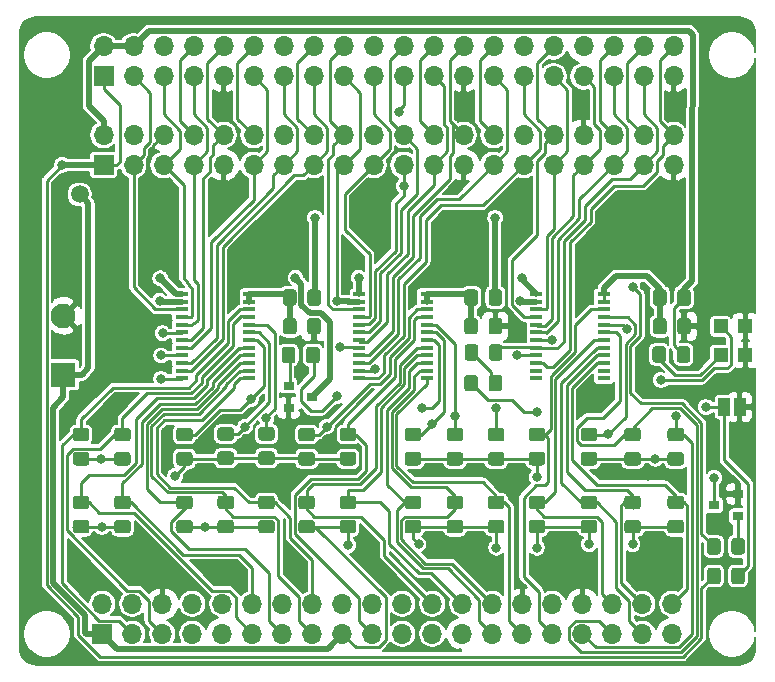
<source format=gbr>
G04 #@! TF.GenerationSoftware,KiCad,Pcbnew,5.1.6*
G04 #@! TF.CreationDate,2020-05-21T19:24:45+02:00*
G04 #@! TF.ProjectId,F010_rpi_logic_level_shifter_hat,46303130-5f72-4706-995f-6c6f6769635f,rev?*
G04 #@! TF.SameCoordinates,PXa52d280PY2b953a0*
G04 #@! TF.FileFunction,Copper,L1,Top*
G04 #@! TF.FilePolarity,Positive*
%FSLAX46Y46*%
G04 Gerber Fmt 4.6, Leading zero omitted, Abs format (unit mm)*
G04 Created by KiCad (PCBNEW 5.1.6) date 2020-05-21 19:24:45*
%MOMM*%
%LPD*%
G01*
G04 APERTURE LIST*
G04 #@! TA.AperFunction,SMDPad,CuDef*
%ADD10R,0.900000X0.800000*%
G04 #@! TD*
G04 #@! TA.AperFunction,SMDPad,CuDef*
%ADD11R,1.000000X1.500000*%
G04 #@! TD*
G04 #@! TA.AperFunction,SMDPad,CuDef*
%ADD12R,1.200000X1.200000*%
G04 #@! TD*
G04 #@! TA.AperFunction,ComponentPad*
%ADD13O,1.700000X1.700000*%
G04 #@! TD*
G04 #@! TA.AperFunction,ComponentPad*
%ADD14R,1.700000X1.700000*%
G04 #@! TD*
G04 #@! TA.AperFunction,SMDPad,CuDef*
%ADD15R,1.100000X0.400000*%
G04 #@! TD*
G04 #@! TA.AperFunction,ComponentPad*
%ADD16C,2.100000*%
G04 #@! TD*
G04 #@! TA.AperFunction,ComponentPad*
%ADD17R,2.100000X2.100000*%
G04 #@! TD*
G04 #@! TA.AperFunction,ViaPad*
%ADD18C,0.800000*%
G04 #@! TD*
G04 #@! TA.AperFunction,ViaPad*
%ADD19C,1.500000*%
G04 #@! TD*
G04 #@! TA.AperFunction,Conductor*
%ADD20C,0.250000*%
G04 #@! TD*
G04 #@! TA.AperFunction,Conductor*
%ADD21C,0.500000*%
G04 #@! TD*
G04 #@! TA.AperFunction,Conductor*
%ADD22C,0.200000*%
G04 #@! TD*
G04 APERTURE END LIST*
G04 #@! TO.P,R15,2*
G04 #@! TO.N,Net-(Q2-Pad1)*
G04 #@! TA.AperFunction,SMDPad,CuDef*
G36*
G01*
X-50000Y-42050001D02*
X-50000Y-41149999D01*
G75*
G02*
X199999Y-40900000I249999J0D01*
G01*
X850001Y-40900000D01*
G75*
G02*
X1100000Y-41149999I0J-249999D01*
G01*
X1100000Y-42050001D01*
G75*
G02*
X850001Y-42300000I-249999J0D01*
G01*
X199999Y-42300000D01*
G75*
G02*
X-50000Y-42050001I0J249999D01*
G01*
G37*
G04 #@! TD.AperFunction*
G04 #@! TO.P,R15,1*
G04 #@! TO.N,rpi_37*
G04 #@! TA.AperFunction,SMDPad,CuDef*
G36*
G01*
X-2100000Y-42050001D02*
X-2100000Y-41149999D01*
G75*
G02*
X-1850001Y-40900000I249999J0D01*
G01*
X-1199999Y-40900000D01*
G75*
G02*
X-950000Y-41149999I0J-249999D01*
G01*
X-950000Y-42050001D01*
G75*
G02*
X-1199999Y-42300000I-249999J0D01*
G01*
X-1850001Y-42300000D01*
G75*
G02*
X-2100000Y-42050001I0J249999D01*
G01*
G37*
G04 #@! TD.AperFunction*
G04 #@! TD*
G04 #@! TO.P,R14,2*
G04 #@! TO.N,Net-(Q1-Pad1)*
G04 #@! TA.AperFunction,SMDPad,CuDef*
G36*
G01*
X-36950000Y-24949999D02*
X-36950000Y-25850001D01*
G75*
G02*
X-37199999Y-26100000I-249999J0D01*
G01*
X-37850001Y-26100000D01*
G75*
G02*
X-38100000Y-25850001I0J249999D01*
G01*
X-38100000Y-24949999D01*
G75*
G02*
X-37850001Y-24700000I249999J0D01*
G01*
X-37199999Y-24700000D01*
G75*
G02*
X-36950000Y-24949999I0J-249999D01*
G01*
G37*
G04 #@! TD.AperFunction*
G04 #@! TO.P,R14,1*
G04 #@! TO.N,Net-(JP1-Pad1)*
G04 #@! TA.AperFunction,SMDPad,CuDef*
G36*
G01*
X-34900000Y-24949999D02*
X-34900000Y-25850001D01*
G75*
G02*
X-35149999Y-26100000I-249999J0D01*
G01*
X-35800001Y-26100000D01*
G75*
G02*
X-36050000Y-25850001I0J249999D01*
G01*
X-36050000Y-24949999D01*
G75*
G02*
X-35800001Y-24700000I249999J0D01*
G01*
X-35149999Y-24700000D01*
G75*
G02*
X-34900000Y-24949999I0J-249999D01*
G01*
G37*
G04 #@! TD.AperFunction*
G04 #@! TD*
G04 #@! TO.P,R13,2*
G04 #@! TO.N,Net-(JP1-Pad1)*
G04 #@! TA.AperFunction,SMDPad,CuDef*
G36*
G01*
X-50000Y-44550001D02*
X-50000Y-43649999D01*
G75*
G02*
X199999Y-43400000I249999J0D01*
G01*
X850001Y-43400000D01*
G75*
G02*
X1100000Y-43649999I0J-249999D01*
G01*
X1100000Y-44550001D01*
G75*
G02*
X850001Y-44800000I-249999J0D01*
G01*
X199999Y-44800000D01*
G75*
G02*
X-50000Y-44550001I0J249999D01*
G01*
G37*
G04 #@! TD.AperFunction*
G04 #@! TO.P,R13,1*
G04 #@! TO.N,+3V3*
G04 #@! TA.AperFunction,SMDPad,CuDef*
G36*
G01*
X-2100000Y-44550001D02*
X-2100000Y-43649999D01*
G75*
G02*
X-1850001Y-43400000I249999J0D01*
G01*
X-1199999Y-43400000D01*
G75*
G02*
X-950000Y-43649999I0J-249999D01*
G01*
X-950000Y-44550001D01*
G75*
G02*
X-1199999Y-44800000I-249999J0D01*
G01*
X-1850001Y-44800000D01*
G75*
G02*
X-2100000Y-44550001I0J249999D01*
G01*
G37*
G04 #@! TD.AperFunction*
G04 #@! TD*
D10*
G04 #@! TO.P,Q2,3*
G04 #@! TO.N,en_ls*
X-1500000Y-38100000D03*
G04 #@! TO.P,Q2,2*
G04 #@! TO.N,GND*
X500000Y-37150000D03*
G04 #@! TO.P,Q2,1*
G04 #@! TO.N,Net-(Q2-Pad1)*
X500000Y-39050000D03*
G04 #@! TD*
D11*
G04 #@! TO.P,JP1,2*
G04 #@! TO.N,GND*
X650000Y-29800000D03*
G04 #@! TO.P,JP1,1*
G04 #@! TO.N,Net-(JP1-Pad1)*
X-650000Y-29800000D03*
G04 #@! TD*
G04 #@! TO.P,R17,2*
G04 #@! TO.N,Net-(D2-Pad1)*
G04 #@! TA.AperFunction,SMDPad,CuDef*
G36*
G01*
X-21500000Y-27324999D02*
X-21500000Y-28225001D01*
G75*
G02*
X-21749999Y-28475000I-249999J0D01*
G01*
X-22400001Y-28475000D01*
G75*
G02*
X-22650000Y-28225001I0J249999D01*
G01*
X-22650000Y-27324999D01*
G75*
G02*
X-22400001Y-27075000I249999J0D01*
G01*
X-21749999Y-27075000D01*
G75*
G02*
X-21500000Y-27324999I0J-249999D01*
G01*
G37*
G04 #@! TD.AperFunction*
G04 #@! TO.P,R17,1*
G04 #@! TO.N,Net-(R16-Pad2)*
G04 #@! TA.AperFunction,SMDPad,CuDef*
G36*
G01*
X-19450000Y-27324999D02*
X-19450000Y-28225001D01*
G75*
G02*
X-19699999Y-28475000I-249999J0D01*
G01*
X-20350001Y-28475000D01*
G75*
G02*
X-20600000Y-28225001I0J249999D01*
G01*
X-20600000Y-27324999D01*
G75*
G02*
X-20350001Y-27075000I249999J0D01*
G01*
X-19699999Y-27075000D01*
G75*
G02*
X-19450000Y-27324999I0J-249999D01*
G01*
G37*
G04 #@! TD.AperFunction*
G04 #@! TD*
G04 #@! TO.P,R16,2*
G04 #@! TO.N,Net-(R16-Pad2)*
G04 #@! TA.AperFunction,SMDPad,CuDef*
G36*
G01*
X-21475000Y-24724999D02*
X-21475000Y-25625001D01*
G75*
G02*
X-21724999Y-25875000I-249999J0D01*
G01*
X-22375001Y-25875000D01*
G75*
G02*
X-22625000Y-25625001I0J249999D01*
G01*
X-22625000Y-24724999D01*
G75*
G02*
X-22375001Y-24475000I249999J0D01*
G01*
X-21724999Y-24475000D01*
G75*
G02*
X-21475000Y-24724999I0J-249999D01*
G01*
G37*
G04 #@! TD.AperFunction*
G04 #@! TO.P,R16,1*
G04 #@! TO.N,rpi_37*
G04 #@! TA.AperFunction,SMDPad,CuDef*
G36*
G01*
X-19425000Y-24724999D02*
X-19425000Y-25625001D01*
G75*
G02*
X-19674999Y-25875000I-249999J0D01*
G01*
X-20325001Y-25875000D01*
G75*
G02*
X-20575000Y-25625001I0J249999D01*
G01*
X-20575000Y-24724999D01*
G75*
G02*
X-20325001Y-24475000I249999J0D01*
G01*
X-19674999Y-24475000D01*
G75*
G02*
X-19425000Y-24724999I0J-249999D01*
G01*
G37*
G04 #@! TD.AperFunction*
G04 #@! TD*
G04 #@! TO.P,R12,2*
G04 #@! TO.N,Net-(D1-Pad1)*
G04 #@! TA.AperFunction,SMDPad,CuDef*
G36*
G01*
X-5575000Y-24899999D02*
X-5575000Y-25800001D01*
G75*
G02*
X-5824999Y-26050000I-249999J0D01*
G01*
X-6475001Y-26050000D01*
G75*
G02*
X-6725000Y-25800001I0J249999D01*
G01*
X-6725000Y-24899999D01*
G75*
G02*
X-6475001Y-24650000I249999J0D01*
G01*
X-5824999Y-24650000D01*
G75*
G02*
X-5575000Y-24899999I0J-249999D01*
G01*
G37*
G04 #@! TD.AperFunction*
G04 #@! TO.P,R12,1*
G04 #@! TO.N,+5V*
G04 #@! TA.AperFunction,SMDPad,CuDef*
G36*
G01*
X-3525000Y-24899999D02*
X-3525000Y-25800001D01*
G75*
G02*
X-3774999Y-26050000I-249999J0D01*
G01*
X-4425001Y-26050000D01*
G75*
G02*
X-4675000Y-25800001I0J249999D01*
G01*
X-4675000Y-24899999D01*
G75*
G02*
X-4425001Y-24650000I249999J0D01*
G01*
X-3774999Y-24650000D01*
G75*
G02*
X-3525000Y-24899999I0J-249999D01*
G01*
G37*
G04 #@! TD.AperFunction*
G04 #@! TD*
D10*
G04 #@! TO.P,Q1,3*
G04 #@! TO.N,en_ls*
X-35525000Y-28925000D03*
G04 #@! TO.P,Q1,2*
G04 #@! TO.N,GND*
X-37525000Y-29875000D03*
G04 #@! TO.P,Q1,1*
G04 #@! TO.N,Net-(Q1-Pad1)*
X-37525000Y-27975000D03*
G04 #@! TD*
D12*
G04 #@! TO.P,D2,1*
G04 #@! TO.N,Net-(D2-Pad1)*
X-950000Y-22975000D03*
G04 #@! TO.P,D2,2*
G04 #@! TO.N,GND*
X1150000Y-22975000D03*
G04 #@! TD*
G04 #@! TO.P,D1,1*
G04 #@! TO.N,Net-(D1-Pad1)*
X-950000Y-25375000D03*
G04 #@! TO.P,D1,2*
G04 #@! TO.N,GND*
X1150000Y-25375000D03*
G04 #@! TD*
D13*
G04 #@! TO.P,J3,40*
G04 #@! TO.N,rpi_40*
X-4940000Y-6760000D03*
G04 #@! TO.P,J3,39*
G04 #@! TO.N,GND*
X-4940000Y-9300000D03*
G04 #@! TO.P,J3,38*
G04 #@! TO.N,rpi_38*
X-7480000Y-6760000D03*
G04 #@! TO.P,J3,37*
G04 #@! TO.N,rpi_37*
X-7480000Y-9300000D03*
G04 #@! TO.P,J3,36*
G04 #@! TO.N,rpi_36*
X-10020000Y-6760000D03*
G04 #@! TO.P,J3,35*
G04 #@! TO.N,rpi_35*
X-10020000Y-9300000D03*
G04 #@! TO.P,J3,34*
G04 #@! TO.N,GND*
X-12560000Y-6760000D03*
G04 #@! TO.P,J3,33*
G04 #@! TO.N,rpi_33*
X-12560000Y-9300000D03*
G04 #@! TO.P,J3,32*
G04 #@! TO.N,rpi_32*
X-15100000Y-6760000D03*
G04 #@! TO.P,J3,31*
G04 #@! TO.N,rpi_31*
X-15100000Y-9300000D03*
G04 #@! TO.P,J3,30*
G04 #@! TO.N,GND*
X-17640000Y-6760000D03*
G04 #@! TO.P,J3,29*
G04 #@! TO.N,rpi_29*
X-17640000Y-9300000D03*
G04 #@! TO.P,J3,28*
G04 #@! TO.N,rpi_28*
X-20180000Y-6760000D03*
G04 #@! TO.P,J3,27*
G04 #@! TO.N,rpi_27*
X-20180000Y-9300000D03*
G04 #@! TO.P,J3,26*
G04 #@! TO.N,rpi_26*
X-22720000Y-6760000D03*
G04 #@! TO.P,J3,25*
G04 #@! TO.N,GND*
X-22720000Y-9300000D03*
G04 #@! TO.P,J3,24*
G04 #@! TO.N,rpi_24*
X-25260000Y-6760000D03*
G04 #@! TO.P,J3,23*
G04 #@! TO.N,rpi_23*
X-25260000Y-9300000D03*
G04 #@! TO.P,J3,22*
G04 #@! TO.N,rpi_22*
X-27800000Y-6760000D03*
G04 #@! TO.P,J3,21*
G04 #@! TO.N,rpi_21*
X-27800000Y-9300000D03*
G04 #@! TO.P,J3,20*
G04 #@! TO.N,GND*
X-30340000Y-6760000D03*
G04 #@! TO.P,J3,19*
G04 #@! TO.N,rpi_19*
X-30340000Y-9300000D03*
G04 #@! TO.P,J3,18*
G04 #@! TO.N,rpi_18*
X-32880000Y-6760000D03*
G04 #@! TO.P,J3,17*
G04 #@! TO.N,+3V3*
X-32880000Y-9300000D03*
G04 #@! TO.P,J3,16*
G04 #@! TO.N,rpi_16*
X-35420000Y-6760000D03*
G04 #@! TO.P,J3,15*
G04 #@! TO.N,rpi_15*
X-35420000Y-9300000D03*
G04 #@! TO.P,J3,14*
G04 #@! TO.N,GND*
X-37960000Y-6760000D03*
G04 #@! TO.P,J3,13*
G04 #@! TO.N,rpi_13*
X-37960000Y-9300000D03*
G04 #@! TO.P,J3,12*
G04 #@! TO.N,rpi_12*
X-40500000Y-6760000D03*
G04 #@! TO.P,J3,11*
G04 #@! TO.N,rpi_11*
X-40500000Y-9300000D03*
G04 #@! TO.P,J3,10*
G04 #@! TO.N,rpi_10*
X-43040000Y-6760000D03*
G04 #@! TO.P,J3,9*
G04 #@! TO.N,GND*
X-43040000Y-9300000D03*
G04 #@! TO.P,J3,8*
G04 #@! TO.N,rpi_8*
X-45580000Y-6760000D03*
G04 #@! TO.P,J3,7*
G04 #@! TO.N,rpi_7*
X-45580000Y-9300000D03*
G04 #@! TO.P,J3,6*
G04 #@! TO.N,GND*
X-48120000Y-6760000D03*
G04 #@! TO.P,J3,5*
G04 #@! TO.N,rpi_5*
X-48120000Y-9300000D03*
G04 #@! TO.P,J3,4*
G04 #@! TO.N,+5V*
X-50660000Y-6760000D03*
G04 #@! TO.P,J3,3*
G04 #@! TO.N,rpi_3*
X-50660000Y-9300000D03*
G04 #@! TO.P,J3,2*
G04 #@! TO.N,+5V*
X-53200000Y-6760000D03*
D14*
G04 #@! TO.P,J3,1*
G04 #@! TO.N,+3V3*
X-53200000Y-9300000D03*
G04 #@! TD*
D13*
G04 #@! TO.P,J4,40*
G04 #@! TO.N,rpi5_40*
X-5040000Y-46460000D03*
G04 #@! TO.P,J4,39*
G04 #@! TO.N,GND*
X-5040000Y-49000000D03*
G04 #@! TO.P,J4,38*
G04 #@! TO.N,rpi5_38*
X-7580000Y-46460000D03*
G04 #@! TO.P,J4,37*
G04 #@! TO.N,rpi5_37*
X-7580000Y-49000000D03*
G04 #@! TO.P,J4,36*
G04 #@! TO.N,rpi5_36*
X-10120000Y-46460000D03*
G04 #@! TO.P,J4,35*
G04 #@! TO.N,rpi5_35*
X-10120000Y-49000000D03*
G04 #@! TO.P,J4,34*
G04 #@! TO.N,GND*
X-12660000Y-46460000D03*
G04 #@! TO.P,J4,33*
G04 #@! TO.N,rpi5_33*
X-12660000Y-49000000D03*
G04 #@! TO.P,J4,32*
G04 #@! TO.N,rpi5_32*
X-15200000Y-46460000D03*
G04 #@! TO.P,J4,31*
G04 #@! TO.N,rpi5_31*
X-15200000Y-49000000D03*
G04 #@! TO.P,J4,30*
G04 #@! TO.N,GND*
X-17740000Y-46460000D03*
G04 #@! TO.P,J4,29*
G04 #@! TO.N,rpi5_29*
X-17740000Y-49000000D03*
G04 #@! TO.P,J4,28*
G04 #@! TO.N,rpi5_28*
X-20280000Y-46460000D03*
G04 #@! TO.P,J4,27*
G04 #@! TO.N,rpi5_27*
X-20280000Y-49000000D03*
G04 #@! TO.P,J4,26*
G04 #@! TO.N,rpi5_26*
X-22820000Y-46460000D03*
G04 #@! TO.P,J4,25*
G04 #@! TO.N,GND*
X-22820000Y-49000000D03*
G04 #@! TO.P,J4,24*
G04 #@! TO.N,rpi5_24*
X-25360000Y-46460000D03*
G04 #@! TO.P,J4,23*
G04 #@! TO.N,rpi5_23*
X-25360000Y-49000000D03*
G04 #@! TO.P,J4,22*
G04 #@! TO.N,rpi5_22*
X-27900000Y-46460000D03*
G04 #@! TO.P,J4,21*
G04 #@! TO.N,rpi5_21*
X-27900000Y-49000000D03*
G04 #@! TO.P,J4,20*
G04 #@! TO.N,GND*
X-30440000Y-46460000D03*
G04 #@! TO.P,J4,19*
G04 #@! TO.N,rpi5_19*
X-30440000Y-49000000D03*
G04 #@! TO.P,J4,18*
G04 #@! TO.N,rpi5_18*
X-32980000Y-46460000D03*
G04 #@! TO.P,J4,17*
G04 #@! TO.N,+5V*
X-32980000Y-49000000D03*
G04 #@! TO.P,J4,16*
G04 #@! TO.N,rpi5_16*
X-35520000Y-46460000D03*
G04 #@! TO.P,J4,15*
G04 #@! TO.N,rpi5_15*
X-35520000Y-49000000D03*
G04 #@! TO.P,J4,14*
G04 #@! TO.N,GND*
X-38060000Y-46460000D03*
G04 #@! TO.P,J4,13*
G04 #@! TO.N,rpi5_13*
X-38060000Y-49000000D03*
G04 #@! TO.P,J4,12*
G04 #@! TO.N,rpi5_12*
X-40600000Y-46460000D03*
G04 #@! TO.P,J4,11*
G04 #@! TO.N,rpi5_11*
X-40600000Y-49000000D03*
G04 #@! TO.P,J4,10*
G04 #@! TO.N,rpi5_10*
X-43140000Y-46460000D03*
G04 #@! TO.P,J4,9*
G04 #@! TO.N,GND*
X-43140000Y-49000000D03*
G04 #@! TO.P,J4,8*
G04 #@! TO.N,rpi5_8*
X-45680000Y-46460000D03*
G04 #@! TO.P,J4,7*
G04 #@! TO.N,rpi5_7*
X-45680000Y-49000000D03*
G04 #@! TO.P,J4,6*
G04 #@! TO.N,GND*
X-48220000Y-46460000D03*
G04 #@! TO.P,J4,5*
G04 #@! TO.N,rpi5_5*
X-48220000Y-49000000D03*
G04 #@! TO.P,J4,4*
G04 #@! TO.N,+5V*
X-50760000Y-46460000D03*
G04 #@! TO.P,J4,3*
G04 #@! TO.N,rpi5_3*
X-50760000Y-49000000D03*
G04 #@! TO.P,J4,2*
G04 #@! TO.N,+5V*
X-53300000Y-46460000D03*
D14*
G04 #@! TO.P,J4,1*
X-53300000Y-49000000D03*
G04 #@! TD*
D13*
G04 #@! TO.P,J1,40*
G04 #@! TO.N,rpi_40*
X-4940000Y740000D03*
G04 #@! TO.P,J1,39*
G04 #@! TO.N,GND*
X-4940000Y-1800000D03*
G04 #@! TO.P,J1,38*
G04 #@! TO.N,rpi_38*
X-7480000Y740000D03*
G04 #@! TO.P,J1,37*
G04 #@! TO.N,rpi_37*
X-7480000Y-1800000D03*
G04 #@! TO.P,J1,36*
G04 #@! TO.N,rpi_36*
X-10020000Y740000D03*
G04 #@! TO.P,J1,35*
G04 #@! TO.N,rpi_35*
X-10020000Y-1800000D03*
G04 #@! TO.P,J1,34*
G04 #@! TO.N,GND*
X-12560000Y740000D03*
G04 #@! TO.P,J1,33*
G04 #@! TO.N,rpi_33*
X-12560000Y-1800000D03*
G04 #@! TO.P,J1,32*
G04 #@! TO.N,rpi_32*
X-15100000Y740000D03*
G04 #@! TO.P,J1,31*
G04 #@! TO.N,rpi_31*
X-15100000Y-1800000D03*
G04 #@! TO.P,J1,30*
G04 #@! TO.N,GND*
X-17640000Y740000D03*
G04 #@! TO.P,J1,29*
G04 #@! TO.N,rpi_29*
X-17640000Y-1800000D03*
G04 #@! TO.P,J1,28*
G04 #@! TO.N,rpi_28*
X-20180000Y740000D03*
G04 #@! TO.P,J1,27*
G04 #@! TO.N,rpi_27*
X-20180000Y-1800000D03*
G04 #@! TO.P,J1,26*
G04 #@! TO.N,rpi_26*
X-22720000Y740000D03*
G04 #@! TO.P,J1,25*
G04 #@! TO.N,GND*
X-22720000Y-1800000D03*
G04 #@! TO.P,J1,24*
G04 #@! TO.N,rpi_24*
X-25260000Y740000D03*
G04 #@! TO.P,J1,23*
G04 #@! TO.N,rpi_23*
X-25260000Y-1800000D03*
G04 #@! TO.P,J1,22*
G04 #@! TO.N,rpi_22*
X-27800000Y740000D03*
G04 #@! TO.P,J1,21*
G04 #@! TO.N,rpi_21*
X-27800000Y-1800000D03*
G04 #@! TO.P,J1,20*
G04 #@! TO.N,GND*
X-30340000Y740000D03*
G04 #@! TO.P,J1,19*
G04 #@! TO.N,rpi_19*
X-30340000Y-1800000D03*
G04 #@! TO.P,J1,18*
G04 #@! TO.N,rpi_18*
X-32880000Y740000D03*
G04 #@! TO.P,J1,17*
G04 #@! TO.N,+3V3*
X-32880000Y-1800000D03*
G04 #@! TO.P,J1,16*
G04 #@! TO.N,rpi_16*
X-35420000Y740000D03*
G04 #@! TO.P,J1,15*
G04 #@! TO.N,rpi_15*
X-35420000Y-1800000D03*
G04 #@! TO.P,J1,14*
G04 #@! TO.N,GND*
X-37960000Y740000D03*
G04 #@! TO.P,J1,13*
G04 #@! TO.N,rpi_13*
X-37960000Y-1800000D03*
G04 #@! TO.P,J1,12*
G04 #@! TO.N,rpi_12*
X-40500000Y740000D03*
G04 #@! TO.P,J1,11*
G04 #@! TO.N,rpi_11*
X-40500000Y-1800000D03*
G04 #@! TO.P,J1,10*
G04 #@! TO.N,rpi_10*
X-43040000Y740000D03*
G04 #@! TO.P,J1,9*
G04 #@! TO.N,GND*
X-43040000Y-1800000D03*
G04 #@! TO.P,J1,8*
G04 #@! TO.N,rpi_8*
X-45580000Y740000D03*
G04 #@! TO.P,J1,7*
G04 #@! TO.N,rpi_7*
X-45580000Y-1800000D03*
G04 #@! TO.P,J1,6*
G04 #@! TO.N,GND*
X-48120000Y740000D03*
G04 #@! TO.P,J1,5*
G04 #@! TO.N,rpi_5*
X-48120000Y-1800000D03*
G04 #@! TO.P,J1,4*
G04 #@! TO.N,+5V*
X-50660000Y740000D03*
G04 #@! TO.P,J1,3*
G04 #@! TO.N,rpi_3*
X-50660000Y-1800000D03*
G04 #@! TO.P,J1,2*
G04 #@! TO.N,+5V*
X-53200000Y740000D03*
D14*
G04 #@! TO.P,J1,1*
G04 #@! TO.N,+3V3*
X-53200000Y-1800000D03*
G04 #@! TD*
D15*
G04 #@! TO.P,U2,24*
G04 #@! TO.N,Net-(C2-Pad1)*
X-25850000Y-20225000D03*
G04 #@! TO.P,U2,23*
X-25850000Y-20875000D03*
G04 #@! TO.P,U2,22*
G04 #@! TO.N,rpi5_18*
X-25850000Y-21525000D03*
G04 #@! TO.P,U2,21*
G04 #@! TO.N,rpi5_19*
X-25850000Y-22175000D03*
G04 #@! TO.P,U2,20*
G04 #@! TO.N,rpi5_21*
X-25850000Y-22825000D03*
G04 #@! TO.P,U2,19*
G04 #@! TO.N,rpi5_22*
X-25850000Y-23475000D03*
G04 #@! TO.P,U2,18*
G04 #@! TO.N,rpi5_23*
X-25850000Y-24125000D03*
G04 #@! TO.P,U2,17*
G04 #@! TO.N,rpi5_24*
X-25850000Y-24775000D03*
G04 #@! TO.P,U2,16*
G04 #@! TO.N,rpi5_26*
X-25850000Y-25425000D03*
G04 #@! TO.P,U2,15*
G04 #@! TO.N,rpi5_27*
X-25850000Y-26075000D03*
G04 #@! TO.P,U2,14*
G04 #@! TO.N,rpi5_28*
X-25850000Y-26725000D03*
G04 #@! TO.P,U2,13*
G04 #@! TO.N,rpi5_29*
X-25850000Y-27375000D03*
G04 #@! TO.P,U2,12*
G04 #@! TO.N,rpi_29*
X-31550000Y-27375000D03*
G04 #@! TO.P,U2,11*
G04 #@! TO.N,rpi_28*
X-31550000Y-26725000D03*
G04 #@! TO.P,U2,10*
G04 #@! TO.N,rpi_27*
X-31550000Y-26075000D03*
G04 #@! TO.P,U2,9*
G04 #@! TO.N,rpi_26*
X-31550000Y-25425000D03*
G04 #@! TO.P,U2,8*
G04 #@! TO.N,rpi_24*
X-31550000Y-24775000D03*
G04 #@! TO.P,U2,7*
G04 #@! TO.N,rpi_23*
X-31550000Y-24125000D03*
G04 #@! TO.P,U2,6*
G04 #@! TO.N,rpi_22*
X-31550000Y-23475000D03*
G04 #@! TO.P,U2,5*
G04 #@! TO.N,rpi_21*
X-31550000Y-22825000D03*
G04 #@! TO.P,U2,4*
G04 #@! TO.N,rpi_19*
X-31550000Y-22175000D03*
G04 #@! TO.P,U2,3*
G04 #@! TO.N,rpi_18*
X-31550000Y-21525000D03*
G04 #@! TO.P,U2,2*
G04 #@! TO.N,+3V3*
X-31550000Y-20875000D03*
G04 #@! TO.P,U2,1*
G04 #@! TO.N,en_ls*
X-31550000Y-20225000D03*
G04 #@! TD*
G04 #@! TO.P,U3,24*
G04 #@! TO.N,Net-(C3-Pad1)*
X-10850000Y-20225000D03*
G04 #@! TO.P,U3,23*
X-10850000Y-20875000D03*
G04 #@! TO.P,U3,22*
G04 #@! TO.N,rpi5_31*
X-10850000Y-21525000D03*
G04 #@! TO.P,U3,21*
G04 #@! TO.N,rpi5_32*
X-10850000Y-22175000D03*
G04 #@! TO.P,U3,20*
G04 #@! TO.N,rpi5_33*
X-10850000Y-22825000D03*
G04 #@! TO.P,U3,19*
G04 #@! TO.N,rpi5_35*
X-10850000Y-23475000D03*
G04 #@! TO.P,U3,18*
G04 #@! TO.N,rpi5_36*
X-10850000Y-24125000D03*
G04 #@! TO.P,U3,17*
G04 #@! TO.N,rpi5_37*
X-10850000Y-24775000D03*
G04 #@! TO.P,U3,16*
G04 #@! TO.N,rpi5_38*
X-10850000Y-25425000D03*
G04 #@! TO.P,U3,15*
G04 #@! TO.N,rpi5_40*
X-10850000Y-26075000D03*
G04 #@! TO.P,U3,14*
G04 #@! TO.N,N/C*
X-10850000Y-26725000D03*
G04 #@! TO.P,U3,13*
X-10850000Y-27375000D03*
G04 #@! TO.P,U3,12*
X-16550000Y-27375000D03*
G04 #@! TO.P,U3,11*
X-16550000Y-26725000D03*
G04 #@! TO.P,U3,10*
G04 #@! TO.N,rpi_40*
X-16550000Y-26075000D03*
G04 #@! TO.P,U3,9*
G04 #@! TO.N,rpi_38*
X-16550000Y-25425000D03*
G04 #@! TO.P,U3,8*
G04 #@! TO.N,rpi_37*
X-16550000Y-24775000D03*
G04 #@! TO.P,U3,7*
G04 #@! TO.N,rpi_36*
X-16550000Y-24125000D03*
G04 #@! TO.P,U3,6*
G04 #@! TO.N,rpi_35*
X-16550000Y-23475000D03*
G04 #@! TO.P,U3,5*
G04 #@! TO.N,rpi_33*
X-16550000Y-22825000D03*
G04 #@! TO.P,U3,4*
G04 #@! TO.N,rpi_32*
X-16550000Y-22175000D03*
G04 #@! TO.P,U3,3*
G04 #@! TO.N,rpi_31*
X-16550000Y-21525000D03*
G04 #@! TO.P,U3,2*
G04 #@! TO.N,+3V3*
X-16550000Y-20875000D03*
G04 #@! TO.P,U3,1*
G04 #@! TO.N,en_ls*
X-16550000Y-20225000D03*
G04 #@! TD*
G04 #@! TO.P,U1,24*
G04 #@! TO.N,Net-(C1-Pad1)*
X-40850000Y-20225000D03*
G04 #@! TO.P,U1,23*
X-40850000Y-20875000D03*
G04 #@! TO.P,U1,22*
G04 #@! TO.N,rpi5_3*
X-40850000Y-21525000D03*
G04 #@! TO.P,U1,21*
G04 #@! TO.N,rpi5_5*
X-40850000Y-22175000D03*
G04 #@! TO.P,U1,20*
G04 #@! TO.N,rpi5_7*
X-40850000Y-22825000D03*
G04 #@! TO.P,U1,19*
G04 #@! TO.N,rpi5_8*
X-40850000Y-23475000D03*
G04 #@! TO.P,U1,18*
G04 #@! TO.N,rpi5_10*
X-40850000Y-24125000D03*
G04 #@! TO.P,U1,17*
G04 #@! TO.N,rpi5_11*
X-40850000Y-24775000D03*
G04 #@! TO.P,U1,16*
G04 #@! TO.N,rpi5_12*
X-40850000Y-25425000D03*
G04 #@! TO.P,U1,15*
G04 #@! TO.N,rpi5_13*
X-40850000Y-26075000D03*
G04 #@! TO.P,U1,14*
G04 #@! TO.N,rpi5_15*
X-40850000Y-26725000D03*
G04 #@! TO.P,U1,13*
G04 #@! TO.N,rpi5_16*
X-40850000Y-27375000D03*
G04 #@! TO.P,U1,12*
G04 #@! TO.N,rpi_16*
X-46550000Y-27375000D03*
G04 #@! TO.P,U1,11*
G04 #@! TO.N,rpi_15*
X-46550000Y-26725000D03*
G04 #@! TO.P,U1,10*
G04 #@! TO.N,rpi_13*
X-46550000Y-26075000D03*
G04 #@! TO.P,U1,9*
G04 #@! TO.N,rpi_12*
X-46550000Y-25425000D03*
G04 #@! TO.P,U1,8*
G04 #@! TO.N,rpi_11*
X-46550000Y-24775000D03*
G04 #@! TO.P,U1,7*
G04 #@! TO.N,rpi_10*
X-46550000Y-24125000D03*
G04 #@! TO.P,U1,6*
G04 #@! TO.N,rpi_8*
X-46550000Y-23475000D03*
G04 #@! TO.P,U1,5*
G04 #@! TO.N,rpi_7*
X-46550000Y-22825000D03*
G04 #@! TO.P,U1,4*
G04 #@! TO.N,rpi_5*
X-46550000Y-22175000D03*
G04 #@! TO.P,U1,3*
G04 #@! TO.N,rpi_3*
X-46550000Y-21525000D03*
G04 #@! TO.P,U1,2*
G04 #@! TO.N,+3V3*
X-46550000Y-20875000D03*
G04 #@! TO.P,U1,1*
G04 #@! TO.N,en_ls*
X-46550000Y-20225000D03*
G04 #@! TD*
G04 #@! TO.P,R28,2*
G04 #@! TO.N,rpi5_29*
G04 #@! TA.AperFunction,SMDPad,CuDef*
G36*
G01*
X-19499999Y-38450000D02*
X-20400001Y-38450000D01*
G75*
G02*
X-20650000Y-38200001I0J249999D01*
G01*
X-20650000Y-37549999D01*
G75*
G02*
X-20400001Y-37300000I249999J0D01*
G01*
X-19499999Y-37300000D01*
G75*
G02*
X-19250000Y-37549999I0J-249999D01*
G01*
X-19250000Y-38200001D01*
G75*
G02*
X-19499999Y-38450000I-249999J0D01*
G01*
G37*
G04 #@! TD.AperFunction*
G04 #@! TO.P,R28,1*
G04 #@! TO.N,+5V*
G04 #@! TA.AperFunction,SMDPad,CuDef*
G36*
G01*
X-19499999Y-40500000D02*
X-20400001Y-40500000D01*
G75*
G02*
X-20650000Y-40250001I0J249999D01*
G01*
X-20650000Y-39599999D01*
G75*
G02*
X-20400001Y-39350000I249999J0D01*
G01*
X-19499999Y-39350000D01*
G75*
G02*
X-19250000Y-39599999I0J-249999D01*
G01*
X-19250000Y-40250001D01*
G75*
G02*
X-19499999Y-40500000I-249999J0D01*
G01*
G37*
G04 #@! TD.AperFunction*
G04 #@! TD*
G04 #@! TO.P,R11,2*
G04 #@! TO.N,rpi5_16*
G04 #@! TA.AperFunction,SMDPad,CuDef*
G36*
G01*
X-38949999Y-38450000D02*
X-39850001Y-38450000D01*
G75*
G02*
X-40100000Y-38200001I0J249999D01*
G01*
X-40100000Y-37549999D01*
G75*
G02*
X-39850001Y-37300000I249999J0D01*
G01*
X-38949999Y-37300000D01*
G75*
G02*
X-38700000Y-37549999I0J-249999D01*
G01*
X-38700000Y-38200001D01*
G75*
G02*
X-38949999Y-38450000I-249999J0D01*
G01*
G37*
G04 #@! TD.AperFunction*
G04 #@! TO.P,R11,1*
G04 #@! TO.N,+5V*
G04 #@! TA.AperFunction,SMDPad,CuDef*
G36*
G01*
X-38949999Y-40500000D02*
X-39850001Y-40500000D01*
G75*
G02*
X-40100000Y-40250001I0J249999D01*
G01*
X-40100000Y-39599999D01*
G75*
G02*
X-39850001Y-39350000I249999J0D01*
G01*
X-38949999Y-39350000D01*
G75*
G02*
X-38700000Y-39599999I0J-249999D01*
G01*
X-38700000Y-40250001D01*
G75*
G02*
X-38949999Y-40500000I-249999J0D01*
G01*
G37*
G04 #@! TD.AperFunction*
G04 #@! TD*
G04 #@! TO.P,R27,2*
G04 #@! TO.N,rpi5_28*
G04 #@! TA.AperFunction,SMDPad,CuDef*
G36*
G01*
X-22999999Y-38450000D02*
X-23900001Y-38450000D01*
G75*
G02*
X-24150000Y-38200001I0J249999D01*
G01*
X-24150000Y-37549999D01*
G75*
G02*
X-23900001Y-37300000I249999J0D01*
G01*
X-22999999Y-37300000D01*
G75*
G02*
X-22750000Y-37549999I0J-249999D01*
G01*
X-22750000Y-38200001D01*
G75*
G02*
X-22999999Y-38450000I-249999J0D01*
G01*
G37*
G04 #@! TD.AperFunction*
G04 #@! TO.P,R27,1*
G04 #@! TO.N,+5V*
G04 #@! TA.AperFunction,SMDPad,CuDef*
G36*
G01*
X-22999999Y-40500000D02*
X-23900001Y-40500000D01*
G75*
G02*
X-24150000Y-40250001I0J249999D01*
G01*
X-24150000Y-39599999D01*
G75*
G02*
X-23900001Y-39350000I249999J0D01*
G01*
X-22999999Y-39350000D01*
G75*
G02*
X-22750000Y-39599999I0J-249999D01*
G01*
X-22750000Y-40250001D01*
G75*
G02*
X-22999999Y-40500000I-249999J0D01*
G01*
G37*
G04 #@! TD.AperFunction*
G04 #@! TD*
G04 #@! TO.P,R10,2*
G04 #@! TO.N,rpi5_15*
G04 #@! TA.AperFunction,SMDPad,CuDef*
G36*
G01*
X-42399999Y-38450000D02*
X-43300001Y-38450000D01*
G75*
G02*
X-43550000Y-38200001I0J249999D01*
G01*
X-43550000Y-37549999D01*
G75*
G02*
X-43300001Y-37300000I249999J0D01*
G01*
X-42399999Y-37300000D01*
G75*
G02*
X-42150000Y-37549999I0J-249999D01*
G01*
X-42150000Y-38200001D01*
G75*
G02*
X-42399999Y-38450000I-249999J0D01*
G01*
G37*
G04 #@! TD.AperFunction*
G04 #@! TO.P,R10,1*
G04 #@! TO.N,+5V*
G04 #@! TA.AperFunction,SMDPad,CuDef*
G36*
G01*
X-42399999Y-40500000D02*
X-43300001Y-40500000D01*
G75*
G02*
X-43550000Y-40250001I0J249999D01*
G01*
X-43550000Y-39599999D01*
G75*
G02*
X-43300001Y-39350000I249999J0D01*
G01*
X-42399999Y-39350000D01*
G75*
G02*
X-42150000Y-39599999I0J-249999D01*
G01*
X-42150000Y-40250001D01*
G75*
G02*
X-42399999Y-40500000I-249999J0D01*
G01*
G37*
G04 #@! TD.AperFunction*
G04 #@! TD*
G04 #@! TO.P,R37,2*
G04 #@! TO.N,rpi5_40*
G04 #@! TA.AperFunction,SMDPad,CuDef*
G36*
G01*
X-4299999Y-38450000D02*
X-5200001Y-38450000D01*
G75*
G02*
X-5450000Y-38200001I0J249999D01*
G01*
X-5450000Y-37549999D01*
G75*
G02*
X-5200001Y-37300000I249999J0D01*
G01*
X-4299999Y-37300000D01*
G75*
G02*
X-4050000Y-37549999I0J-249999D01*
G01*
X-4050000Y-38200001D01*
G75*
G02*
X-4299999Y-38450000I-249999J0D01*
G01*
G37*
G04 #@! TD.AperFunction*
G04 #@! TO.P,R37,1*
G04 #@! TO.N,+5V*
G04 #@! TA.AperFunction,SMDPad,CuDef*
G36*
G01*
X-4299999Y-40500000D02*
X-5200001Y-40500000D01*
G75*
G02*
X-5450000Y-40250001I0J249999D01*
G01*
X-5450000Y-39599999D01*
G75*
G02*
X-5200001Y-39350000I249999J0D01*
G01*
X-4299999Y-39350000D01*
G75*
G02*
X-4050000Y-39599999I0J-249999D01*
G01*
X-4050000Y-40250001D01*
G75*
G02*
X-4299999Y-40500000I-249999J0D01*
G01*
G37*
G04 #@! TD.AperFunction*
G04 #@! TD*
G04 #@! TO.P,R26,2*
G04 #@! TO.N,rpi5_27*
G04 #@! TA.AperFunction,SMDPad,CuDef*
G36*
G01*
X-26549999Y-38450000D02*
X-27450001Y-38450000D01*
G75*
G02*
X-27700000Y-38200001I0J249999D01*
G01*
X-27700000Y-37549999D01*
G75*
G02*
X-27450001Y-37300000I249999J0D01*
G01*
X-26549999Y-37300000D01*
G75*
G02*
X-26300000Y-37549999I0J-249999D01*
G01*
X-26300000Y-38200001D01*
G75*
G02*
X-26549999Y-38450000I-249999J0D01*
G01*
G37*
G04 #@! TD.AperFunction*
G04 #@! TO.P,R26,1*
G04 #@! TO.N,+5V*
G04 #@! TA.AperFunction,SMDPad,CuDef*
G36*
G01*
X-26549999Y-40500000D02*
X-27450001Y-40500000D01*
G75*
G02*
X-27700000Y-40250001I0J249999D01*
G01*
X-27700000Y-39599999D01*
G75*
G02*
X-27450001Y-39350000I249999J0D01*
G01*
X-26549999Y-39350000D01*
G75*
G02*
X-26300000Y-39599999I0J-249999D01*
G01*
X-26300000Y-40250001D01*
G75*
G02*
X-26549999Y-40500000I-249999J0D01*
G01*
G37*
G04 #@! TD.AperFunction*
G04 #@! TD*
G04 #@! TO.P,R9,2*
G04 #@! TO.N,rpi5_13*
G04 #@! TA.AperFunction,SMDPad,CuDef*
G36*
G01*
X-45899999Y-38450000D02*
X-46800001Y-38450000D01*
G75*
G02*
X-47050000Y-38200001I0J249999D01*
G01*
X-47050000Y-37549999D01*
G75*
G02*
X-46800001Y-37300000I249999J0D01*
G01*
X-45899999Y-37300000D01*
G75*
G02*
X-45650000Y-37549999I0J-249999D01*
G01*
X-45650000Y-38200001D01*
G75*
G02*
X-45899999Y-38450000I-249999J0D01*
G01*
G37*
G04 #@! TD.AperFunction*
G04 #@! TO.P,R9,1*
G04 #@! TO.N,+5V*
G04 #@! TA.AperFunction,SMDPad,CuDef*
G36*
G01*
X-45899999Y-40500000D02*
X-46800001Y-40500000D01*
G75*
G02*
X-47050000Y-40250001I0J249999D01*
G01*
X-47050000Y-39599999D01*
G75*
G02*
X-46800001Y-39350000I249999J0D01*
G01*
X-45899999Y-39350000D01*
G75*
G02*
X-45650000Y-39599999I0J-249999D01*
G01*
X-45650000Y-40250001D01*
G75*
G02*
X-45899999Y-40500000I-249999J0D01*
G01*
G37*
G04 #@! TD.AperFunction*
G04 #@! TD*
G04 #@! TO.P,R36,2*
G04 #@! TO.N,rpi5_38*
G04 #@! TA.AperFunction,SMDPad,CuDef*
G36*
G01*
X-7949999Y-38450000D02*
X-8850001Y-38450000D01*
G75*
G02*
X-9100000Y-38200001I0J249999D01*
G01*
X-9100000Y-37549999D01*
G75*
G02*
X-8850001Y-37300000I249999J0D01*
G01*
X-7949999Y-37300000D01*
G75*
G02*
X-7700000Y-37549999I0J-249999D01*
G01*
X-7700000Y-38200001D01*
G75*
G02*
X-7949999Y-38450000I-249999J0D01*
G01*
G37*
G04 #@! TD.AperFunction*
G04 #@! TO.P,R36,1*
G04 #@! TO.N,+5V*
G04 #@! TA.AperFunction,SMDPad,CuDef*
G36*
G01*
X-7949999Y-40500000D02*
X-8850001Y-40500000D01*
G75*
G02*
X-9100000Y-40250001I0J249999D01*
G01*
X-9100000Y-39599999D01*
G75*
G02*
X-8850001Y-39350000I249999J0D01*
G01*
X-7949999Y-39350000D01*
G75*
G02*
X-7700000Y-39599999I0J-249999D01*
G01*
X-7700000Y-40250001D01*
G75*
G02*
X-7949999Y-40500000I-249999J0D01*
G01*
G37*
G04 #@! TD.AperFunction*
G04 #@! TD*
G04 #@! TO.P,R25,2*
G04 #@! TO.N,rpi5_26*
G04 #@! TA.AperFunction,SMDPad,CuDef*
G36*
G01*
X-32049999Y-38450000D02*
X-32950001Y-38450000D01*
G75*
G02*
X-33200000Y-38200001I0J249999D01*
G01*
X-33200000Y-37549999D01*
G75*
G02*
X-32950001Y-37300000I249999J0D01*
G01*
X-32049999Y-37300000D01*
G75*
G02*
X-31800000Y-37549999I0J-249999D01*
G01*
X-31800000Y-38200001D01*
G75*
G02*
X-32049999Y-38450000I-249999J0D01*
G01*
G37*
G04 #@! TD.AperFunction*
G04 #@! TO.P,R25,1*
G04 #@! TO.N,+5V*
G04 #@! TA.AperFunction,SMDPad,CuDef*
G36*
G01*
X-32049999Y-40500000D02*
X-32950001Y-40500000D01*
G75*
G02*
X-33200000Y-40250001I0J249999D01*
G01*
X-33200000Y-39599999D01*
G75*
G02*
X-32950001Y-39350000I249999J0D01*
G01*
X-32049999Y-39350000D01*
G75*
G02*
X-31800000Y-39599999I0J-249999D01*
G01*
X-31800000Y-40250001D01*
G75*
G02*
X-32049999Y-40500000I-249999J0D01*
G01*
G37*
G04 #@! TD.AperFunction*
G04 #@! TD*
G04 #@! TO.P,R8,2*
G04 #@! TO.N,rpi5_12*
G04 #@! TA.AperFunction,SMDPad,CuDef*
G36*
G01*
X-51149999Y-38450000D02*
X-52050001Y-38450000D01*
G75*
G02*
X-52300000Y-38200001I0J249999D01*
G01*
X-52300000Y-37549999D01*
G75*
G02*
X-52050001Y-37300000I249999J0D01*
G01*
X-51149999Y-37300000D01*
G75*
G02*
X-50900000Y-37549999I0J-249999D01*
G01*
X-50900000Y-38200001D01*
G75*
G02*
X-51149999Y-38450000I-249999J0D01*
G01*
G37*
G04 #@! TD.AperFunction*
G04 #@! TO.P,R8,1*
G04 #@! TO.N,+5V*
G04 #@! TA.AperFunction,SMDPad,CuDef*
G36*
G01*
X-51149999Y-40500000D02*
X-52050001Y-40500000D01*
G75*
G02*
X-52300000Y-40250001I0J249999D01*
G01*
X-52300000Y-39599999D01*
G75*
G02*
X-52050001Y-39350000I249999J0D01*
G01*
X-51149999Y-39350000D01*
G75*
G02*
X-50900000Y-39599999I0J-249999D01*
G01*
X-50900000Y-40250001D01*
G75*
G02*
X-51149999Y-40500000I-249999J0D01*
G01*
G37*
G04 #@! TD.AperFunction*
G04 #@! TD*
G04 #@! TO.P,R35,2*
G04 #@! TO.N,rpi5_37*
G04 #@! TA.AperFunction,SMDPad,CuDef*
G36*
G01*
X-11649999Y-38450000D02*
X-12550001Y-38450000D01*
G75*
G02*
X-12800000Y-38200001I0J249999D01*
G01*
X-12800000Y-37549999D01*
G75*
G02*
X-12550001Y-37300000I249999J0D01*
G01*
X-11649999Y-37300000D01*
G75*
G02*
X-11400000Y-37549999I0J-249999D01*
G01*
X-11400000Y-38200001D01*
G75*
G02*
X-11649999Y-38450000I-249999J0D01*
G01*
G37*
G04 #@! TD.AperFunction*
G04 #@! TO.P,R35,1*
G04 #@! TO.N,+5V*
G04 #@! TA.AperFunction,SMDPad,CuDef*
G36*
G01*
X-11649999Y-40500000D02*
X-12550001Y-40500000D01*
G75*
G02*
X-12800000Y-40250001I0J249999D01*
G01*
X-12800000Y-39599999D01*
G75*
G02*
X-12550001Y-39350000I249999J0D01*
G01*
X-11649999Y-39350000D01*
G75*
G02*
X-11400000Y-39599999I0J-249999D01*
G01*
X-11400000Y-40250001D01*
G75*
G02*
X-11649999Y-40500000I-249999J0D01*
G01*
G37*
G04 #@! TD.AperFunction*
G04 #@! TD*
G04 #@! TO.P,R24,2*
G04 #@! TO.N,rpi5_24*
G04 #@! TA.AperFunction,SMDPad,CuDef*
G36*
G01*
X-35549999Y-38450000D02*
X-36450001Y-38450000D01*
G75*
G02*
X-36700000Y-38200001I0J249999D01*
G01*
X-36700000Y-37549999D01*
G75*
G02*
X-36450001Y-37300000I249999J0D01*
G01*
X-35549999Y-37300000D01*
G75*
G02*
X-35300000Y-37549999I0J-249999D01*
G01*
X-35300000Y-38200001D01*
G75*
G02*
X-35549999Y-38450000I-249999J0D01*
G01*
G37*
G04 #@! TD.AperFunction*
G04 #@! TO.P,R24,1*
G04 #@! TO.N,+5V*
G04 #@! TA.AperFunction,SMDPad,CuDef*
G36*
G01*
X-35549999Y-40500000D02*
X-36450001Y-40500000D01*
G75*
G02*
X-36700000Y-40250001I0J249999D01*
G01*
X-36700000Y-39599999D01*
G75*
G02*
X-36450001Y-39350000I249999J0D01*
G01*
X-35549999Y-39350000D01*
G75*
G02*
X-35300000Y-39599999I0J-249999D01*
G01*
X-35300000Y-40250001D01*
G75*
G02*
X-35549999Y-40500000I-249999J0D01*
G01*
G37*
G04 #@! TD.AperFunction*
G04 #@! TD*
G04 #@! TO.P,R7,2*
G04 #@! TO.N,rpi5_11*
G04 #@! TA.AperFunction,SMDPad,CuDef*
G36*
G01*
X-54649999Y-38450000D02*
X-55550001Y-38450000D01*
G75*
G02*
X-55800000Y-38200001I0J249999D01*
G01*
X-55800000Y-37549999D01*
G75*
G02*
X-55550001Y-37300000I249999J0D01*
G01*
X-54649999Y-37300000D01*
G75*
G02*
X-54400000Y-37549999I0J-249999D01*
G01*
X-54400000Y-38200001D01*
G75*
G02*
X-54649999Y-38450000I-249999J0D01*
G01*
G37*
G04 #@! TD.AperFunction*
G04 #@! TO.P,R7,1*
G04 #@! TO.N,+5V*
G04 #@! TA.AperFunction,SMDPad,CuDef*
G36*
G01*
X-54649999Y-40500000D02*
X-55550001Y-40500000D01*
G75*
G02*
X-55800000Y-40250001I0J249999D01*
G01*
X-55800000Y-39599999D01*
G75*
G02*
X-55550001Y-39350000I249999J0D01*
G01*
X-54649999Y-39350000D01*
G75*
G02*
X-54400000Y-39599999I0J-249999D01*
G01*
X-54400000Y-40250001D01*
G75*
G02*
X-54649999Y-40500000I-249999J0D01*
G01*
G37*
G04 #@! TD.AperFunction*
G04 #@! TD*
G04 #@! TO.P,R34,2*
G04 #@! TO.N,rpi5_36*
G04 #@! TA.AperFunction,SMDPad,CuDef*
G36*
G01*
X-16049999Y-38450000D02*
X-16950001Y-38450000D01*
G75*
G02*
X-17200000Y-38200001I0J249999D01*
G01*
X-17200000Y-37549999D01*
G75*
G02*
X-16950001Y-37300000I249999J0D01*
G01*
X-16049999Y-37300000D01*
G75*
G02*
X-15800000Y-37549999I0J-249999D01*
G01*
X-15800000Y-38200001D01*
G75*
G02*
X-16049999Y-38450000I-249999J0D01*
G01*
G37*
G04 #@! TD.AperFunction*
G04 #@! TO.P,R34,1*
G04 #@! TO.N,+5V*
G04 #@! TA.AperFunction,SMDPad,CuDef*
G36*
G01*
X-16049999Y-40500000D02*
X-16950001Y-40500000D01*
G75*
G02*
X-17200000Y-40250001I0J249999D01*
G01*
X-17200000Y-39599999D01*
G75*
G02*
X-16950001Y-39350000I249999J0D01*
G01*
X-16049999Y-39350000D01*
G75*
G02*
X-15800000Y-39599999I0J-249999D01*
G01*
X-15800000Y-40250001D01*
G75*
G02*
X-16049999Y-40500000I-249999J0D01*
G01*
G37*
G04 #@! TD.AperFunction*
G04 #@! TD*
G04 #@! TO.P,R23,2*
G04 #@! TO.N,rpi5_23*
G04 #@! TA.AperFunction,SMDPad,CuDef*
G36*
G01*
X-19499999Y-32700000D02*
X-20400001Y-32700000D01*
G75*
G02*
X-20650000Y-32450001I0J249999D01*
G01*
X-20650000Y-31799999D01*
G75*
G02*
X-20400001Y-31550000I249999J0D01*
G01*
X-19499999Y-31550000D01*
G75*
G02*
X-19250000Y-31799999I0J-249999D01*
G01*
X-19250000Y-32450001D01*
G75*
G02*
X-19499999Y-32700000I-249999J0D01*
G01*
G37*
G04 #@! TD.AperFunction*
G04 #@! TO.P,R23,1*
G04 #@! TO.N,+5V*
G04 #@! TA.AperFunction,SMDPad,CuDef*
G36*
G01*
X-19499999Y-34750000D02*
X-20400001Y-34750000D01*
G75*
G02*
X-20650000Y-34500001I0J249999D01*
G01*
X-20650000Y-33849999D01*
G75*
G02*
X-20400001Y-33600000I249999J0D01*
G01*
X-19499999Y-33600000D01*
G75*
G02*
X-19250000Y-33849999I0J-249999D01*
G01*
X-19250000Y-34500001D01*
G75*
G02*
X-19499999Y-34750000I-249999J0D01*
G01*
G37*
G04 #@! TD.AperFunction*
G04 #@! TD*
G04 #@! TO.P,R6,2*
G04 #@! TO.N,rpi5_10*
G04 #@! TA.AperFunction,SMDPad,CuDef*
G36*
G01*
X-45899999Y-32700000D02*
X-46800001Y-32700000D01*
G75*
G02*
X-47050000Y-32450001I0J249999D01*
G01*
X-47050000Y-31799999D01*
G75*
G02*
X-46800001Y-31550000I249999J0D01*
G01*
X-45899999Y-31550000D01*
G75*
G02*
X-45650000Y-31799999I0J-249999D01*
G01*
X-45650000Y-32450001D01*
G75*
G02*
X-45899999Y-32700000I-249999J0D01*
G01*
G37*
G04 #@! TD.AperFunction*
G04 #@! TO.P,R6,1*
G04 #@! TO.N,+5V*
G04 #@! TA.AperFunction,SMDPad,CuDef*
G36*
G01*
X-45899999Y-34750000D02*
X-46800001Y-34750000D01*
G75*
G02*
X-47050000Y-34500001I0J249999D01*
G01*
X-47050000Y-33849999D01*
G75*
G02*
X-46800001Y-33600000I249999J0D01*
G01*
X-45899999Y-33600000D01*
G75*
G02*
X-45650000Y-33849999I0J-249999D01*
G01*
X-45650000Y-34500001D01*
G75*
G02*
X-45899999Y-34750000I-249999J0D01*
G01*
G37*
G04 #@! TD.AperFunction*
G04 #@! TD*
G04 #@! TO.P,R33,2*
G04 #@! TO.N,rpi5_35*
G04 #@! TA.AperFunction,SMDPad,CuDef*
G36*
G01*
X-7949999Y-32700000D02*
X-8850001Y-32700000D01*
G75*
G02*
X-9100000Y-32450001I0J249999D01*
G01*
X-9100000Y-31799999D01*
G75*
G02*
X-8850001Y-31550000I249999J0D01*
G01*
X-7949999Y-31550000D01*
G75*
G02*
X-7700000Y-31799999I0J-249999D01*
G01*
X-7700000Y-32450001D01*
G75*
G02*
X-7949999Y-32700000I-249999J0D01*
G01*
G37*
G04 #@! TD.AperFunction*
G04 #@! TO.P,R33,1*
G04 #@! TO.N,+5V*
G04 #@! TA.AperFunction,SMDPad,CuDef*
G36*
G01*
X-7949999Y-34750000D02*
X-8850001Y-34750000D01*
G75*
G02*
X-9100000Y-34500001I0J249999D01*
G01*
X-9100000Y-33849999D01*
G75*
G02*
X-8850001Y-33600000I249999J0D01*
G01*
X-7949999Y-33600000D01*
G75*
G02*
X-7700000Y-33849999I0J-249999D01*
G01*
X-7700000Y-34500001D01*
G75*
G02*
X-7949999Y-34750000I-249999J0D01*
G01*
G37*
G04 #@! TD.AperFunction*
G04 #@! TD*
G04 #@! TO.P,R22,2*
G04 #@! TO.N,rpi5_22*
G04 #@! TA.AperFunction,SMDPad,CuDef*
G36*
G01*
X-26549999Y-32700000D02*
X-27450001Y-32700000D01*
G75*
G02*
X-27700000Y-32450001I0J249999D01*
G01*
X-27700000Y-31799999D01*
G75*
G02*
X-27450001Y-31550000I249999J0D01*
G01*
X-26549999Y-31550000D01*
G75*
G02*
X-26300000Y-31799999I0J-249999D01*
G01*
X-26300000Y-32450001D01*
G75*
G02*
X-26549999Y-32700000I-249999J0D01*
G01*
G37*
G04 #@! TD.AperFunction*
G04 #@! TO.P,R22,1*
G04 #@! TO.N,+5V*
G04 #@! TA.AperFunction,SMDPad,CuDef*
G36*
G01*
X-26549999Y-34750000D02*
X-27450001Y-34750000D01*
G75*
G02*
X-27700000Y-34500001I0J249999D01*
G01*
X-27700000Y-33849999D01*
G75*
G02*
X-27450001Y-33600000I249999J0D01*
G01*
X-26549999Y-33600000D01*
G75*
G02*
X-26300000Y-33849999I0J-249999D01*
G01*
X-26300000Y-34500001D01*
G75*
G02*
X-26549999Y-34750000I-249999J0D01*
G01*
G37*
G04 #@! TD.AperFunction*
G04 #@! TD*
G04 #@! TO.P,R5,2*
G04 #@! TO.N,rpi5_8*
G04 #@! TA.AperFunction,SMDPad,CuDef*
G36*
G01*
X-42399999Y-32650000D02*
X-43300001Y-32650000D01*
G75*
G02*
X-43550000Y-32400001I0J249999D01*
G01*
X-43550000Y-31749999D01*
G75*
G02*
X-43300001Y-31500000I249999J0D01*
G01*
X-42399999Y-31500000D01*
G75*
G02*
X-42150000Y-31749999I0J-249999D01*
G01*
X-42150000Y-32400001D01*
G75*
G02*
X-42399999Y-32650000I-249999J0D01*
G01*
G37*
G04 #@! TD.AperFunction*
G04 #@! TO.P,R5,1*
G04 #@! TO.N,+5V*
G04 #@! TA.AperFunction,SMDPad,CuDef*
G36*
G01*
X-42399999Y-34700000D02*
X-43300001Y-34700000D01*
G75*
G02*
X-43550000Y-34450001I0J249999D01*
G01*
X-43550000Y-33799999D01*
G75*
G02*
X-43300001Y-33550000I249999J0D01*
G01*
X-42399999Y-33550000D01*
G75*
G02*
X-42150000Y-33799999I0J-249999D01*
G01*
X-42150000Y-34450001D01*
G75*
G02*
X-42399999Y-34700000I-249999J0D01*
G01*
G37*
G04 #@! TD.AperFunction*
G04 #@! TD*
G04 #@! TO.P,R32,2*
G04 #@! TO.N,rpi5_33*
G04 #@! TA.AperFunction,SMDPad,CuDef*
G36*
G01*
X-4299999Y-32700000D02*
X-5200001Y-32700000D01*
G75*
G02*
X-5450000Y-32450001I0J249999D01*
G01*
X-5450000Y-31799999D01*
G75*
G02*
X-5200001Y-31550000I249999J0D01*
G01*
X-4299999Y-31550000D01*
G75*
G02*
X-4050000Y-31799999I0J-249999D01*
G01*
X-4050000Y-32450001D01*
G75*
G02*
X-4299999Y-32700000I-249999J0D01*
G01*
G37*
G04 #@! TD.AperFunction*
G04 #@! TO.P,R32,1*
G04 #@! TO.N,+5V*
G04 #@! TA.AperFunction,SMDPad,CuDef*
G36*
G01*
X-4299999Y-34750000D02*
X-5200001Y-34750000D01*
G75*
G02*
X-5450000Y-34500001I0J249999D01*
G01*
X-5450000Y-33849999D01*
G75*
G02*
X-5200001Y-33600000I249999J0D01*
G01*
X-4299999Y-33600000D01*
G75*
G02*
X-4050000Y-33849999I0J-249999D01*
G01*
X-4050000Y-34500001D01*
G75*
G02*
X-4299999Y-34750000I-249999J0D01*
G01*
G37*
G04 #@! TD.AperFunction*
G04 #@! TD*
G04 #@! TO.P,R21,2*
G04 #@! TO.N,rpi5_21*
G04 #@! TA.AperFunction,SMDPad,CuDef*
G36*
G01*
X-22999999Y-32700000D02*
X-23900001Y-32700000D01*
G75*
G02*
X-24150000Y-32450001I0J249999D01*
G01*
X-24150000Y-31799999D01*
G75*
G02*
X-23900001Y-31550000I249999J0D01*
G01*
X-22999999Y-31550000D01*
G75*
G02*
X-22750000Y-31799999I0J-249999D01*
G01*
X-22750000Y-32450001D01*
G75*
G02*
X-22999999Y-32700000I-249999J0D01*
G01*
G37*
G04 #@! TD.AperFunction*
G04 #@! TO.P,R21,1*
G04 #@! TO.N,+5V*
G04 #@! TA.AperFunction,SMDPad,CuDef*
G36*
G01*
X-22999999Y-34750000D02*
X-23900001Y-34750000D01*
G75*
G02*
X-24150000Y-34500001I0J249999D01*
G01*
X-24150000Y-33849999D01*
G75*
G02*
X-23900001Y-33600000I249999J0D01*
G01*
X-22999999Y-33600000D01*
G75*
G02*
X-22750000Y-33849999I0J-249999D01*
G01*
X-22750000Y-34500001D01*
G75*
G02*
X-22999999Y-34750000I-249999J0D01*
G01*
G37*
G04 #@! TD.AperFunction*
G04 #@! TD*
G04 #@! TO.P,R4,2*
G04 #@! TO.N,rpi5_7*
G04 #@! TA.AperFunction,SMDPad,CuDef*
G36*
G01*
X-38949999Y-32650000D02*
X-39850001Y-32650000D01*
G75*
G02*
X-40100000Y-32400001I0J249999D01*
G01*
X-40100000Y-31749999D01*
G75*
G02*
X-39850001Y-31500000I249999J0D01*
G01*
X-38949999Y-31500000D01*
G75*
G02*
X-38700000Y-31749999I0J-249999D01*
G01*
X-38700000Y-32400001D01*
G75*
G02*
X-38949999Y-32650000I-249999J0D01*
G01*
G37*
G04 #@! TD.AperFunction*
G04 #@! TO.P,R4,1*
G04 #@! TO.N,+5V*
G04 #@! TA.AperFunction,SMDPad,CuDef*
G36*
G01*
X-38949999Y-34700000D02*
X-39850001Y-34700000D01*
G75*
G02*
X-40100000Y-34450001I0J249999D01*
G01*
X-40100000Y-33799999D01*
G75*
G02*
X-39850001Y-33550000I249999J0D01*
G01*
X-38949999Y-33550000D01*
G75*
G02*
X-38700000Y-33799999I0J-249999D01*
G01*
X-38700000Y-34450001D01*
G75*
G02*
X-38949999Y-34700000I-249999J0D01*
G01*
G37*
G04 #@! TD.AperFunction*
G04 #@! TD*
G04 #@! TO.P,R29,2*
G04 #@! TO.N,Net-(C3-Pad1)*
G04 #@! TA.AperFunction,SMDPad,CuDef*
G36*
G01*
X-5525000Y-20074999D02*
X-5525000Y-20975001D01*
G75*
G02*
X-5774999Y-21225000I-249999J0D01*
G01*
X-6425001Y-21225000D01*
G75*
G02*
X-6675000Y-20975001I0J249999D01*
G01*
X-6675000Y-20074999D01*
G75*
G02*
X-6425001Y-19825000I249999J0D01*
G01*
X-5774999Y-19825000D01*
G75*
G02*
X-5525000Y-20074999I0J-249999D01*
G01*
G37*
G04 #@! TD.AperFunction*
G04 #@! TO.P,R29,1*
G04 #@! TO.N,+5V*
G04 #@! TA.AperFunction,SMDPad,CuDef*
G36*
G01*
X-3475000Y-20074999D02*
X-3475000Y-20975001D01*
G75*
G02*
X-3724999Y-21225000I-249999J0D01*
G01*
X-4375001Y-21225000D01*
G75*
G02*
X-4625000Y-20975001I0J249999D01*
G01*
X-4625000Y-20074999D01*
G75*
G02*
X-4375001Y-19825000I249999J0D01*
G01*
X-3724999Y-19825000D01*
G75*
G02*
X-3475000Y-20074999I0J-249999D01*
G01*
G37*
G04 #@! TD.AperFunction*
G04 #@! TD*
G04 #@! TO.P,R18,2*
G04 #@! TO.N,Net-(C2-Pad1)*
G04 #@! TA.AperFunction,SMDPad,CuDef*
G36*
G01*
X-21500000Y-20074999D02*
X-21500000Y-20975001D01*
G75*
G02*
X-21749999Y-21225000I-249999J0D01*
G01*
X-22400001Y-21225000D01*
G75*
G02*
X-22650000Y-20975001I0J249999D01*
G01*
X-22650000Y-20074999D01*
G75*
G02*
X-22400001Y-19825000I249999J0D01*
G01*
X-21749999Y-19825000D01*
G75*
G02*
X-21500000Y-20074999I0J-249999D01*
G01*
G37*
G04 #@! TD.AperFunction*
G04 #@! TO.P,R18,1*
G04 #@! TO.N,+5V*
G04 #@! TA.AperFunction,SMDPad,CuDef*
G36*
G01*
X-19450000Y-20074999D02*
X-19450000Y-20975001D01*
G75*
G02*
X-19699999Y-21225000I-249999J0D01*
G01*
X-20350001Y-21225000D01*
G75*
G02*
X-20600000Y-20975001I0J249999D01*
G01*
X-20600000Y-20074999D01*
G75*
G02*
X-20350001Y-19825000I249999J0D01*
G01*
X-19699999Y-19825000D01*
G75*
G02*
X-19450000Y-20074999I0J-249999D01*
G01*
G37*
G04 #@! TD.AperFunction*
G04 #@! TD*
G04 #@! TO.P,R1,2*
G04 #@! TO.N,Net-(C1-Pad1)*
G04 #@! TA.AperFunction,SMDPad,CuDef*
G36*
G01*
X-36850000Y-20074999D02*
X-36850000Y-20975001D01*
G75*
G02*
X-37099999Y-21225000I-249999J0D01*
G01*
X-37750001Y-21225000D01*
G75*
G02*
X-38000000Y-20975001I0J249999D01*
G01*
X-38000000Y-20074999D01*
G75*
G02*
X-37750001Y-19825000I249999J0D01*
G01*
X-37099999Y-19825000D01*
G75*
G02*
X-36850000Y-20074999I0J-249999D01*
G01*
G37*
G04 #@! TD.AperFunction*
G04 #@! TO.P,R1,1*
G04 #@! TO.N,+5V*
G04 #@! TA.AperFunction,SMDPad,CuDef*
G36*
G01*
X-34800000Y-20074999D02*
X-34800000Y-20975001D01*
G75*
G02*
X-35049999Y-21225000I-249999J0D01*
G01*
X-35700001Y-21225000D01*
G75*
G02*
X-35950000Y-20975001I0J249999D01*
G01*
X-35950000Y-20074999D01*
G75*
G02*
X-35700001Y-19825000I249999J0D01*
G01*
X-35049999Y-19825000D01*
G75*
G02*
X-34800000Y-20074999I0J-249999D01*
G01*
G37*
G04 #@! TD.AperFunction*
G04 #@! TD*
G04 #@! TO.P,R31,2*
G04 #@! TO.N,rpi5_32*
G04 #@! TA.AperFunction,SMDPad,CuDef*
G36*
G01*
X-11649999Y-32700000D02*
X-12550001Y-32700000D01*
G75*
G02*
X-12800000Y-32450001I0J249999D01*
G01*
X-12800000Y-31799999D01*
G75*
G02*
X-12550001Y-31550000I249999J0D01*
G01*
X-11649999Y-31550000D01*
G75*
G02*
X-11400000Y-31799999I0J-249999D01*
G01*
X-11400000Y-32450001D01*
G75*
G02*
X-11649999Y-32700000I-249999J0D01*
G01*
G37*
G04 #@! TD.AperFunction*
G04 #@! TO.P,R31,1*
G04 #@! TO.N,+5V*
G04 #@! TA.AperFunction,SMDPad,CuDef*
G36*
G01*
X-11649999Y-34750000D02*
X-12550001Y-34750000D01*
G75*
G02*
X-12800000Y-34500001I0J249999D01*
G01*
X-12800000Y-33849999D01*
G75*
G02*
X-12550001Y-33600000I249999J0D01*
G01*
X-11649999Y-33600000D01*
G75*
G02*
X-11400000Y-33849999I0J-249999D01*
G01*
X-11400000Y-34500001D01*
G75*
G02*
X-11649999Y-34750000I-249999J0D01*
G01*
G37*
G04 #@! TD.AperFunction*
G04 #@! TD*
G04 #@! TO.P,R20,2*
G04 #@! TO.N,rpi5_19*
G04 #@! TA.AperFunction,SMDPad,CuDef*
G36*
G01*
X-32049999Y-32700000D02*
X-32950001Y-32700000D01*
G75*
G02*
X-33200000Y-32450001I0J249999D01*
G01*
X-33200000Y-31799999D01*
G75*
G02*
X-32950001Y-31550000I249999J0D01*
G01*
X-32049999Y-31550000D01*
G75*
G02*
X-31800000Y-31799999I0J-249999D01*
G01*
X-31800000Y-32450001D01*
G75*
G02*
X-32049999Y-32700000I-249999J0D01*
G01*
G37*
G04 #@! TD.AperFunction*
G04 #@! TO.P,R20,1*
G04 #@! TO.N,+5V*
G04 #@! TA.AperFunction,SMDPad,CuDef*
G36*
G01*
X-32049999Y-34750000D02*
X-32950001Y-34750000D01*
G75*
G02*
X-33200000Y-34500001I0J249999D01*
G01*
X-33200000Y-33849999D01*
G75*
G02*
X-32950001Y-33600000I249999J0D01*
G01*
X-32049999Y-33600000D01*
G75*
G02*
X-31800000Y-33849999I0J-249999D01*
G01*
X-31800000Y-34500001D01*
G75*
G02*
X-32049999Y-34750000I-249999J0D01*
G01*
G37*
G04 #@! TD.AperFunction*
G04 #@! TD*
G04 #@! TO.P,R3,2*
G04 #@! TO.N,rpi5_5*
G04 #@! TA.AperFunction,SMDPad,CuDef*
G36*
G01*
X-51149999Y-32700000D02*
X-52050001Y-32700000D01*
G75*
G02*
X-52300000Y-32450001I0J249999D01*
G01*
X-52300000Y-31799999D01*
G75*
G02*
X-52050001Y-31550000I249999J0D01*
G01*
X-51149999Y-31550000D01*
G75*
G02*
X-50900000Y-31799999I0J-249999D01*
G01*
X-50900000Y-32450001D01*
G75*
G02*
X-51149999Y-32700000I-249999J0D01*
G01*
G37*
G04 #@! TD.AperFunction*
G04 #@! TO.P,R3,1*
G04 #@! TO.N,+5V*
G04 #@! TA.AperFunction,SMDPad,CuDef*
G36*
G01*
X-51149999Y-34750000D02*
X-52050001Y-34750000D01*
G75*
G02*
X-52300000Y-34500001I0J249999D01*
G01*
X-52300000Y-33849999D01*
G75*
G02*
X-52050001Y-33600000I249999J0D01*
G01*
X-51149999Y-33600000D01*
G75*
G02*
X-50900000Y-33849999I0J-249999D01*
G01*
X-50900000Y-34500001D01*
G75*
G02*
X-51149999Y-34750000I-249999J0D01*
G01*
G37*
G04 #@! TD.AperFunction*
G04 #@! TD*
G04 #@! TO.P,R30,2*
G04 #@! TO.N,rpi5_31*
G04 #@! TA.AperFunction,SMDPad,CuDef*
G36*
G01*
X-16049999Y-32700000D02*
X-16950001Y-32700000D01*
G75*
G02*
X-17200000Y-32450001I0J249999D01*
G01*
X-17200000Y-31799999D01*
G75*
G02*
X-16950001Y-31550000I249999J0D01*
G01*
X-16049999Y-31550000D01*
G75*
G02*
X-15800000Y-31799999I0J-249999D01*
G01*
X-15800000Y-32450001D01*
G75*
G02*
X-16049999Y-32700000I-249999J0D01*
G01*
G37*
G04 #@! TD.AperFunction*
G04 #@! TO.P,R30,1*
G04 #@! TO.N,+5V*
G04 #@! TA.AperFunction,SMDPad,CuDef*
G36*
G01*
X-16049999Y-34750000D02*
X-16950001Y-34750000D01*
G75*
G02*
X-17200000Y-34500001I0J249999D01*
G01*
X-17200000Y-33849999D01*
G75*
G02*
X-16950001Y-33600000I249999J0D01*
G01*
X-16049999Y-33600000D01*
G75*
G02*
X-15800000Y-33849999I0J-249999D01*
G01*
X-15800000Y-34500001D01*
G75*
G02*
X-16049999Y-34750000I-249999J0D01*
G01*
G37*
G04 #@! TD.AperFunction*
G04 #@! TD*
G04 #@! TO.P,R19,2*
G04 #@! TO.N,rpi5_18*
G04 #@! TA.AperFunction,SMDPad,CuDef*
G36*
G01*
X-35549999Y-32700000D02*
X-36450001Y-32700000D01*
G75*
G02*
X-36700000Y-32450001I0J249999D01*
G01*
X-36700000Y-31799999D01*
G75*
G02*
X-36450001Y-31550000I249999J0D01*
G01*
X-35549999Y-31550000D01*
G75*
G02*
X-35300000Y-31799999I0J-249999D01*
G01*
X-35300000Y-32450001D01*
G75*
G02*
X-35549999Y-32700000I-249999J0D01*
G01*
G37*
G04 #@! TD.AperFunction*
G04 #@! TO.P,R19,1*
G04 #@! TO.N,+5V*
G04 #@! TA.AperFunction,SMDPad,CuDef*
G36*
G01*
X-35549999Y-34750000D02*
X-36450001Y-34750000D01*
G75*
G02*
X-36700000Y-34500001I0J249999D01*
G01*
X-36700000Y-33849999D01*
G75*
G02*
X-36450001Y-33600000I249999J0D01*
G01*
X-35549999Y-33600000D01*
G75*
G02*
X-35300000Y-33849999I0J-249999D01*
G01*
X-35300000Y-34500001D01*
G75*
G02*
X-35549999Y-34750000I-249999J0D01*
G01*
G37*
G04 #@! TD.AperFunction*
G04 #@! TD*
G04 #@! TO.P,R2,2*
G04 #@! TO.N,rpi5_3*
G04 #@! TA.AperFunction,SMDPad,CuDef*
G36*
G01*
X-54649999Y-32700000D02*
X-55550001Y-32700000D01*
G75*
G02*
X-55800000Y-32450001I0J249999D01*
G01*
X-55800000Y-31799999D01*
G75*
G02*
X-55550001Y-31550000I249999J0D01*
G01*
X-54649999Y-31550000D01*
G75*
G02*
X-54400000Y-31799999I0J-249999D01*
G01*
X-54400000Y-32450001D01*
G75*
G02*
X-54649999Y-32700000I-249999J0D01*
G01*
G37*
G04 #@! TD.AperFunction*
G04 #@! TO.P,R2,1*
G04 #@! TO.N,+5V*
G04 #@! TA.AperFunction,SMDPad,CuDef*
G36*
G01*
X-54649999Y-34750000D02*
X-55550001Y-34750000D01*
G75*
G02*
X-55800000Y-34500001I0J249999D01*
G01*
X-55800000Y-33849999D01*
G75*
G02*
X-55550001Y-33600000I249999J0D01*
G01*
X-54649999Y-33600000D01*
G75*
G02*
X-54400000Y-33849999I0J-249999D01*
G01*
X-54400000Y-34500001D01*
G75*
G02*
X-54649999Y-34750000I-249999J0D01*
G01*
G37*
G04 #@! TD.AperFunction*
G04 #@! TD*
D16*
G04 #@! TO.P,J2,2*
G04 #@! TO.N,GND*
X-56600000Y-22075000D03*
D17*
G04 #@! TO.P,J2,1*
G04 #@! TO.N,+5V*
X-56600000Y-27075000D03*
G04 #@! TD*
G04 #@! TO.P,C3,2*
G04 #@! TO.N,GND*
G04 #@! TA.AperFunction,SMDPad,CuDef*
G36*
G01*
X-4625000Y-23400001D02*
X-4625000Y-22499999D01*
G75*
G02*
X-4375001Y-22250000I249999J0D01*
G01*
X-3724999Y-22250000D01*
G75*
G02*
X-3475000Y-22499999I0J-249999D01*
G01*
X-3475000Y-23400001D01*
G75*
G02*
X-3724999Y-23650000I-249999J0D01*
G01*
X-4375001Y-23650000D01*
G75*
G02*
X-4625000Y-23400001I0J249999D01*
G01*
G37*
G04 #@! TD.AperFunction*
G04 #@! TO.P,C3,1*
G04 #@! TO.N,Net-(C3-Pad1)*
G04 #@! TA.AperFunction,SMDPad,CuDef*
G36*
G01*
X-6675000Y-23400001D02*
X-6675000Y-22499999D01*
G75*
G02*
X-6425001Y-22250000I249999J0D01*
G01*
X-5774999Y-22250000D01*
G75*
G02*
X-5525000Y-22499999I0J-249999D01*
G01*
X-5525000Y-23400001D01*
G75*
G02*
X-5774999Y-23650000I-249999J0D01*
G01*
X-6425001Y-23650000D01*
G75*
G02*
X-6675000Y-23400001I0J249999D01*
G01*
G37*
G04 #@! TD.AperFunction*
G04 #@! TD*
G04 #@! TO.P,C2,2*
G04 #@! TO.N,GND*
G04 #@! TA.AperFunction,SMDPad,CuDef*
G36*
G01*
X-20600000Y-23400001D02*
X-20600000Y-22499999D01*
G75*
G02*
X-20350001Y-22250000I249999J0D01*
G01*
X-19699999Y-22250000D01*
G75*
G02*
X-19450000Y-22499999I0J-249999D01*
G01*
X-19450000Y-23400001D01*
G75*
G02*
X-19699999Y-23650000I-249999J0D01*
G01*
X-20350001Y-23650000D01*
G75*
G02*
X-20600000Y-23400001I0J249999D01*
G01*
G37*
G04 #@! TD.AperFunction*
G04 #@! TO.P,C2,1*
G04 #@! TO.N,Net-(C2-Pad1)*
G04 #@! TA.AperFunction,SMDPad,CuDef*
G36*
G01*
X-22650000Y-23400001D02*
X-22650000Y-22499999D01*
G75*
G02*
X-22400001Y-22250000I249999J0D01*
G01*
X-21749999Y-22250000D01*
G75*
G02*
X-21500000Y-22499999I0J-249999D01*
G01*
X-21500000Y-23400001D01*
G75*
G02*
X-21749999Y-23650000I-249999J0D01*
G01*
X-22400001Y-23650000D01*
G75*
G02*
X-22650000Y-23400001I0J249999D01*
G01*
G37*
G04 #@! TD.AperFunction*
G04 #@! TD*
G04 #@! TO.P,C1,2*
G04 #@! TO.N,GND*
G04 #@! TA.AperFunction,SMDPad,CuDef*
G36*
G01*
X-35950000Y-23400001D02*
X-35950000Y-22499999D01*
G75*
G02*
X-35700001Y-22250000I249999J0D01*
G01*
X-35049999Y-22250000D01*
G75*
G02*
X-34800000Y-22499999I0J-249999D01*
G01*
X-34800000Y-23400001D01*
G75*
G02*
X-35049999Y-23650000I-249999J0D01*
G01*
X-35700001Y-23650000D01*
G75*
G02*
X-35950000Y-23400001I0J249999D01*
G01*
G37*
G04 #@! TD.AperFunction*
G04 #@! TO.P,C1,1*
G04 #@! TO.N,Net-(C1-Pad1)*
G04 #@! TA.AperFunction,SMDPad,CuDef*
G36*
G01*
X-38000000Y-23400001D02*
X-38000000Y-22499999D01*
G75*
G02*
X-37750001Y-22250000I249999J0D01*
G01*
X-37099999Y-22250000D01*
G75*
G02*
X-36850000Y-22499999I0J-249999D01*
G01*
X-36850000Y-23400001D01*
G75*
G02*
X-37099999Y-23650000I-249999J0D01*
G01*
X-37750001Y-23650000D01*
G75*
G02*
X-38000000Y-23400001I0J249999D01*
G01*
G37*
G04 #@! TD.AperFunction*
G04 #@! TD*
D18*
G04 #@! TO.N,GND*
X-18200000Y-14300000D03*
X-35925000Y-12100000D03*
X-32275000Y-16825000D03*
X-43050000Y-12100000D03*
X-48400000Y-11925000D03*
X-11725000Y-29025000D03*
X-6500000Y-43100000D03*
X-54525000Y-43475000D03*
X-20700000Y-43475000D03*
X-30025000Y-15525000D03*
X-36450000Y-26800000D03*
X-37675000Y-32075000D03*
X1200000Y-46100000D03*
X-23125000Y-16100000D03*
X-10150000Y-16250000D03*
X-29950000Y-43500000D03*
X-37100000Y-43375000D03*
X-44150000Y-43225000D03*
X-7100000Y-35625000D03*
X-51500000Y-29075000D03*
X-26625000Y-50150000D03*
X-24300000Y-41575000D03*
X-2200000Y-28300000D03*
G04 #@! TO.N,rpi_38*
X-18150000Y-25400000D03*
G04 #@! TO.N,rpi_37*
X-8400000Y-19600000D03*
G04 #@! TO.N,rpi_36*
X-15200000Y-24100000D03*
G04 #@! TO.N,rpi_28*
X-30200000Y-26550000D03*
G04 #@! TO.N,rpi_24*
X-33200000Y-24675000D03*
G04 #@! TO.N,rpi_21*
X-28200000Y-4850000D03*
X-27800000Y-11100000D03*
G04 #@! TO.N,+3V3*
X-48450000Y-20800000D03*
X-33450000Y-20800000D03*
X-17900000Y-20850000D03*
X-56700000Y-9300000D03*
G04 #@! TO.N,rpi_16*
X-48325000Y-27425000D03*
G04 #@! TO.N,rpi_12*
X-48325000Y-25425000D03*
G04 #@! TO.N,rpi_8*
X-48200000Y-23550000D03*
G04 #@! TO.N,+5V*
X-16500000Y-35750000D03*
X-32500000Y-41500000D03*
X-26525000Y-41425000D03*
X-8400000Y-41400000D03*
X-12100000Y-41400000D03*
X-47125000Y-35625000D03*
X-6475000Y-34175000D03*
D19*
X-55225000Y-11800000D03*
D18*
X-53375000Y-34175000D03*
X-19950000Y-41700000D03*
X-16500000Y-41700000D03*
X-53325000Y-39925000D03*
X-44575000Y-39925000D03*
X-35300000Y-13800000D03*
X-20050000Y-13800000D03*
G04 #@! TO.N,rpi5_33*
X-8850000Y-23150000D03*
X-4750000Y-30550000D03*
G04 #@! TO.N,rpi5_32*
X-10450000Y-32050000D03*
G04 #@! TO.N,rpi5_23*
X-19950000Y-29900000D03*
X-26200000Y-29900000D03*
G04 #@! TO.N,rpi5_22*
X-25412500Y-31237500D03*
G04 #@! TO.N,rpi5_21*
X-23450000Y-30550000D03*
G04 #@! TO.N,rpi5_18*
X-34294999Y-31455001D03*
G04 #@! TO.N,rpi5_10*
X-40725000Y-29125000D03*
G04 #@! TO.N,rpi5_8*
X-41206595Y-31443405D03*
G04 #@! TO.N,rpi5_7*
X-39400000Y-30750000D03*
G04 #@! TO.N,Net-(D2-Pad1)*
X-16475000Y-30250000D03*
X-6000000Y-27500000D03*
G04 #@! TO.N,en_ls*
X-36950000Y-18850000D03*
X-48400000Y-18900000D03*
X-17800000Y-18850000D03*
X-31600000Y-18850000D03*
X-1500000Y-35800000D03*
G04 #@! TO.N,Net-(JP1-Pad1)*
X-33450000Y-28900000D03*
X-2200000Y-29800000D03*
G04 #@! TD*
D20*
G04 #@! TO.N,GND*
X-48969999Y-7609999D02*
X-48120000Y-6760000D01*
X-48969999Y-8175698D02*
X-48969999Y-7609999D01*
X-49522150Y-8727849D02*
X-48969999Y-8175698D01*
X-49522150Y-10802850D02*
X-49522150Y-8727849D01*
X-48400000Y-11925000D02*
X-49522150Y-10802850D01*
G04 #@! TO.N,Net-(C1-Pad1)*
X-40850000Y-20749999D02*
X-40850000Y-20225000D01*
D21*
X-40850000Y-20550000D02*
X-40900000Y-20600000D01*
X-40850000Y-20225000D02*
X-40900000Y-20600000D01*
X-40900000Y-20600000D02*
X-40850000Y-20875000D01*
X-37725000Y-20225000D02*
X-37425000Y-20525000D01*
X-40850000Y-20225000D02*
X-37725000Y-20225000D01*
X-37425000Y-20525000D02*
X-37425000Y-22950000D01*
G04 #@! TO.N,Net-(C2-Pad1)*
X-25850000Y-20225000D02*
X-25850000Y-20874999D01*
X-25850000Y-20874999D02*
X-25850000Y-20875000D01*
X-22375000Y-20225000D02*
X-22075000Y-20525000D01*
X-25850000Y-20225000D02*
X-22375000Y-20225000D01*
X-22075000Y-20525000D02*
X-22075000Y-22950000D01*
D20*
G04 #@! TO.N,Net-(C3-Pad1)*
X-10850000Y-20225000D02*
X-10850000Y-20875000D01*
D21*
X-6100000Y-20525000D02*
X-6100000Y-22950000D01*
X-10850000Y-20225000D02*
X-10850000Y-19750000D01*
X-10850000Y-19750000D02*
X-9800000Y-18700000D01*
X-9800000Y-18700000D02*
X-7200000Y-18700000D01*
X-6100000Y-19800000D02*
X-6100000Y-20525000D01*
X-7200000Y-18700000D02*
X-6100000Y-19800000D01*
D20*
G04 #@! TO.N,rpi_40*
X-6115001Y-5584999D02*
X-4940000Y-6760000D01*
X-6115001Y-435001D02*
X-6115001Y-5584999D01*
X-4940000Y740000D02*
X-6115001Y-435001D01*
X-5854989Y-7674989D02*
X-4940000Y-6760000D01*
X-5854989Y-8475987D02*
X-5854989Y-7674989D01*
X-6304999Y-8925997D02*
X-5854989Y-8475987D01*
X-15650000Y-26400000D02*
X-15126998Y-26400000D01*
X-13700000Y-24973002D02*
X-13700000Y-15859230D01*
X-11950000Y-13050000D02*
X-9950000Y-11050000D01*
X-6304999Y-9864001D02*
X-6304999Y-8925997D01*
X-15975000Y-26075000D02*
X-15650000Y-26400000D01*
X-7490998Y-11050000D02*
X-6304999Y-9864001D01*
X-16550000Y-26075000D02*
X-15975000Y-26075000D01*
X-15126998Y-26400000D02*
X-13700000Y-24973002D01*
X-13700000Y-15859230D02*
X-11950000Y-14109230D01*
X-11950000Y-14109230D02*
X-11950000Y-13050000D01*
X-9950000Y-11050000D02*
X-7490998Y-11050000D01*
G04 #@! TO.N,rpi_38*
X-8844999Y-5395001D02*
X-7480000Y-6760000D01*
X-8844999Y-624999D02*
X-8844999Y-5395001D01*
X-7480000Y740000D02*
X-8844999Y-624999D01*
X-16525000Y-25400000D02*
X-16550000Y-25425000D01*
X-18125000Y-25425000D02*
X-18150000Y-25400000D01*
X-16550000Y-25425000D02*
X-18125000Y-25425000D01*
G04 #@! TO.N,rpi_37*
X-7480000Y-5020998D02*
X-6304999Y-6195999D01*
X-6304999Y-8124999D02*
X-7480000Y-9300000D01*
X-6304999Y-6195999D02*
X-6304999Y-8124999D01*
X-7480000Y-1800000D02*
X-7480000Y-5020998D01*
X-8655001Y-10475001D02*
X-7480000Y-9300000D01*
X-10125001Y-10475001D02*
X-8655001Y-10475001D01*
X-12400010Y-12750010D02*
X-10125001Y-10475001D01*
X-14250000Y-15772820D02*
X-12400010Y-13922830D01*
X-14250000Y-24250000D02*
X-14250000Y-15772820D01*
X-14775000Y-24775000D02*
X-14250000Y-24250000D01*
X-12400010Y-13922830D02*
X-12400010Y-12750010D01*
X-16550000Y-24775000D02*
X-14775000Y-24775000D01*
X-20115698Y-24724999D02*
X-20282850Y-24892151D01*
X-16600001Y-24724999D02*
X-20115698Y-24724999D01*
X-16550000Y-24775000D02*
X-16600001Y-24724999D01*
X-2574960Y-40550040D02*
X-1525000Y-41600000D01*
X-2574960Y-39825040D02*
X-2574960Y-40550040D01*
X-2574960Y-39825040D02*
X-2574960Y-40050040D01*
X-4260311Y-29474989D02*
X-2574960Y-31160339D01*
X-8599990Y-28600010D02*
X-7725011Y-29474989D01*
X-8599990Y-24590689D02*
X-8599990Y-28600010D01*
X-2574960Y-31160339D02*
X-2574960Y-39825040D01*
X-7784290Y-23774989D02*
X-8599990Y-24590689D01*
X-7725011Y-29474989D02*
X-4260311Y-29474989D01*
X-7774989Y-20225011D02*
X-7774989Y-23774989D01*
X-7774989Y-23774989D02*
X-7784290Y-23774989D01*
X-8400000Y-19600000D02*
X-7774989Y-20225011D01*
G04 #@! TO.N,rpi_36*
X-11195001Y-5584999D02*
X-10020000Y-6760000D01*
X-11195001Y-435001D02*
X-11195001Y-5584999D01*
X-10020000Y740000D02*
X-11195001Y-435001D01*
X-16525000Y-24100000D02*
X-16550000Y-24125000D01*
X-15200000Y-24100000D02*
X-16525000Y-24100000D01*
G04 #@! TO.N,rpi_35*
X-8844999Y-6195999D02*
X-8844999Y-8124999D01*
X-8844999Y-8124999D02*
X-10020000Y-9300000D01*
X-10020000Y-5020998D02*
X-8844999Y-6195999D01*
X-10020000Y-1800000D02*
X-10020000Y-5020998D01*
X-15700000Y-23500000D02*
X-15738590Y-23475000D01*
X-15738590Y-23475000D02*
X-16550000Y-23475000D01*
X-12900010Y-12180010D02*
X-10020000Y-9300000D01*
X-12900010Y-13786420D02*
X-12900010Y-12180010D01*
X-14725000Y-15611410D02*
X-12900010Y-13786420D01*
X-14725000Y-22525000D02*
X-14725000Y-15611410D01*
X-14725000Y-22525000D02*
X-15700000Y-23500000D01*
G04 #@! TO.N,rpi_33*
X-11200000Y-7940000D02*
X-12560000Y-9300000D01*
X-11200000Y-6300000D02*
X-11200000Y-7940000D01*
X-11645011Y-2714989D02*
X-11645011Y-5854989D01*
X-11645011Y-5854989D02*
X-11200000Y-6300000D01*
X-12560000Y-1800000D02*
X-11645011Y-2714989D01*
X-13409999Y-13659999D02*
X-13409999Y-10149999D01*
X-16550000Y-22825000D02*
X-16425001Y-22949999D01*
X-13409999Y-10149999D02*
X-12560000Y-9300000D01*
X-16425001Y-22949999D02*
X-15849999Y-22949999D01*
X-15200000Y-15450000D02*
X-13409999Y-13659999D01*
X-15849999Y-22949999D02*
X-15200000Y-22300000D01*
X-15200000Y-22300000D02*
X-15200000Y-15450000D01*
G04 #@! TO.N,rpi_32*
X-16464999Y-624999D02*
X-16464999Y-5395001D01*
X-16464999Y-5395001D02*
X-15100000Y-6760000D01*
X-15100000Y740000D02*
X-16464999Y-624999D01*
X-15824991Y-8285989D02*
X-16464999Y-8925997D01*
X-15824991Y-7424991D02*
X-15824991Y-8285989D01*
X-15100000Y-6760000D02*
X-15160000Y-6760000D01*
X-15160000Y-6760000D02*
X-15824991Y-7424991D01*
X-16464999Y-9064999D02*
X-16464999Y-10564999D01*
X-16464999Y-8925997D02*
X-16464999Y-9064999D01*
X-18575001Y-17375001D02*
X-16464999Y-15264999D01*
X-18575001Y-21174001D02*
X-18575001Y-17375001D01*
X-17574002Y-22175000D02*
X-18575001Y-21174001D01*
X-16464999Y-15264999D02*
X-16464999Y-9064999D01*
X-16550000Y-22175000D02*
X-17574002Y-22175000D01*
G04 #@! TO.N,rpi_31*
X-13924999Y-8124999D02*
X-15100000Y-9300000D01*
X-13924999Y-2975001D02*
X-13924999Y-8124999D01*
X-15100000Y-1800000D02*
X-13924999Y-2975001D01*
X-15100000Y-9300000D02*
X-15100000Y-10502081D01*
X-15750000Y-21525000D02*
X-16550000Y-21525000D01*
X-15674999Y-21449999D02*
X-15750000Y-21525000D01*
X-15674999Y-15288589D02*
X-15674999Y-21449999D01*
X-15100000Y-14713590D02*
X-15674999Y-15288589D01*
X-15100000Y-9300000D02*
X-15100000Y-14713590D01*
G04 #@! TO.N,rpi_29*
X-16275001Y-7935001D02*
X-17640000Y-9300000D01*
X-16275001Y-6385997D02*
X-16275001Y-7935001D01*
X-17640000Y-5020998D02*
X-16275001Y-6385997D01*
X-17640000Y-1800000D02*
X-17640000Y-5020998D01*
X-24624999Y-12724999D02*
X-21064999Y-12724999D01*
X-25900000Y-14000000D02*
X-24624999Y-12724999D01*
X-25900000Y-17500000D02*
X-25900000Y-14000000D01*
X-27799980Y-19399980D02*
X-25900000Y-17500000D01*
X-21064999Y-12724999D02*
X-17640000Y-9300000D01*
X-27799980Y-23761390D02*
X-27799980Y-19399980D01*
X-29463499Y-25424909D02*
X-27799980Y-23761390D01*
X-29463499Y-26886501D02*
X-29463499Y-25424909D01*
X-29951998Y-27375000D02*
X-29463499Y-26886501D01*
X-31550000Y-27375000D02*
X-29951998Y-27375000D01*
G04 #@! TO.N,rpi_28*
X-21355001Y-5584999D02*
X-20180000Y-6760000D01*
X-21355001Y-435001D02*
X-21355001Y-5584999D01*
X-20180000Y740000D02*
X-21355001Y-435001D01*
X-30375000Y-26725000D02*
X-30200000Y-26550000D01*
X-31550000Y-26725000D02*
X-30375000Y-26725000D01*
G04 #@! TO.N,rpi_27*
X-19004999Y-8124999D02*
X-20180000Y-9300000D01*
X-19004999Y-2975001D02*
X-19004999Y-8124999D01*
X-20180000Y-1800000D02*
X-19004999Y-2975001D01*
X-23080000Y-12200000D02*
X-20180000Y-9300000D01*
X-24963590Y-12200000D02*
X-23080000Y-12200000D01*
X-28249990Y-23574990D02*
X-28249990Y-18986400D01*
X-31550000Y-26075000D02*
X-30750000Y-26075000D01*
X-30750000Y-26075000D02*
X-28249990Y-23574990D01*
X-26400000Y-17136410D02*
X-26400000Y-13650000D01*
X-26400000Y-13650000D02*
X-26406795Y-13643205D01*
X-28249990Y-18986400D02*
X-26400000Y-17136410D01*
X-26406795Y-13643205D02*
X-24963590Y-12200000D01*
G04 #@! TO.N,rpi_26*
X-23895001Y-5584999D02*
X-22720000Y-6760000D01*
X-23895001Y-435001D02*
X-23895001Y-5584999D01*
X-22720000Y740000D02*
X-23895001Y-435001D01*
X-23895001Y-8571411D02*
X-23895001Y-10495001D01*
X-23634989Y-8311399D02*
X-23895001Y-8571411D01*
X-22720000Y-6760000D02*
X-23634989Y-5845011D01*
X-23634989Y-5845011D02*
X-23634989Y-8311399D01*
X-26999990Y-13599990D02*
X-26999990Y-17099990D01*
X-23895001Y-10495001D02*
X-26999990Y-13599990D01*
X-26999990Y-17099990D02*
X-28700000Y-18800000D01*
X-30750000Y-25425000D02*
X-31550000Y-25425000D01*
X-28700000Y-23375000D02*
X-30750000Y-25425000D01*
X-28700000Y-18800000D02*
X-28700000Y-23375000D01*
G04 #@! TO.N,rpi_24*
X-26435001Y-5584999D02*
X-25260000Y-6760000D01*
X-26435001Y-435001D02*
X-26435001Y-5584999D01*
X-25260000Y740000D02*
X-26435001Y-435001D01*
X-31650000Y-24675000D02*
X-31550000Y-24775000D01*
X-33200000Y-24675000D02*
X-31650000Y-24675000D01*
G04 #@! TO.N,rpi_23*
X-24084999Y-8124999D02*
X-25260000Y-9300000D01*
X-24410001Y-5870997D02*
X-24084999Y-6195999D01*
X-24084999Y-6195999D02*
X-24084999Y-8124999D01*
X-24410001Y-2649999D02*
X-24410001Y-5870997D01*
X-25260000Y-1800000D02*
X-24410001Y-2649999D01*
X-25260000Y-10996410D02*
X-25260000Y-9300000D01*
X-27450000Y-13186410D02*
X-25260000Y-10996410D01*
X-27450000Y-16822820D02*
X-27450000Y-13186410D01*
X-29200000Y-18572820D02*
X-27450000Y-16822820D01*
X-31550000Y-24125000D02*
X-31550000Y-24200000D01*
X-31550000Y-24200000D02*
X-31500001Y-24249999D01*
X-31500001Y-24249999D02*
X-30888589Y-24249999D01*
X-29200000Y-22561410D02*
X-29200000Y-18572820D01*
X-30888589Y-24249999D02*
X-29200000Y-22561410D01*
G04 #@! TO.N,rpi_22*
X-28975001Y-5584999D02*
X-27800000Y-6760000D01*
X-28975001Y-435001D02*
X-28975001Y-5584999D01*
X-27800000Y740000D02*
X-28975001Y-435001D01*
X-29749990Y-22474990D02*
X-30750000Y-23475000D01*
X-29749990Y-18486400D02*
X-29749990Y-22474990D01*
X-27800000Y-6760000D02*
X-26624999Y-7935001D01*
X-26624999Y-7935001D02*
X-26624999Y-11724999D01*
X-30750000Y-23475000D02*
X-31550000Y-23475000D01*
X-26624999Y-11724999D02*
X-27999990Y-13099990D01*
X-27999990Y-13099990D02*
X-27999991Y-16736401D01*
X-27999991Y-16736401D02*
X-29749990Y-18486400D01*
G04 #@! TO.N,rpi_21*
X-27800000Y-9300000D02*
X-27800000Y-11100000D01*
X-27800000Y-11900000D02*
X-28450000Y-12550000D01*
X-28450000Y-12550000D02*
X-28450000Y-16550000D01*
X-28450000Y-16550000D02*
X-30200000Y-18300000D01*
X-31525000Y-22800000D02*
X-31550000Y-22825000D01*
X-30738590Y-22800000D02*
X-31525000Y-22800000D01*
X-30200000Y-18300000D02*
X-30200000Y-22261410D01*
X-30200000Y-22261410D02*
X-30738590Y-22800000D01*
X-27800000Y-1800000D02*
X-27800000Y-4250000D01*
X-27800000Y-4250000D02*
X-28200000Y-4650000D01*
X-28200000Y-4650000D02*
X-28200000Y-4850000D01*
X-27800000Y-11100000D02*
X-27800000Y-11900000D01*
G04 #@! TO.N,rpi_19*
X-28975001Y-7935001D02*
X-30340000Y-9300000D01*
X-28975001Y-6385997D02*
X-28975001Y-7935001D01*
X-30340000Y-5020998D02*
X-28975001Y-6385997D01*
X-30340000Y-1800000D02*
X-30340000Y-5020998D01*
X-30340000Y-9300000D02*
X-32775001Y-11735001D01*
X-32775001Y-14774999D02*
X-30674999Y-16875001D01*
X-30750000Y-22175000D02*
X-31550000Y-22175000D01*
X-30674999Y-16875001D02*
X-30674999Y-22099999D01*
X-32775001Y-11735001D02*
X-32775001Y-14774999D01*
X-30674999Y-22099999D02*
X-30750000Y-22175000D01*
G04 #@! TO.N,rpi_18*
X-34055001Y-5584999D02*
X-32880000Y-6760000D01*
X-34055001Y-435001D02*
X-34055001Y-5584999D01*
X-32880000Y740000D02*
X-34055001Y-435001D01*
X-33729999Y-8410997D02*
X-34175001Y-8855999D01*
X-32880000Y-6760000D02*
X-33729999Y-7609999D01*
X-33729999Y-7609999D02*
X-33729999Y-8410997D01*
X-33798002Y-21525000D02*
X-31550000Y-21525000D01*
X-34175001Y-21148001D02*
X-33798002Y-21525000D01*
X-34175001Y-8855999D02*
X-34175001Y-21148001D01*
G04 #@! TO.N,+3V3*
X-52100000Y-9300000D02*
X-53200000Y-9300000D01*
X-51835001Y-4264999D02*
X-51835001Y-9035001D01*
X-51835001Y-9035001D02*
X-52100000Y-9300000D01*
X-53200000Y-2900000D02*
X-51835001Y-4264999D01*
X-53200000Y-1800000D02*
X-53200000Y-2900000D01*
X-31515001Y-7935001D02*
X-32880000Y-9300000D01*
X-31515001Y-3164999D02*
X-31515001Y-7935001D01*
X-32880000Y-1800000D02*
X-31515001Y-3164999D01*
D21*
X-56700000Y-9300000D02*
X-53200000Y-9300000D01*
X-48375000Y-20875000D02*
X-46550000Y-20875000D01*
X-48450000Y-20800000D02*
X-48375000Y-20875000D01*
X-32535002Y-20800000D02*
X-32460002Y-20875000D01*
X-33450000Y-20800000D02*
X-32535002Y-20800000D01*
X-32450000Y-20800000D02*
X-32375000Y-20875000D01*
X-32375000Y-20875000D02*
X-31550000Y-20875000D01*
X-32535002Y-20800000D02*
X-32450000Y-20800000D01*
D20*
X-33450000Y-9870000D02*
X-32880000Y-9300000D01*
X-33450000Y-20800000D02*
X-33450000Y-9870000D01*
D21*
X-17875000Y-20875000D02*
X-17900000Y-20850000D01*
X-16550000Y-20875000D02*
X-17875000Y-20875000D01*
D20*
X-4168621Y-50925021D02*
X-2574960Y-49331360D01*
X-55325009Y-49067467D02*
X-53467455Y-50925021D01*
X-55325010Y-47584944D02*
X-55325009Y-49067467D01*
X-58025009Y-44884945D02*
X-55325010Y-47584944D01*
X-53467455Y-50925021D02*
X-4168621Y-50925021D01*
X-58025009Y-10625009D02*
X-58025009Y-44884945D01*
X-56700000Y-9300000D02*
X-58025009Y-10625009D01*
X-2574960Y-45149960D02*
X-1525000Y-44100000D01*
X-2574960Y-46349960D02*
X-2574960Y-46725040D01*
X-2574960Y-46725040D02*
X-2574960Y-45149960D01*
X-2574960Y-46725040D02*
X-2574960Y-49331360D01*
G04 #@! TO.N,rpi_16*
X-36784999Y-5395001D02*
X-35420000Y-6760000D01*
X-36784999Y-624999D02*
X-36784999Y-5395001D01*
X-35420000Y740000D02*
X-36784999Y-624999D01*
X-46600000Y-27425000D02*
X-46550000Y-27375000D01*
X-48325000Y-27425000D02*
X-46600000Y-27425000D01*
G04 #@! TO.N,rpi_15*
X-34244999Y-8124999D02*
X-35420000Y-9300000D01*
X-34244999Y-6195999D02*
X-34244999Y-8124999D01*
X-35420000Y-5020998D02*
X-34244999Y-6195999D01*
X-35420000Y-1800000D02*
X-35420000Y-5020998D01*
X-45750000Y-26725000D02*
X-46550000Y-26725000D01*
X-43262500Y-24223910D02*
X-43100000Y-24061410D01*
X-43262500Y-24237500D02*
X-43262500Y-24223910D01*
X-43262500Y-24237500D02*
X-45750000Y-26725000D01*
X-37041001Y-10149999D02*
X-36269999Y-10149999D01*
X-43100000Y-16208998D02*
X-37041001Y-10149999D01*
X-36269999Y-10149999D02*
X-35420000Y-9300000D01*
X-43100000Y-24061410D02*
X-43100000Y-16208998D01*
G04 #@! TO.N,rpi_13*
X-36784999Y-8124999D02*
X-37960000Y-9300000D01*
X-36784999Y-6195999D02*
X-36784999Y-8124999D01*
X-37960000Y-5020998D02*
X-36784999Y-6195999D01*
X-37960000Y-1800000D02*
X-37960000Y-5020998D01*
X-45750000Y-26075000D02*
X-46550000Y-26075000D01*
X-43600000Y-23925000D02*
X-45750000Y-26075000D01*
X-38809999Y-11282587D02*
X-43600000Y-16072588D01*
X-38809999Y-10149999D02*
X-38809999Y-11282587D01*
X-43600000Y-16072588D02*
X-43600000Y-23925000D01*
X-37960000Y-9300000D02*
X-38809999Y-10149999D01*
G04 #@! TO.N,rpi_12*
X-41864999Y-5395001D02*
X-40500000Y-6760000D01*
X-41864999Y-624999D02*
X-41864999Y-5395001D01*
X-40500000Y740000D02*
X-41864999Y-624999D01*
X-48325000Y-25425000D02*
X-46550000Y-25425000D01*
G04 #@! TO.N,rpi_11*
X-39324999Y-8124999D02*
X-40500000Y-9300000D01*
X-39324999Y-2975001D02*
X-39324999Y-8124999D01*
X-40500000Y-1800000D02*
X-39324999Y-2975001D01*
X-45763590Y-24775000D02*
X-46550000Y-24775000D01*
X-44100000Y-23111410D02*
X-45763590Y-24775000D01*
X-40500000Y-12250000D02*
X-44100000Y-15850000D01*
X-40500000Y-9300000D02*
X-40500000Y-12250000D01*
X-44100000Y-15850000D02*
X-44100000Y-23111410D01*
G04 #@! TO.N,rpi_10*
X-44404999Y-5395001D02*
X-43040000Y-6760000D01*
X-44404999Y-624999D02*
X-44404999Y-5395001D01*
X-43040000Y740000D02*
X-44404999Y-624999D01*
X-43889999Y-7609999D02*
X-43040000Y-6760000D01*
X-43889999Y-8410997D02*
X-43889999Y-7609999D01*
X-44215001Y-8735999D02*
X-43889999Y-8410997D01*
X-46550000Y-24125000D02*
X-45750000Y-24125000D01*
X-44749990Y-23124990D02*
X-44749990Y-10398990D01*
X-45750000Y-24125000D02*
X-44749990Y-23124990D01*
X-44749990Y-10398990D02*
X-44215001Y-9864001D01*
X-44215001Y-9864001D02*
X-44215001Y-8735999D01*
G04 #@! TO.N,rpi_8*
X-46755001Y-5584999D02*
X-45580000Y-6760000D01*
X-46755001Y-435001D02*
X-46755001Y-5584999D01*
X-45580000Y740000D02*
X-46755001Y-435001D01*
X-45580000Y-6760000D02*
X-45580000Y-7560998D01*
X-46625000Y-23550000D02*
X-46550000Y-23475000D01*
X-48200000Y-23550000D02*
X-46625000Y-23550000D01*
G04 #@! TO.N,rpi_7*
X-44404999Y-8124999D02*
X-45580000Y-9300000D01*
X-45580000Y-5020998D02*
X-44404999Y-6195999D01*
X-44404999Y-6195999D02*
X-44404999Y-8124999D01*
X-45580000Y-1800000D02*
X-45580000Y-5020998D01*
X-45750000Y-22825000D02*
X-46550000Y-22825000D01*
X-45580000Y-9300000D02*
X-45580000Y-19020000D01*
X-45580000Y-19020000D02*
X-45200000Y-19400000D01*
X-45200000Y-22400000D02*
X-45300000Y-22500000D01*
X-45200000Y-19400000D02*
X-45200000Y-22400000D01*
X-45300000Y-22500000D02*
X-45750000Y-22825000D01*
G04 #@! TO.N,rpi_5*
X-46755001Y-7935001D02*
X-48120000Y-9300000D01*
X-48120000Y-5020998D02*
X-46755001Y-6385997D01*
X-46755001Y-6385997D02*
X-46755001Y-7935001D01*
X-48120000Y-1800000D02*
X-48120000Y-5020998D01*
X-45750000Y-22175000D02*
X-46550000Y-22175000D01*
X-45674999Y-22099999D02*
X-45750000Y-22175000D01*
X-45674999Y-19764999D02*
X-45674999Y-22099999D01*
X-48120000Y-9300000D02*
X-46400000Y-11020000D01*
X-46400000Y-11020000D02*
X-46400000Y-18900000D01*
X-46400000Y-18900000D02*
X-45674999Y-19764999D01*
D21*
G04 #@! TO.N,+5V*
X-49359999Y2040001D02*
X-3640001Y2040001D01*
X-50660000Y740000D02*
X-49359999Y2040001D01*
X-3640001Y2040001D02*
X-3300000Y1700000D01*
D20*
X-52300000Y-34175000D02*
X-53375000Y-34175000D01*
X-51600000Y-34175000D02*
X-52300000Y-34175000D01*
X-8400000Y-39925000D02*
X-4750000Y-39925000D01*
X-12100000Y-39925000D02*
X-16500000Y-39925000D01*
X-19950000Y-39925000D02*
X-27000000Y-39925000D01*
X-32500000Y-39925000D02*
X-36000000Y-39925000D01*
X-46350000Y-39925000D02*
X-44575000Y-39925000D01*
X-51600000Y-39925000D02*
X-53325000Y-39925000D01*
X-47050000Y-39925000D02*
X-47075000Y-39950000D01*
X-46350000Y-39925000D02*
X-47050000Y-39925000D01*
X-27000000Y-39925000D02*
X-27000000Y-40950000D01*
X-27000000Y-40950000D02*
X-26525000Y-41425000D01*
X-32500000Y-39925000D02*
X-32500000Y-41500000D01*
X-8400000Y-39925000D02*
X-8400000Y-41400000D01*
X-12100000Y-39925000D02*
X-12100000Y-41400000D01*
X-55800000Y-39925000D02*
X-55100000Y-39925000D01*
X-42900000Y-34175000D02*
X-42850000Y-34125000D01*
X-46350000Y-34175000D02*
X-42900000Y-34175000D01*
X-42850000Y-34125000D02*
X-39400000Y-34125000D01*
X-36050000Y-34125000D02*
X-36000000Y-34175000D01*
X-39400000Y-34125000D02*
X-36050000Y-34125000D01*
X-36000000Y-34175000D02*
X-32500000Y-34175000D01*
X-46350000Y-34175000D02*
X-46350000Y-34850000D01*
X-46350000Y-34850000D02*
X-47125000Y-35625000D01*
X-47125000Y-35625000D02*
X-47150000Y-35650000D01*
X-27000000Y-34175000D02*
X-19950000Y-34175000D01*
X-8400000Y-34175000D02*
X-6475000Y-34175000D01*
X-6475000Y-34175000D02*
X-4750000Y-34175000D01*
X-16500000Y-34175000D02*
X-16500000Y-35750000D01*
X-16500000Y-34175000D02*
X-19950000Y-34175000D01*
X-12100000Y-34175000D02*
X-8400000Y-34175000D01*
X-53375000Y-34175000D02*
X-55100000Y-34175000D01*
D21*
X-53300000Y-49000000D02*
X-54650000Y-49000000D01*
X-34230001Y-50250001D02*
X-32980000Y-49000000D01*
X-52049999Y-50250001D02*
X-34230001Y-50250001D01*
X-53300000Y-49000000D02*
X-52049999Y-50250001D01*
X-54650000Y-49000000D02*
X-54800000Y-48850000D01*
X-57500000Y-44667478D02*
X-57500000Y-29850000D01*
X-54800000Y-47367478D02*
X-57500000Y-44667478D01*
X-54800000Y-48850000D02*
X-54800000Y-47367478D01*
D20*
X-19950000Y-39925000D02*
X-19950000Y-41700000D01*
X-16500000Y-39925000D02*
X-16500000Y-41700000D01*
X-53325000Y-39925000D02*
X-55100000Y-39925000D01*
X-44575000Y-39925000D02*
X-39400000Y-39925000D01*
D21*
X-53200000Y740000D02*
X-50660000Y740000D01*
X-54450001Y-510001D02*
X-53200000Y740000D01*
X-54450001Y-4307918D02*
X-54450001Y-510001D01*
X-53200000Y-5557919D02*
X-54450001Y-4307918D01*
X-53200000Y-6760000D02*
X-53200000Y-5557919D01*
D20*
X-31854999Y-50125001D02*
X-32980000Y-49000000D01*
X-29899999Y-50125001D02*
X-31854999Y-50125001D01*
X-29314999Y-49540001D02*
X-29899999Y-50125001D01*
X-29314999Y-45910001D02*
X-29314999Y-49540001D01*
X-35300000Y-39925000D02*
X-29314999Y-45910001D01*
X-36000000Y-39925000D02*
X-35300000Y-39925000D01*
D21*
X-56600000Y-28950000D02*
X-56600000Y-27075000D01*
X-57500000Y-29850000D02*
X-56600000Y-28950000D01*
X-20050000Y-20500000D02*
X-20025000Y-20525000D01*
X-20050000Y-13800000D02*
X-20050000Y-20500000D01*
X-4050000Y-19825000D02*
X-3350000Y-19125000D01*
X-4050000Y-20525000D02*
X-4050000Y-19825000D01*
X-3350000Y-19125000D02*
X-3350000Y-10600000D01*
X-3300000Y1700000D02*
X-3350000Y-10600000D01*
X-35300000Y-20450000D02*
X-35375000Y-20525000D01*
X-35300000Y-13800000D02*
X-35300000Y-20450000D01*
X-55050000Y-27075000D02*
X-56600000Y-27075000D01*
X-54475001Y-26500001D02*
X-55050000Y-27075000D01*
X-54475001Y-12549999D02*
X-54475001Y-26500001D01*
X-55225000Y-11800000D02*
X-54475001Y-12549999D01*
D20*
X-4900010Y-24549990D02*
X-4100000Y-25350000D01*
X-4900010Y-21375010D02*
X-4900010Y-24549990D01*
X-4050000Y-20525000D02*
X-4900010Y-21375010D01*
G04 #@! TO.N,rpi_3*
X-50660000Y-1800000D02*
X-49295001Y-3164999D01*
X-48798002Y-21525000D02*
X-46550000Y-21525000D01*
X-50660000Y-19663002D02*
X-48798002Y-21525000D01*
X-50660000Y-9300000D02*
X-50660000Y-19663002D01*
X-49810001Y-7835001D02*
X-49300000Y-7325000D01*
X-49810001Y-8450001D02*
X-49810001Y-7835001D01*
X-50660000Y-9300000D02*
X-49810001Y-8450001D01*
X-49295001Y-3164999D02*
X-49300000Y-7325000D01*
G04 #@! TO.N,rpi5_40*
X-4750000Y-37300000D02*
X-4750000Y-37875000D01*
X-13549990Y-34242490D02*
X-11392490Y-36399990D01*
X-5650010Y-36399990D02*
X-4750000Y-37300000D01*
X-13549990Y-28179988D02*
X-13549990Y-34242490D01*
X-11392490Y-36399990D02*
X-5650010Y-36399990D01*
X-11445002Y-26075000D02*
X-13549990Y-28179988D01*
X-10850000Y-26075000D02*
X-11445002Y-26075000D01*
X-3774990Y-38150010D02*
X-3774990Y-45194990D01*
X-3774990Y-45194990D02*
X-5040000Y-46460000D01*
X-4050000Y-37875000D02*
X-3774990Y-38150010D01*
X-4750000Y-37875000D02*
X-4050000Y-37875000D01*
G04 #@! TO.N,rpi5_38*
X-8400000Y-37875000D02*
X-8400000Y-38336810D01*
X-7580000Y-46460000D02*
X-8304992Y-45735008D01*
X-8304992Y-45735008D02*
X-8304992Y-45709598D01*
X-8900000Y-36800000D02*
X-8400000Y-37300000D01*
X-8400000Y-37300000D02*
X-8400000Y-37875000D01*
X-10850000Y-25425000D02*
X-11445002Y-25425000D01*
X-13950000Y-35300000D02*
X-12450000Y-36800000D01*
X-11445002Y-25425000D02*
X-13950000Y-27929998D01*
X-13950000Y-27929998D02*
X-13950000Y-35300000D01*
X-12450000Y-36800000D02*
X-8900000Y-36800000D01*
X-9375010Y-44664990D02*
X-7580000Y-46460000D01*
X-9100000Y-37875000D02*
X-9375010Y-38150010D01*
X-9375010Y-38150010D02*
X-9375010Y-44664990D01*
X-8400000Y-37875000D02*
X-9100000Y-37875000D01*
G04 #@! TO.N,rpi5_37*
X-11445002Y-24775000D02*
X-14470002Y-27800000D01*
X-10850000Y-24775000D02*
X-11445002Y-24775000D01*
X-12800000Y-37875000D02*
X-12100000Y-37875000D01*
X-14470002Y-36204998D02*
X-12800000Y-37875000D01*
X-14470002Y-27800000D02*
X-14470002Y-36204998D01*
X-8705001Y-47874999D02*
X-7580000Y-49000000D01*
X-8705001Y-46209997D02*
X-8705001Y-47874999D01*
X-9775020Y-45139978D02*
X-8705001Y-46209997D01*
X-9775020Y-39499980D02*
X-9775020Y-45139978D01*
X-11400000Y-37875000D02*
X-9775020Y-39499980D01*
X-12100000Y-37875000D02*
X-11400000Y-37875000D01*
G04 #@! TO.N,rpi5_36*
X-11650000Y-24125000D02*
X-10850000Y-24125000D01*
X-12649998Y-25125108D02*
X-14950000Y-27425110D01*
X-11650000Y-24125000D02*
X-12649998Y-25124998D01*
X-12649998Y-25124998D02*
X-12649998Y-25125108D01*
X-15800000Y-37875000D02*
X-16500000Y-37875000D01*
X-14950000Y-37025000D02*
X-15800000Y-37875000D01*
X-14950000Y-27425110D02*
X-14950000Y-37025000D01*
X-10969999Y-45610001D02*
X-10120000Y-46460000D01*
X-15875010Y-39074990D02*
X-11432530Y-39074990D01*
X-10969999Y-39537521D02*
X-10969999Y-45610001D01*
X-11432530Y-39074990D02*
X-10969999Y-39537521D01*
X-16500000Y-38450000D02*
X-15875010Y-39074990D01*
X-16500000Y-37875000D02*
X-16500000Y-38450000D01*
G04 #@! TO.N,rpi5_35*
X-13125010Y-31561820D02*
X-12263190Y-30700000D01*
X-9100000Y-32125000D02*
X-10000010Y-33025010D01*
X-8400000Y-32125000D02*
X-9100000Y-32125000D01*
X-10000010Y-33025010D02*
X-12788180Y-33025010D01*
X-12788180Y-33025010D02*
X-13125010Y-32688180D01*
X-13125010Y-32688180D02*
X-13125010Y-31561820D01*
X-12263190Y-30700000D02*
X-10900000Y-30700000D01*
X-9775000Y-23475000D02*
X-10850000Y-23475000D01*
X-8400000Y-31550000D02*
X-8400000Y-32125000D01*
X-10120000Y-49000000D02*
X-11245001Y-47874999D01*
X-11245001Y-47874999D02*
X-13200001Y-47874999D01*
X-13785001Y-48459999D02*
X-13785001Y-49540001D01*
X-6724999Y-29874999D02*
X-8400000Y-31550000D01*
X-13785001Y-49540001D02*
X-12799991Y-50525011D01*
X-12799991Y-50525011D02*
X-4334310Y-50525011D01*
X-2974970Y-49165671D02*
X-2974970Y-31326028D01*
X-13200001Y-47874999D02*
X-13785001Y-48459999D01*
X-2974970Y-31326028D02*
X-4425999Y-29874999D01*
X-4334310Y-50525011D02*
X-2974970Y-49165671D01*
X-4425999Y-29874999D02*
X-6724999Y-29874999D01*
X-9500000Y-29300000D02*
X-10900000Y-30700000D01*
X-9500000Y-23750000D02*
X-9500000Y-29300000D01*
X-9500000Y-23750000D02*
X-9775000Y-23475000D01*
G04 #@! TO.N,rpi5_33*
X-10850000Y-22825000D02*
X-9175000Y-22825000D01*
X-9175000Y-22825000D02*
X-8850000Y-23150000D01*
X-11534999Y-50125001D02*
X-12660000Y-49000000D01*
X-3374980Y-48999982D02*
X-4499999Y-50125001D01*
X-3374980Y-32800020D02*
X-3374980Y-48999982D01*
X-4050000Y-32125000D02*
X-3374980Y-32800020D01*
X-4499999Y-50125001D02*
X-11534999Y-50125001D01*
X-4750000Y-32125000D02*
X-4050000Y-32125000D01*
X-4750000Y-30550000D02*
X-4750000Y-32125000D01*
G04 #@! TO.N,rpi5_32*
X-12100000Y-32125000D02*
X-10525000Y-32125000D01*
X-10525000Y-32125000D02*
X-10450000Y-32050000D01*
X-8174999Y-22825001D02*
X-8174999Y-23599999D01*
X-8825000Y-22175000D02*
X-8174999Y-22825001D01*
X-8825000Y-22175000D02*
X-10850000Y-22175000D01*
X-9000000Y-24425000D02*
X-9000000Y-30600000D01*
X-8174999Y-23599999D02*
X-9000000Y-24425000D01*
X-10450000Y-32050000D02*
X-9000000Y-30600000D01*
G04 #@! TO.N,rpi5_31*
X-15190588Y-27100000D02*
X-13249990Y-25159402D01*
X-15200000Y-27100000D02*
X-15190588Y-27100000D01*
X-11925000Y-21525000D02*
X-10850000Y-21525000D01*
X-13249990Y-22849990D02*
X-11925000Y-21525000D01*
X-13249990Y-25159402D02*
X-13249990Y-22849990D01*
X-15350010Y-31675010D02*
X-15800000Y-32125000D01*
X-15350010Y-27250010D02*
X-15350010Y-31675010D01*
X-15200000Y-27100000D02*
X-15350010Y-27250010D01*
X-16325001Y-47874999D02*
X-15200000Y-49000000D01*
X-16325001Y-45424999D02*
X-16325001Y-47874999D01*
X-17600010Y-44149990D02*
X-16325001Y-45424999D01*
X-16567481Y-36425001D02*
X-15825001Y-36425001D01*
X-17600010Y-44149990D02*
X-17600010Y-37457530D01*
X-17600010Y-37457530D02*
X-16567481Y-36425001D01*
X-15800000Y-32125000D02*
X-16500000Y-32125000D01*
X-15524990Y-32400010D02*
X-15800000Y-32125000D01*
X-15524990Y-36124990D02*
X-15524990Y-32400010D01*
X-15825001Y-36425001D02*
X-15524990Y-36124990D01*
G04 #@! TO.N,rpi5_29*
X-21100010Y-36149990D02*
X-19950000Y-37300000D01*
X-19950000Y-37300000D02*
X-19950000Y-37875000D01*
X-25850000Y-27375000D02*
X-25850000Y-27831396D01*
X-25850000Y-27831396D02*
X-28399980Y-30381376D01*
X-28399980Y-30381376D02*
X-28399980Y-34784322D01*
X-28399980Y-34784322D02*
X-27034312Y-36149990D01*
X-27034312Y-36149990D02*
X-21100010Y-36149990D01*
X-18865001Y-47874999D02*
X-17740000Y-49000000D01*
X-18865001Y-38259999D02*
X-18865001Y-47874999D01*
X-19250000Y-37875000D02*
X-18865001Y-38259999D01*
X-19950000Y-37875000D02*
X-19250000Y-37875000D01*
G04 #@! TO.N,rpi5_28*
X-23450000Y-38336810D02*
X-23450000Y-37875000D01*
X-26920245Y-28335943D02*
X-28799990Y-30215688D01*
X-26920245Y-27200243D02*
X-26920245Y-28335943D01*
X-25850000Y-26725000D02*
X-26445002Y-26725000D01*
X-26445002Y-26725000D02*
X-26920245Y-27200243D01*
X-28799990Y-30215688D02*
X-28799990Y-34950010D01*
X-28799990Y-34950010D02*
X-27200000Y-36550000D01*
X-23450000Y-37300000D02*
X-23450000Y-37875000D01*
X-24200000Y-36550000D02*
X-23450000Y-37300000D01*
X-27200000Y-36550000D02*
X-24200000Y-36550000D01*
X-24074990Y-39074990D02*
X-23450000Y-38450000D01*
X-27667470Y-39074990D02*
X-24074990Y-39074990D01*
X-23450000Y-38450000D02*
X-23450000Y-37875000D01*
X-27975010Y-40973992D02*
X-27975010Y-39382530D01*
X-27975010Y-39382530D02*
X-27667470Y-39074990D01*
X-23690000Y-43050000D02*
X-25950000Y-43050000D01*
X-20280000Y-46460000D02*
X-23690000Y-43050000D01*
X-25950000Y-43050000D02*
X-27975010Y-40973992D01*
G04 #@! TO.N,rpi5_27*
X-27320255Y-26745255D02*
X-27320255Y-28170255D01*
X-25850000Y-26075000D02*
X-26650000Y-26075000D01*
X-26650000Y-26075000D02*
X-27320255Y-26745255D01*
X-27320255Y-28170255D02*
X-29200000Y-30050000D01*
X-27700000Y-37875000D02*
X-27000000Y-37875000D01*
X-29200000Y-36375000D02*
X-27700000Y-37875000D01*
X-29200000Y-30050000D02*
X-29200000Y-36375000D01*
X-28377048Y-41188651D02*
X-26115689Y-43450010D01*
X-27700000Y-37875000D02*
X-28377048Y-38552048D01*
X-28377048Y-38552048D02*
X-28377048Y-41188651D01*
X-21405001Y-47874999D02*
X-20280000Y-49000000D01*
X-21405001Y-46094999D02*
X-21405001Y-47874999D01*
X-24049990Y-43450010D02*
X-21405001Y-46094999D01*
X-26115689Y-43450010D02*
X-24049990Y-43450010D01*
G04 #@! TO.N,rpi5_26*
X-26650000Y-25425000D02*
X-25850000Y-25425000D01*
X-27720265Y-26495265D02*
X-26650000Y-25425000D01*
X-27720265Y-27885963D02*
X-27720265Y-26495265D01*
X-29700000Y-29865698D02*
X-27720265Y-27885963D01*
X-29700000Y-35300000D02*
X-29700000Y-29865698D01*
X-31250000Y-36850000D02*
X-29700000Y-35300000D01*
X-32500000Y-36850000D02*
X-31250000Y-36850000D01*
X-32500000Y-37875000D02*
X-32500000Y-36850000D01*
X-25429980Y-43850020D02*
X-22820000Y-46460000D01*
X-26524980Y-43850020D02*
X-25429980Y-43850020D01*
X-29012500Y-41362500D02*
X-29012500Y-38612500D01*
X-29012500Y-41362500D02*
X-26524980Y-43850020D01*
X-29750000Y-37875000D02*
X-32500000Y-37875000D01*
X-29012500Y-38612500D02*
X-29750000Y-37875000D01*
G04 #@! TO.N,rpi5_24*
X-30100010Y-29700010D02*
X-28120275Y-27720275D01*
X-36000000Y-36850000D02*
X-35450000Y-36300000D01*
X-26675000Y-24775000D02*
X-25850000Y-24775000D01*
X-35450000Y-36300000D02*
X-31450000Y-36300000D01*
X-36000000Y-37875000D02*
X-36000000Y-36850000D01*
X-30100010Y-34950010D02*
X-30100010Y-29700010D01*
X-28120275Y-26220275D02*
X-26675000Y-24775000D01*
X-28120275Y-27720275D02*
X-28120275Y-26220275D01*
X-31450000Y-36300000D02*
X-30100010Y-34950010D01*
X-29412510Y-42407490D02*
X-25360000Y-46460000D01*
X-29412510Y-41087490D02*
X-29412510Y-42407490D01*
X-31425010Y-39074990D02*
X-29412510Y-41087490D01*
X-35375010Y-39074990D02*
X-31425010Y-39074990D01*
X-36000000Y-38450000D02*
X-35375010Y-39074990D01*
X-36000000Y-37875000D02*
X-36000000Y-38450000D01*
G04 #@! TO.N,rpi5_23*
X-19950000Y-29900000D02*
X-19950000Y-32125000D01*
X-24804998Y-29304998D02*
X-25400000Y-29900000D01*
X-24804998Y-24575000D02*
X-24804998Y-29304998D01*
X-25254998Y-24125000D02*
X-24804998Y-24575000D01*
X-25850000Y-24125000D02*
X-25254998Y-24125000D01*
X-25400000Y-29900000D02*
X-26200000Y-29900000D01*
X-26200000Y-29900000D02*
X-26200000Y-29900000D01*
G04 #@! TO.N,rpi5_22*
X-26300000Y-32125000D02*
X-25412500Y-31237500D01*
X-27000000Y-32125000D02*
X-26300000Y-32125000D01*
X-24404988Y-30229988D02*
X-25412500Y-31237500D01*
X-24404988Y-24120012D02*
X-24404988Y-30229988D01*
X-25050000Y-23475000D02*
X-24404988Y-24120012D01*
X-25850000Y-23475000D02*
X-25050000Y-23475000D01*
G04 #@! TO.N,rpi5_21*
X-23450000Y-24425000D02*
X-23450000Y-32125000D01*
X-25050000Y-22825000D02*
X-23450000Y-24425000D01*
X-25850000Y-22825000D02*
X-25050000Y-22825000D01*
G04 #@! TO.N,rpi5_19*
X-26725001Y-22250001D02*
X-26650000Y-22175000D01*
X-26650000Y-22175000D02*
X-25850000Y-22175000D01*
X-26899960Y-22424960D02*
X-26899961Y-24134191D01*
X-26650000Y-22175000D02*
X-26899960Y-22424960D01*
X-28520284Y-25754514D02*
X-28520285Y-27216107D01*
X-32500000Y-31195822D02*
X-32500000Y-32125000D01*
X-26899961Y-24134191D02*
X-28520284Y-25754514D01*
X-28520285Y-27216107D02*
X-32500000Y-31195822D01*
X-32500000Y-32125000D02*
X-32038190Y-32125000D01*
X-30440000Y-49000000D02*
X-30440000Y-48363590D01*
X-28520286Y-27216995D02*
X-28520285Y-25833875D01*
X-31350020Y-30046729D02*
X-28520286Y-27216995D01*
X-31565001Y-47874999D02*
X-30440000Y-49000000D01*
X-31565001Y-45934999D02*
X-31565001Y-47874999D01*
X-36975010Y-37259311D02*
X-36975010Y-40524990D01*
X-35615689Y-35899990D02*
X-36975010Y-37259311D01*
X-31615688Y-35899990D02*
X-35615689Y-35899990D01*
X-30950000Y-35234302D02*
X-31615688Y-35899990D01*
X-30950000Y-32975000D02*
X-30950000Y-35234302D01*
X-36975010Y-40524990D02*
X-31565001Y-45934999D01*
X-31800000Y-32125000D02*
X-30950000Y-32975000D01*
X-32500000Y-32125000D02*
X-31800000Y-32125000D01*
G04 #@! TO.N,rpi5_18*
X-26650000Y-21525000D02*
X-25850000Y-21525000D01*
X-27349970Y-22224970D02*
X-26650000Y-21525000D01*
X-27349970Y-23947790D02*
X-27349970Y-22224970D01*
X-28970294Y-25568114D02*
X-27349970Y-23947790D01*
X-28970294Y-27029706D02*
X-28970294Y-25568114D01*
X-29765597Y-27825009D02*
X-28970294Y-27029706D01*
X-34964998Y-32125000D02*
X-34294999Y-31455001D01*
X-30665008Y-27825010D02*
X-29765597Y-27825009D01*
X-36000000Y-32125000D02*
X-34964998Y-32125000D01*
X-34294999Y-31455001D02*
X-30665008Y-27825010D01*
G04 #@! TO.N,rpi5_16*
X-41200000Y-27375000D02*
X-40850000Y-27375000D01*
X-40100000Y-37875000D02*
X-39400000Y-37875000D01*
X-42150000Y-28168460D02*
X-44881549Y-30900009D01*
X-40850000Y-27375000D02*
X-41663590Y-27375000D01*
X-42150000Y-27861410D02*
X-42150000Y-28168460D01*
X-41663590Y-27375000D02*
X-42150000Y-27861410D01*
X-48700000Y-31550000D02*
X-48700000Y-35484302D01*
X-44881549Y-30900009D02*
X-48050009Y-30900009D01*
X-48050009Y-30900009D02*
X-48700000Y-31550000D01*
X-47559322Y-36624980D02*
X-42125020Y-36624980D01*
X-48700000Y-35484302D02*
X-47559322Y-36624980D01*
X-40875000Y-37875000D02*
X-39400000Y-37875000D01*
X-42125020Y-36624980D02*
X-40875000Y-37875000D01*
X-39400000Y-37875000D02*
X-38700000Y-37875000D01*
X-37375020Y-39199980D02*
X-37375020Y-40874980D01*
X-38700000Y-37875000D02*
X-37375020Y-39199980D01*
X-35520000Y-42730000D02*
X-35520000Y-46460000D01*
X-37375020Y-40874980D02*
X-35520000Y-42730000D01*
G04 #@! TO.N,rpi5_15*
X-42850000Y-37875000D02*
X-42850000Y-38336810D01*
X-42850000Y-37300000D02*
X-42850000Y-37875000D01*
X-43125010Y-37024990D02*
X-42850000Y-37300000D01*
X-47725010Y-37024990D02*
X-43125010Y-37024990D01*
X-49149980Y-31381376D02*
X-49149980Y-35600020D01*
X-48118624Y-30350020D02*
X-49149980Y-31381376D01*
X-41650000Y-26725000D02*
X-42800000Y-27875000D01*
X-49149980Y-35600020D02*
X-47725010Y-37024990D01*
X-42800000Y-27875000D02*
X-42800000Y-28040628D01*
X-42800000Y-28040628D02*
X-45109392Y-30350020D01*
X-40850000Y-26725000D02*
X-41650000Y-26725000D01*
X-45109392Y-30350020D02*
X-48118624Y-30350020D01*
X-36645001Y-45919999D02*
X-36645001Y-47874999D01*
X-38424990Y-44140010D02*
X-36645001Y-45919999D01*
X-38424990Y-39382530D02*
X-38424990Y-44140010D01*
X-38732530Y-39074990D02*
X-38424990Y-39382530D01*
X-36645001Y-47874999D02*
X-35520000Y-49000000D01*
X-42225010Y-39074990D02*
X-38732530Y-39074990D01*
X-42850000Y-38450000D02*
X-42225010Y-39074990D01*
X-42850000Y-37875000D02*
X-42850000Y-38450000D01*
G04 #@! TO.N,rpi5_13*
X-43500000Y-27925000D02*
X-41650000Y-26075000D01*
X-41650000Y-26075000D02*
X-40850000Y-26075000D01*
X-43499991Y-27925009D02*
X-43500000Y-27925000D01*
X-46350000Y-37875000D02*
X-47050000Y-37875000D01*
X-47050000Y-37875000D02*
X-47075000Y-37850000D01*
X-43500000Y-28174928D02*
X-45275081Y-29950010D01*
X-43500000Y-27925000D02*
X-43500000Y-28174928D01*
X-45275081Y-29950010D02*
X-48284312Y-29950010D01*
X-49549990Y-31215688D02*
X-49549990Y-36700010D01*
X-48284312Y-29950010D02*
X-49549990Y-31215688D01*
X-48375000Y-37875000D02*
X-46350000Y-37875000D01*
X-49549990Y-36700010D02*
X-48375000Y-37875000D01*
X-47475008Y-40317472D02*
X-45992480Y-41800000D01*
X-47475008Y-39532528D02*
X-47475008Y-40317472D01*
X-46350000Y-37875000D02*
X-45817480Y-37875000D01*
X-45817480Y-37875000D02*
X-47475008Y-39532528D01*
X-45992480Y-41800000D02*
X-41200000Y-41800000D01*
X-39185001Y-47874999D02*
X-38060000Y-49000000D01*
X-39185001Y-43814999D02*
X-39185001Y-47874999D01*
X-41200000Y-41800000D02*
X-39185001Y-43814999D01*
G04 #@! TO.N,rpi5_12*
X-41650000Y-25425000D02*
X-40850000Y-25425000D01*
X-43950010Y-27700010D02*
X-43850000Y-27600000D01*
X-43950010Y-28059240D02*
X-43950010Y-27700010D01*
X-43850000Y-27600000D02*
X-41650000Y-25425000D01*
X-50900000Y-37875000D02*
X-51600000Y-37875000D01*
X-50900000Y-37875000D02*
X-50875000Y-37850000D01*
X-43950000Y-27700000D02*
X-43850000Y-27600000D01*
X-43950000Y-28059230D02*
X-43950000Y-27700000D01*
X-45440770Y-29550000D02*
X-43950000Y-28059230D01*
X-51600000Y-37875000D02*
X-51600000Y-36265698D01*
X-49950000Y-34615698D02*
X-49950000Y-31050000D01*
X-49950000Y-31050000D02*
X-48450000Y-29550000D01*
X-51600000Y-36265698D02*
X-49950000Y-34615698D01*
X-48450000Y-29550000D02*
X-45440770Y-29550000D01*
X-46475000Y-42300000D02*
X-41700000Y-42300000D01*
X-50900000Y-37875000D02*
X-46475000Y-42300000D01*
X-41700000Y-42300000D02*
X-40600000Y-43400000D01*
X-40600000Y-43400000D02*
X-40600000Y-46460000D01*
G04 #@! TO.N,rpi5_11*
X-41738590Y-24775000D02*
X-41981795Y-25018205D01*
X-40850000Y-24775000D02*
X-41738590Y-24775000D01*
X-55100000Y-37875000D02*
X-55100000Y-38013190D01*
X-55100000Y-36200000D02*
X-55100000Y-37875000D01*
X-50932530Y-35025010D02*
X-50932530Y-35032530D01*
X-50450000Y-34542480D02*
X-50932530Y-35025010D01*
X-44449990Y-27486400D02*
X-44400000Y-27450000D01*
X-41813591Y-24850001D02*
X-44449990Y-27486400D01*
X-50932530Y-35032530D02*
X-51450000Y-35550000D01*
X-41725001Y-24850001D02*
X-41813591Y-24850001D01*
X-50450000Y-30800000D02*
X-50450000Y-34542480D01*
X-54450000Y-35550000D02*
X-55100000Y-36200000D01*
X-40850000Y-24775000D02*
X-41650000Y-24775000D01*
X-44449990Y-27922810D02*
X-45577180Y-29050000D01*
X-41650000Y-24775000D02*
X-41725001Y-24850001D01*
X-45577180Y-29050000D02*
X-48700000Y-29050000D01*
X-44400000Y-27450000D02*
X-44449990Y-27499990D01*
X-51450000Y-35550000D02*
X-54450000Y-35550000D01*
X-44449990Y-27499990D02*
X-44449990Y-27922810D01*
X-48700000Y-29050000D02*
X-50450000Y-30800000D01*
X-42014999Y-47585001D02*
X-40600000Y-49000000D01*
X-42014999Y-45919999D02*
X-42014999Y-47585001D01*
X-44005700Y-45334999D02*
X-42599999Y-45334999D01*
X-50615689Y-38725010D02*
X-44005700Y-45334999D01*
X-53549990Y-38725010D02*
X-50615689Y-38725010D01*
X-42599999Y-45334999D02*
X-42014999Y-45919999D01*
X-54400000Y-37875000D02*
X-53549990Y-38725010D01*
X-55100000Y-37875000D02*
X-54400000Y-37875000D01*
G04 #@! TO.N,rpi5_10*
X-40200000Y-24150000D02*
X-40850000Y-24125000D01*
X-41624979Y-30024979D02*
X-40725000Y-29125000D01*
X-39600000Y-28000000D02*
X-39600000Y-24750000D01*
X-39600000Y-24750000D02*
X-40200000Y-24150000D01*
X-45470130Y-32125000D02*
X-46350000Y-32125000D01*
X-43370109Y-30024979D02*
X-45470130Y-32125000D01*
X-41624979Y-30024979D02*
X-43370109Y-30024979D01*
X-40725000Y-29125000D02*
X-39600000Y-28000000D01*
G04 #@! TO.N,rpi5_8*
X-40050000Y-23475000D02*
X-40850000Y-23475000D01*
X-39149991Y-24375009D02*
X-40050000Y-23475000D01*
X-39149991Y-29386801D02*
X-39149991Y-24375009D01*
X-41838190Y-32075000D02*
X-42850000Y-32075000D01*
X-39149991Y-29386801D02*
X-41206595Y-31443405D01*
X-41206595Y-31443405D02*
X-41838190Y-32075000D01*
G04 #@! TO.N,rpi5_7*
X-38699981Y-29949981D02*
X-39400000Y-30650000D01*
X-38699981Y-23513609D02*
X-38699981Y-29949981D01*
X-39400000Y-30650000D02*
X-39400000Y-30750000D01*
X-40850000Y-22825000D02*
X-39388590Y-22825000D01*
X-39388590Y-22825000D02*
X-38699981Y-23513609D01*
X-39400000Y-30750000D02*
X-39400000Y-32075000D01*
G04 #@! TO.N,rpi5_5*
X-51600000Y-30700000D02*
X-51600000Y-32125000D01*
X-41588590Y-22100000D02*
X-41800000Y-22350000D01*
X-40850000Y-22175000D02*
X-40925000Y-22100000D01*
X-42199980Y-22749980D02*
X-42199980Y-24599980D01*
X-44900000Y-27236410D02*
X-44900000Y-27736410D01*
X-40925000Y-22100000D02*
X-41588590Y-22100000D01*
X-41800000Y-22350000D02*
X-42199980Y-22749980D01*
X-42199980Y-24599980D02*
X-42263570Y-24599980D01*
X-45763601Y-28600011D02*
X-49500011Y-28600011D01*
X-42263570Y-24599980D02*
X-44900000Y-27236410D01*
X-49500011Y-28600011D02*
X-51600000Y-30700000D01*
X-44900000Y-27736410D02*
X-45763601Y-28600011D01*
X-49345001Y-47874999D02*
X-48220000Y-49000000D01*
X-50219999Y-45334999D02*
X-49345001Y-46209997D01*
X-49345001Y-46209997D02*
X-49345001Y-47874999D01*
X-51207481Y-45334999D02*
X-50219999Y-45334999D01*
X-56300000Y-40242480D02*
X-51207481Y-45334999D01*
X-53499990Y-33324990D02*
X-55767470Y-33324990D01*
X-52300000Y-32125000D02*
X-53499990Y-33324990D01*
X-56300000Y-33857520D02*
X-56300000Y-40242480D01*
X-55767470Y-33324990D02*
X-56300000Y-33857520D01*
X-51600000Y-32125000D02*
X-52300000Y-32125000D01*
G04 #@! TO.N,rpi5_3*
X-55100000Y-31700000D02*
X-55100000Y-32275000D01*
X-40850000Y-21525000D02*
X-41650000Y-21525000D01*
X-41650000Y-21525000D02*
X-42649990Y-22524990D01*
X-42649990Y-22524990D02*
X-42649990Y-24349990D01*
X-42649990Y-24349990D02*
X-45350000Y-27050000D01*
X-45350000Y-27200000D02*
X-45350000Y-27550000D01*
X-45350000Y-27050000D02*
X-45350000Y-27200000D01*
X-52400001Y-28150001D02*
X-55100000Y-30850000D01*
X-45989999Y-28150001D02*
X-52400001Y-28150001D01*
X-55100000Y-30850000D02*
X-55100000Y-32125000D01*
X-45350000Y-27200000D02*
X-45350000Y-27510002D01*
X-45350000Y-27510002D02*
X-45989999Y-28150001D01*
X-51885001Y-47874999D02*
X-50760000Y-49000000D01*
X-56700010Y-44724992D02*
X-53550003Y-47874999D01*
X-56700010Y-33025010D02*
X-56700010Y-44724992D01*
X-55800000Y-32125000D02*
X-56700010Y-33025010D01*
X-53550003Y-47874999D02*
X-51885001Y-47874999D01*
X-55100000Y-32125000D02*
X-55800000Y-32125000D01*
G04 #@! TO.N,Net-(D1-Pad1)*
X-2675000Y-27100000D02*
X-950000Y-25375000D01*
X-4775000Y-27100000D02*
X-2675000Y-27100000D01*
X-6150000Y-25725000D02*
X-4775000Y-27100000D01*
X-6150000Y-25350000D02*
X-6150000Y-25725000D01*
G04 #@! TO.N,Net-(D2-Pad1)*
X-22050000Y-27750000D02*
X-22075000Y-27775000D01*
X-18599003Y-29224999D02*
X-17574002Y-30250000D01*
X-20625001Y-29224999D02*
X-18599003Y-29224999D01*
X-22075000Y-27775000D02*
X-20625001Y-29224999D01*
X-17574002Y-30250000D02*
X-16475000Y-30250000D01*
X-74999Y-23850001D02*
X-950000Y-22975000D01*
X-74999Y-26195001D02*
X-74999Y-23850001D01*
X-74999Y-26195001D02*
X-379998Y-26500000D01*
X-1509302Y-26500000D02*
X-2509302Y-27500000D01*
X-379998Y-26500000D02*
X-1509302Y-26500000D01*
X-2509302Y-27500000D02*
X-6000000Y-27500000D01*
D21*
G04 #@! TO.N,en_ls*
X-36449990Y-21144266D02*
X-36449990Y-19350010D01*
X-34780754Y-21849990D02*
X-35744266Y-21849990D01*
X-34000001Y-22630743D02*
X-34780754Y-21849990D01*
X-35744266Y-21849990D02*
X-36449990Y-21144266D01*
X-34000001Y-27400001D02*
X-34000001Y-22630743D01*
X-35525000Y-28925000D02*
X-34000001Y-27400001D01*
X-36449990Y-19350010D02*
X-36950000Y-18850000D01*
X-46550000Y-20225000D02*
X-47075000Y-20225000D01*
X-47075000Y-20225000D02*
X-48400000Y-18900000D01*
X-17800000Y-18975000D02*
X-16550000Y-20225000D01*
X-17800000Y-18850000D02*
X-17800000Y-18975000D01*
X-31600000Y-20175000D02*
X-31550000Y-20225000D01*
X-31600000Y-18850000D02*
X-31600000Y-20175000D01*
D20*
X-1500000Y-38100000D02*
X-1500000Y-35800000D01*
X-1500000Y-35800000D02*
X-1500000Y-35800000D01*
G04 #@! TO.N,Net-(Q1-Pad1)*
X-37425000Y-27875000D02*
X-37525000Y-27975000D01*
X-37425000Y-25325000D02*
X-37425000Y-27875000D01*
G04 #@! TO.N,Net-(R16-Pad2)*
X-20000000Y-27750000D02*
X-20025000Y-27775000D01*
G04 #@! TO.N,Net-(JP1-Pad1)*
X-36500000Y-29295002D02*
X-35670002Y-30125000D01*
X-35670002Y-30125000D02*
X-34675000Y-30125000D01*
X-34675000Y-30125000D02*
X-33450000Y-28900000D01*
X-35375000Y-27150000D02*
X-36500000Y-28275000D01*
X-35375000Y-25325000D02*
X-35375000Y-27150000D01*
X-36500000Y-28275000D02*
X-36500000Y-29295002D01*
X1375010Y-43249990D02*
X525000Y-44100000D01*
X1375010Y-36680008D02*
X1375010Y-36975010D01*
X1375010Y-36975010D02*
X1375010Y-43249990D01*
X-2200000Y-29800000D02*
X-650000Y-29800000D01*
X-650000Y-34250000D02*
X1375010Y-36275010D01*
X-650000Y-29800000D02*
X-650000Y-34250000D01*
X1375010Y-36975010D02*
X1375010Y-36275010D01*
G04 #@! TO.N,Net-(Q2-Pad1)*
X525000Y-39075000D02*
X500000Y-39050000D01*
X525000Y-41600000D02*
X525000Y-39075000D01*
G04 #@! TO.N,Net-(R16-Pad2)*
X-20425010Y-27940689D02*
X-20307849Y-28057850D01*
X-20425010Y-26799990D02*
X-20425010Y-27940689D01*
X-22050000Y-25175000D02*
X-20425010Y-26799990D01*
G04 #@! TD*
D22*
G04 #@! TO.N,GND*
G36*
X871366Y3170515D02*
G01*
X1132403Y3091704D01*
X1373154Y2963694D01*
X1584461Y2791356D01*
X1758268Y2581261D01*
X1887955Y2341409D01*
X1968586Y2080931D01*
X2000000Y1782053D01*
X2000000Y249640D01*
X1933019Y586375D01*
X1781481Y952221D01*
X1561481Y1281474D01*
X1281474Y1561481D01*
X952221Y1781481D01*
X586375Y1933019D01*
X197995Y2010273D01*
X-197995Y2010273D01*
X-586375Y1933019D01*
X-952221Y1781481D01*
X-1281474Y1561481D01*
X-1561481Y1281474D01*
X-1781481Y952221D01*
X-1933019Y586375D01*
X-2010273Y197995D01*
X-2010273Y-197995D01*
X-1933019Y-586375D01*
X-1781481Y-952221D01*
X-1561481Y-1281474D01*
X-1281474Y-1561481D01*
X-952221Y-1781481D01*
X-586375Y-1933019D01*
X-197995Y-2010273D01*
X197995Y-2010273D01*
X586375Y-1933019D01*
X952221Y-1781481D01*
X1281474Y-1561481D01*
X1561481Y-1281474D01*
X1781481Y-952221D01*
X1933019Y-586375D01*
X2000000Y-249640D01*
X2000000Y-21819224D01*
X1983797Y-21810563D01*
X1869189Y-21775797D01*
X1750000Y-21764058D01*
X1456000Y-21767000D01*
X1304000Y-21919000D01*
X1304000Y-22821000D01*
X1324000Y-22821000D01*
X1324000Y-23129000D01*
X1304000Y-23129000D01*
X1304000Y-24031000D01*
X1448000Y-24175000D01*
X1304000Y-24319000D01*
X1304000Y-25221000D01*
X1324000Y-25221000D01*
X1324000Y-25529000D01*
X1304000Y-25529000D01*
X1304000Y-26431000D01*
X1456000Y-26583000D01*
X1750000Y-26585942D01*
X1869189Y-26574203D01*
X1983797Y-26539437D01*
X2000001Y-26530776D01*
X2000001Y-48750364D01*
X1933019Y-48413625D01*
X1781481Y-48047779D01*
X1561481Y-47718526D01*
X1281474Y-47438519D01*
X952221Y-47218519D01*
X586375Y-47066981D01*
X197995Y-46989727D01*
X-197995Y-46989727D01*
X-586375Y-47066981D01*
X-952221Y-47218519D01*
X-1281474Y-47438519D01*
X-1561481Y-47718526D01*
X-1781481Y-48047779D01*
X-1933019Y-48413625D01*
X-2010273Y-48802005D01*
X-2010273Y-49197995D01*
X-1933019Y-49586375D01*
X-1781481Y-49952221D01*
X-1561481Y-50281474D01*
X-1281474Y-50561481D01*
X-952221Y-50781481D01*
X-586375Y-50933019D01*
X-197995Y-51010273D01*
X197995Y-51010273D01*
X586375Y-50933019D01*
X952221Y-50781481D01*
X1281474Y-50561481D01*
X1561481Y-50281474D01*
X1781481Y-49952221D01*
X1933019Y-49586375D01*
X2000001Y-49249636D01*
X2000001Y-50170649D01*
X1970515Y-50471367D01*
X1891703Y-50732405D01*
X1763694Y-50973153D01*
X1591354Y-51184463D01*
X1381261Y-51358268D01*
X1141409Y-51487955D01*
X880930Y-51568586D01*
X582053Y-51600000D01*
X-58870659Y-51600000D01*
X-59171367Y-51570515D01*
X-59432405Y-51491703D01*
X-59673153Y-51363694D01*
X-59884463Y-51191354D01*
X-60058268Y-50981261D01*
X-60187955Y-50741409D01*
X-60268586Y-50480930D01*
X-60300000Y-50182053D01*
X-60300000Y-48802005D01*
X-60010273Y-48802005D01*
X-60010273Y-49197995D01*
X-59933019Y-49586375D01*
X-59781481Y-49952221D01*
X-59561481Y-50281474D01*
X-59281474Y-50561481D01*
X-58952221Y-50781481D01*
X-58586375Y-50933019D01*
X-58197995Y-51010273D01*
X-57802005Y-51010273D01*
X-57413625Y-50933019D01*
X-57047779Y-50781481D01*
X-56718526Y-50561481D01*
X-56438519Y-50281474D01*
X-56218519Y-49952221D01*
X-56066981Y-49586375D01*
X-55989727Y-49197995D01*
X-55989727Y-48802005D01*
X-56066981Y-48413625D01*
X-56218519Y-48047779D01*
X-56438519Y-47718526D01*
X-56718526Y-47438519D01*
X-57047779Y-47218519D01*
X-57413625Y-47066981D01*
X-57802005Y-46989727D01*
X-58197995Y-46989727D01*
X-58586375Y-47066981D01*
X-58952221Y-47218519D01*
X-59281474Y-47438519D01*
X-59561481Y-47718526D01*
X-59781481Y-48047779D01*
X-59933019Y-48413625D01*
X-60010273Y-48802005D01*
X-60300000Y-48802005D01*
X-60300000Y-10625009D01*
X-58502307Y-10625009D01*
X-58500009Y-10648341D01*
X-58500008Y-44861603D01*
X-58502307Y-44884945D01*
X-58493136Y-44978061D01*
X-58467718Y-45061849D01*
X-58465974Y-45067599D01*
X-58421867Y-45150118D01*
X-58362509Y-45222446D01*
X-58344380Y-45237324D01*
X-55800010Y-47781695D01*
X-55800008Y-49044125D01*
X-55802307Y-49067467D01*
X-55793136Y-49160583D01*
X-55771859Y-49230721D01*
X-55765974Y-49250121D01*
X-55721867Y-49332640D01*
X-55662509Y-49404968D01*
X-55644380Y-49419846D01*
X-53819834Y-51244393D01*
X-53804956Y-51262522D01*
X-53732628Y-51321880D01*
X-53650109Y-51365987D01*
X-53587733Y-51384909D01*
X-53560572Y-51393148D01*
X-53467456Y-51402319D01*
X-53444123Y-51400021D01*
X-4191953Y-51400021D01*
X-4168621Y-51402319D01*
X-4145289Y-51400021D01*
X-4075505Y-51393148D01*
X-3985967Y-51365987D01*
X-3903448Y-51321880D01*
X-3831120Y-51262522D01*
X-3816237Y-51244387D01*
X-2255589Y-49683739D01*
X-2237459Y-49668861D01*
X-2178101Y-49596533D01*
X-2133994Y-49514014D01*
X-2111830Y-49440948D01*
X-2106833Y-49424477D01*
X-2097662Y-49331361D01*
X-2099960Y-49308028D01*
X-2099960Y-45346710D01*
X-1900016Y-45146767D01*
X-1850001Y-45151693D01*
X-1199999Y-45151693D01*
X-1082615Y-45140132D01*
X-969741Y-45105892D01*
X-865717Y-45050290D01*
X-774539Y-44975461D01*
X-699710Y-44884283D01*
X-644108Y-44780259D01*
X-609868Y-44667385D01*
X-598307Y-44550001D01*
X-598307Y-43649999D01*
X-609868Y-43532615D01*
X-644108Y-43419741D01*
X-699710Y-43315717D01*
X-774539Y-43224539D01*
X-865717Y-43149710D01*
X-969741Y-43094108D01*
X-1082615Y-43059868D01*
X-1199999Y-43048307D01*
X-1850001Y-43048307D01*
X-1967385Y-43059868D01*
X-2080259Y-43094108D01*
X-2184283Y-43149710D01*
X-2275461Y-43224539D01*
X-2350290Y-43315717D01*
X-2405892Y-43419741D01*
X-2440132Y-43532615D01*
X-2451693Y-43649999D01*
X-2451693Y-44354942D01*
X-2499970Y-44403219D01*
X-2499970Y-41296781D01*
X-2451693Y-41345058D01*
X-2451693Y-42050001D01*
X-2440132Y-42167385D01*
X-2405892Y-42280259D01*
X-2350290Y-42384283D01*
X-2275461Y-42475461D01*
X-2184283Y-42550290D01*
X-2080259Y-42605892D01*
X-1967385Y-42640132D01*
X-1850001Y-42651693D01*
X-1199999Y-42651693D01*
X-1082615Y-42640132D01*
X-969741Y-42605892D01*
X-865717Y-42550290D01*
X-774539Y-42475461D01*
X-699710Y-42384283D01*
X-644108Y-42280259D01*
X-609868Y-42167385D01*
X-598307Y-42050001D01*
X-598307Y-41149999D01*
X-609868Y-41032615D01*
X-644108Y-40919741D01*
X-699710Y-40815717D01*
X-774539Y-40724539D01*
X-865717Y-40649710D01*
X-969741Y-40594108D01*
X-1082615Y-40559868D01*
X-1199999Y-40548307D01*
X-1850001Y-40548307D01*
X-1900016Y-40553233D01*
X-2099960Y-40353290D01*
X-2099960Y-38816705D01*
X-2084587Y-38824922D01*
X-2018612Y-38844935D01*
X-1950000Y-38851693D01*
X-1050000Y-38851693D01*
X-981388Y-38844935D01*
X-915413Y-38824922D01*
X-854610Y-38792422D01*
X-801315Y-38748685D01*
X-757578Y-38695390D01*
X-725078Y-38634587D01*
X-705065Y-38568612D01*
X-698307Y-38500000D01*
X-698307Y-37700000D01*
X-705065Y-37631388D01*
X-725078Y-37565413D01*
X-733316Y-37550000D01*
X-560942Y-37550000D01*
X-549203Y-37669189D01*
X-514437Y-37783797D01*
X-457980Y-37889421D01*
X-382001Y-37982001D01*
X-289421Y-38057980D01*
X-183797Y-38114437D01*
X-69189Y-38149203D01*
X50000Y-38160942D01*
X194000Y-38158000D01*
X346000Y-38006000D01*
X346000Y-37304000D01*
X-406000Y-37304000D01*
X-558000Y-37456000D01*
X-560942Y-37550000D01*
X-733316Y-37550000D01*
X-757578Y-37504610D01*
X-801315Y-37451315D01*
X-854610Y-37407578D01*
X-915413Y-37375078D01*
X-981388Y-37355065D01*
X-1025000Y-37350769D01*
X-1025000Y-36750000D01*
X-560942Y-36750000D01*
X-558000Y-36844000D01*
X-406000Y-36996000D01*
X346000Y-36996000D01*
X346000Y-36294000D01*
X194000Y-36142000D01*
X50000Y-36139058D01*
X-69189Y-36150797D01*
X-183797Y-36185563D01*
X-289421Y-36242020D01*
X-382001Y-36317999D01*
X-457980Y-36410579D01*
X-514437Y-36516203D01*
X-549203Y-36630811D01*
X-560942Y-36750000D01*
X-1025000Y-36750000D01*
X-1025000Y-36384632D01*
X-1021903Y-36382563D01*
X-917437Y-36278097D01*
X-835359Y-36155258D01*
X-778822Y-36018767D01*
X-750000Y-35873869D01*
X-750000Y-35726131D01*
X-778822Y-35581233D01*
X-835359Y-35444742D01*
X-917437Y-35321903D01*
X-1021903Y-35217437D01*
X-1144742Y-35135359D01*
X-1281233Y-35078822D01*
X-1426131Y-35050000D01*
X-1573869Y-35050000D01*
X-1718767Y-35078822D01*
X-1855258Y-35135359D01*
X-1978097Y-35217437D01*
X-2082563Y-35321903D01*
X-2099960Y-35347940D01*
X-2099960Y-31183671D01*
X-2097662Y-31160339D01*
X-2106833Y-31067223D01*
X-2133994Y-30977685D01*
X-2140682Y-30965172D01*
X-2178101Y-30895166D01*
X-2237459Y-30822838D01*
X-2255583Y-30807964D01*
X-3337417Y-29726131D01*
X-2950000Y-29726131D01*
X-2950000Y-29873869D01*
X-2921178Y-30018767D01*
X-2864641Y-30155258D01*
X-2782563Y-30278097D01*
X-2678097Y-30382563D01*
X-2555258Y-30464641D01*
X-2418767Y-30521178D01*
X-2273869Y-30550000D01*
X-2126131Y-30550000D01*
X-1981233Y-30521178D01*
X-1844742Y-30464641D01*
X-1721903Y-30382563D01*
X-1617437Y-30278097D01*
X-1615368Y-30275000D01*
X-1501693Y-30275000D01*
X-1501693Y-30550000D01*
X-1494935Y-30618612D01*
X-1474922Y-30684587D01*
X-1442422Y-30745390D01*
X-1398685Y-30798685D01*
X-1345390Y-30842422D01*
X-1284587Y-30874922D01*
X-1218612Y-30894935D01*
X-1150000Y-30901693D01*
X-1125000Y-30901693D01*
X-1124999Y-34226658D01*
X-1127298Y-34250000D01*
X-1118127Y-34343116D01*
X-1098130Y-34409034D01*
X-1090965Y-34432654D01*
X-1046858Y-34515173D01*
X-987500Y-34587501D01*
X-969371Y-34602379D01*
X688124Y-36259876D01*
X654000Y-36294000D01*
X654000Y-36996000D01*
X674000Y-36996000D01*
X674000Y-37304000D01*
X654000Y-37304000D01*
X654000Y-38006000D01*
X806000Y-38158000D01*
X900010Y-38159921D01*
X900010Y-38298307D01*
X50000Y-38298307D01*
X-18612Y-38305065D01*
X-84587Y-38325078D01*
X-145390Y-38357578D01*
X-198685Y-38401315D01*
X-242422Y-38454610D01*
X-274922Y-38515413D01*
X-294935Y-38581388D01*
X-301693Y-38650000D01*
X-301693Y-39450000D01*
X-294935Y-39518612D01*
X-274922Y-39584587D01*
X-242422Y-39645390D01*
X-198685Y-39698685D01*
X-145390Y-39742422D01*
X-84587Y-39774922D01*
X-18612Y-39794935D01*
X50000Y-39801693D01*
X50001Y-39801693D01*
X50000Y-40569762D01*
X-30259Y-40594108D01*
X-134283Y-40649710D01*
X-225461Y-40724539D01*
X-300290Y-40815717D01*
X-355892Y-40919741D01*
X-390132Y-41032615D01*
X-401693Y-41149999D01*
X-401693Y-42050001D01*
X-390132Y-42167385D01*
X-355892Y-42280259D01*
X-300290Y-42384283D01*
X-225461Y-42475461D01*
X-134283Y-42550290D01*
X-30259Y-42605892D01*
X82615Y-42640132D01*
X199999Y-42651693D01*
X850001Y-42651693D01*
X900011Y-42646768D01*
X900011Y-43053232D01*
X850001Y-43048307D01*
X199999Y-43048307D01*
X82615Y-43059868D01*
X-30259Y-43094108D01*
X-134283Y-43149710D01*
X-225461Y-43224539D01*
X-300290Y-43315717D01*
X-355892Y-43419741D01*
X-390132Y-43532615D01*
X-401693Y-43649999D01*
X-401693Y-44550001D01*
X-390132Y-44667385D01*
X-355892Y-44780259D01*
X-300290Y-44884283D01*
X-225461Y-44975461D01*
X-134283Y-45050290D01*
X-30259Y-45105892D01*
X82615Y-45140132D01*
X199999Y-45151693D01*
X850001Y-45151693D01*
X967385Y-45140132D01*
X1080259Y-45105892D01*
X1184283Y-45050290D01*
X1275461Y-44975461D01*
X1350290Y-44884283D01*
X1405892Y-44780259D01*
X1440132Y-44667385D01*
X1451693Y-44550001D01*
X1451693Y-43845058D01*
X1694387Y-43602365D01*
X1712511Y-43587491D01*
X1771869Y-43515163D01*
X1815976Y-43432644D01*
X1843137Y-43343106D01*
X1846704Y-43306885D01*
X1852308Y-43249990D01*
X1850010Y-43226658D01*
X1850010Y-36298342D01*
X1852308Y-36275010D01*
X1843137Y-36181894D01*
X1815976Y-36092356D01*
X1771869Y-36009837D01*
X1756381Y-35990965D01*
X1712511Y-35937509D01*
X1694387Y-35922635D01*
X-175000Y-34053250D01*
X-175000Y-31065688D01*
X-83797Y-31114437D01*
X30811Y-31149203D01*
X150000Y-31160942D01*
X344000Y-31158000D01*
X496000Y-31006000D01*
X496000Y-29954000D01*
X804000Y-29954000D01*
X804000Y-31006000D01*
X956000Y-31158000D01*
X1150000Y-31160942D01*
X1269189Y-31149203D01*
X1383797Y-31114437D01*
X1489421Y-31057980D01*
X1582001Y-30982001D01*
X1657980Y-30889421D01*
X1714437Y-30783797D01*
X1749203Y-30669189D01*
X1760942Y-30550000D01*
X1758000Y-30106000D01*
X1606000Y-29954000D01*
X804000Y-29954000D01*
X496000Y-29954000D01*
X476000Y-29954000D01*
X476000Y-29646000D01*
X496000Y-29646000D01*
X496000Y-28594000D01*
X804000Y-28594000D01*
X804000Y-29646000D01*
X1606000Y-29646000D01*
X1758000Y-29494000D01*
X1760942Y-29050000D01*
X1749203Y-28930811D01*
X1714437Y-28816203D01*
X1657980Y-28710579D01*
X1582001Y-28617999D01*
X1489421Y-28542020D01*
X1383797Y-28485563D01*
X1269189Y-28450797D01*
X1150000Y-28439058D01*
X956000Y-28442000D01*
X804000Y-28594000D01*
X496000Y-28594000D01*
X344000Y-28442000D01*
X150000Y-28439058D01*
X30811Y-28450797D01*
X-83797Y-28485563D01*
X-189421Y-28542020D01*
X-282001Y-28617999D01*
X-347909Y-28698307D01*
X-1150000Y-28698307D01*
X-1218612Y-28705065D01*
X-1284587Y-28725078D01*
X-1345390Y-28757578D01*
X-1398685Y-28801315D01*
X-1442422Y-28854610D01*
X-1474922Y-28915413D01*
X-1494935Y-28981388D01*
X-1501693Y-29050000D01*
X-1501693Y-29325000D01*
X-1615368Y-29325000D01*
X-1617437Y-29321903D01*
X-1721903Y-29217437D01*
X-1844742Y-29135359D01*
X-1981233Y-29078822D01*
X-2126131Y-29050000D01*
X-2273869Y-29050000D01*
X-2418767Y-29078822D01*
X-2555258Y-29135359D01*
X-2678097Y-29217437D01*
X-2782563Y-29321903D01*
X-2864641Y-29444742D01*
X-2921178Y-29581233D01*
X-2950000Y-29726131D01*
X-3337417Y-29726131D01*
X-3907932Y-29155617D01*
X-3922810Y-29137488D01*
X-3995138Y-29078130D01*
X-4077657Y-29034023D01*
X-4167195Y-29006862D01*
X-4236979Y-28999989D01*
X-4260311Y-28997691D01*
X-4283643Y-28999989D01*
X-7528260Y-28999989D01*
X-8124990Y-28403260D01*
X-8124990Y-24787439D01*
X-7507485Y-24169935D01*
X-7437488Y-24112490D01*
X-7378130Y-24040162D01*
X-7334023Y-23957643D01*
X-7306862Y-23868105D01*
X-7303584Y-23834827D01*
X-7297691Y-23774989D01*
X-7299989Y-23751657D01*
X-7299989Y-20248343D01*
X-7297691Y-20225010D01*
X-7306862Y-20131894D01*
X-7316937Y-20098683D01*
X-7334023Y-20042357D01*
X-7378130Y-19959838D01*
X-7437488Y-19887510D01*
X-7455618Y-19872631D01*
X-7650727Y-19677523D01*
X-7650000Y-19673869D01*
X-7650000Y-19526131D01*
X-7678822Y-19381233D01*
X-7712470Y-19300000D01*
X-7448527Y-19300000D01*
X-6954034Y-19794493D01*
X-6980892Y-19844741D01*
X-7015132Y-19957615D01*
X-7026693Y-20074999D01*
X-7026693Y-20975001D01*
X-7015132Y-21092385D01*
X-6980892Y-21205259D01*
X-6925290Y-21309283D01*
X-6850461Y-21400461D01*
X-6759283Y-21475290D01*
X-6700000Y-21506978D01*
X-6699999Y-21968022D01*
X-6759283Y-21999710D01*
X-6850461Y-22074539D01*
X-6925290Y-22165717D01*
X-6980892Y-22269741D01*
X-7015132Y-22382615D01*
X-7026693Y-22499999D01*
X-7026693Y-23400001D01*
X-7015132Y-23517385D01*
X-6980892Y-23630259D01*
X-6925290Y-23734283D01*
X-6850461Y-23825461D01*
X-6759283Y-23900290D01*
X-6655259Y-23955892D01*
X-6542385Y-23990132D01*
X-6425001Y-24001693D01*
X-5774999Y-24001693D01*
X-5657615Y-23990132D01*
X-5544741Y-23955892D01*
X-5440717Y-23900290D01*
X-5375009Y-23846364D01*
X-5375009Y-24504428D01*
X-5399539Y-24474539D01*
X-5490717Y-24399710D01*
X-5594741Y-24344108D01*
X-5707615Y-24309868D01*
X-5824999Y-24298307D01*
X-6475001Y-24298307D01*
X-6592385Y-24309868D01*
X-6705259Y-24344108D01*
X-6809283Y-24399710D01*
X-6900461Y-24474539D01*
X-6975290Y-24565717D01*
X-7030892Y-24669741D01*
X-7065132Y-24782615D01*
X-7076693Y-24899999D01*
X-7076693Y-25800001D01*
X-7065132Y-25917385D01*
X-7030892Y-26030259D01*
X-6975290Y-26134283D01*
X-6900461Y-26225461D01*
X-6809283Y-26300290D01*
X-6705259Y-26355892D01*
X-6592385Y-26390132D01*
X-6475001Y-26401693D01*
X-6145058Y-26401693D01*
X-5758522Y-26788229D01*
X-5781233Y-26778822D01*
X-5926131Y-26750000D01*
X-6073869Y-26750000D01*
X-6218767Y-26778822D01*
X-6355258Y-26835359D01*
X-6478097Y-26917437D01*
X-6582563Y-27021903D01*
X-6664641Y-27144742D01*
X-6721178Y-27281233D01*
X-6750000Y-27426131D01*
X-6750000Y-27573869D01*
X-6721178Y-27718767D01*
X-6664641Y-27855258D01*
X-6582563Y-27978097D01*
X-6478097Y-28082563D01*
X-6355258Y-28164641D01*
X-6218767Y-28221178D01*
X-6073869Y-28250000D01*
X-5926131Y-28250000D01*
X-5781233Y-28221178D01*
X-5644742Y-28164641D01*
X-5521903Y-28082563D01*
X-5417437Y-27978097D01*
X-5415368Y-27975000D01*
X-2532634Y-27975000D01*
X-2509302Y-27977298D01*
X-2485970Y-27975000D01*
X-2416186Y-27968127D01*
X-2326648Y-27940966D01*
X-2244129Y-27896859D01*
X-2171801Y-27837501D01*
X-2156918Y-27819366D01*
X-1312550Y-26975000D01*
X-403330Y-26975000D01*
X-379998Y-26977298D01*
X-356666Y-26975000D01*
X-333333Y-26972702D01*
X-286882Y-26968127D01*
X-271273Y-26963392D01*
X-197344Y-26940966D01*
X-114825Y-26896859D01*
X-42497Y-26837501D01*
X-27614Y-26819367D01*
X244372Y-26547381D01*
X262502Y-26532502D01*
X274920Y-26517371D01*
X316203Y-26539437D01*
X430811Y-26574203D01*
X550000Y-26585942D01*
X844000Y-26583000D01*
X996000Y-26431000D01*
X996000Y-25529000D01*
X976000Y-25529000D01*
X976000Y-25221000D01*
X996000Y-25221000D01*
X996000Y-24319000D01*
X852000Y-24175000D01*
X996000Y-24031000D01*
X996000Y-23129000D01*
X976000Y-23129000D01*
X976000Y-22821000D01*
X996000Y-22821000D01*
X996000Y-21919000D01*
X844000Y-21767000D01*
X550000Y-21764058D01*
X430811Y-21775797D01*
X316203Y-21810563D01*
X210579Y-21867020D01*
X117999Y-21942999D01*
X42020Y-22035579D01*
X-14437Y-22141203D01*
X-37489Y-22217194D01*
X-57578Y-22179610D01*
X-101315Y-22126315D01*
X-154610Y-22082578D01*
X-215413Y-22050078D01*
X-281388Y-22030065D01*
X-350000Y-22023307D01*
X-1550000Y-22023307D01*
X-1618612Y-22030065D01*
X-1684587Y-22050078D01*
X-1745390Y-22082578D01*
X-1798685Y-22126315D01*
X-1842422Y-22179610D01*
X-1874922Y-22240413D01*
X-1894935Y-22306388D01*
X-1901693Y-22375000D01*
X-1901693Y-23575000D01*
X-1894935Y-23643612D01*
X-1874922Y-23709587D01*
X-1842422Y-23770390D01*
X-1798685Y-23823685D01*
X-1745390Y-23867422D01*
X-1684587Y-23899922D01*
X-1618612Y-23919935D01*
X-1550000Y-23926693D01*
X-670058Y-23926693D01*
X-549998Y-24046753D01*
X-549998Y-24423307D01*
X-1550000Y-24423307D01*
X-1618612Y-24430065D01*
X-1684587Y-24450078D01*
X-1745390Y-24482578D01*
X-1798685Y-24526315D01*
X-1842422Y-24579610D01*
X-1874922Y-24640413D01*
X-1894935Y-24706388D01*
X-1901693Y-24775000D01*
X-1901693Y-25654942D01*
X-2871750Y-26625000D01*
X-4578248Y-26625000D01*
X-5246737Y-25956512D01*
X-5234868Y-25917385D01*
X-5223307Y-25800001D01*
X-5223307Y-24899999D01*
X-5223398Y-24899072D01*
X-5219381Y-24902369D01*
X-5026693Y-25095057D01*
X-5026693Y-25800001D01*
X-5015132Y-25917385D01*
X-4980892Y-26030259D01*
X-4925290Y-26134283D01*
X-4850461Y-26225461D01*
X-4759283Y-26300290D01*
X-4655259Y-26355892D01*
X-4542385Y-26390132D01*
X-4425001Y-26401693D01*
X-3774999Y-26401693D01*
X-3657615Y-26390132D01*
X-3544741Y-26355892D01*
X-3440717Y-26300290D01*
X-3349539Y-26225461D01*
X-3274710Y-26134283D01*
X-3219108Y-26030259D01*
X-3184868Y-25917385D01*
X-3173307Y-25800001D01*
X-3173307Y-24899999D01*
X-3184868Y-24782615D01*
X-3219108Y-24669741D01*
X-3274710Y-24565717D01*
X-3349539Y-24474539D01*
X-3440717Y-24399710D01*
X-3544741Y-24344108D01*
X-3657615Y-24309868D01*
X-3774999Y-24298307D01*
X-4425001Y-24298307D01*
X-4425010Y-24298308D01*
X-4425010Y-24258755D01*
X-4356000Y-24258000D01*
X-4204000Y-24106000D01*
X-4204000Y-23104000D01*
X-3896000Y-23104000D01*
X-3896000Y-24106000D01*
X-3744000Y-24258000D01*
X-3475000Y-24260942D01*
X-3355811Y-24249203D01*
X-3241203Y-24214437D01*
X-3135579Y-24157980D01*
X-3042999Y-24082001D01*
X-2967020Y-23989421D01*
X-2910563Y-23883797D01*
X-2875797Y-23769189D01*
X-2864058Y-23650000D01*
X-2867000Y-23256000D01*
X-3019000Y-23104000D01*
X-3896000Y-23104000D01*
X-4204000Y-23104000D01*
X-4224000Y-23104000D01*
X-4224000Y-22796000D01*
X-4204000Y-22796000D01*
X-4204000Y-21794000D01*
X-3896000Y-21794000D01*
X-3896000Y-22796000D01*
X-3019000Y-22796000D01*
X-2867000Y-22644000D01*
X-2864058Y-22250000D01*
X-2875797Y-22130811D01*
X-2910563Y-22016203D01*
X-2967020Y-21910579D01*
X-3042999Y-21817999D01*
X-3135579Y-21742020D01*
X-3241203Y-21685563D01*
X-3355811Y-21650797D01*
X-3475000Y-21639058D01*
X-3744000Y-21642000D01*
X-3896000Y-21794000D01*
X-4204000Y-21794000D01*
X-4356000Y-21642000D01*
X-4425010Y-21641245D01*
X-4425010Y-21571768D01*
X-4375001Y-21576693D01*
X-3724999Y-21576693D01*
X-3607615Y-21565132D01*
X-3494741Y-21530892D01*
X-3390717Y-21475290D01*
X-3299539Y-21400461D01*
X-3224710Y-21309283D01*
X-3169108Y-21205259D01*
X-3134868Y-21092385D01*
X-3123307Y-20975001D01*
X-3123307Y-20074999D01*
X-3134868Y-19957615D01*
X-3169108Y-19844741D01*
X-3187258Y-19810785D01*
X-2946580Y-19570108D01*
X-2923683Y-19551317D01*
X-2848704Y-19459955D01*
X-2792990Y-19355721D01*
X-2766377Y-19267990D01*
X-2758682Y-19242622D01*
X-2757573Y-19231360D01*
X-2750000Y-19154474D01*
X-2750000Y-19154467D01*
X-2747098Y-19125001D01*
X-2750000Y-19095535D01*
X-2750000Y-10601162D01*
X-2700121Y1669302D01*
X-2697097Y1700001D01*
X-2702786Y1757762D01*
X-2708209Y1815216D01*
X-2708561Y1816394D01*
X-2708682Y1817621D01*
X-2725478Y1872989D01*
X-2742057Y1928455D01*
X-2742634Y1929545D01*
X-2742991Y1930722D01*
X-2770244Y1981709D01*
X-2797347Y2032914D01*
X-2798125Y2033870D01*
X-2798705Y2034955D01*
X-2835365Y2079625D01*
X-2871954Y2124580D01*
X-2895718Y2144245D01*
X-3194888Y2443415D01*
X-3213684Y2466318D01*
X-3305046Y2541297D01*
X-3409280Y2597011D01*
X-3522380Y2631319D01*
X-3610527Y2640001D01*
X-3640001Y2642904D01*
X-3669475Y2640001D01*
X-49330526Y2640001D01*
X-49360000Y2642904D01*
X-49453649Y2633680D01*
X-49477620Y2631319D01*
X-49590720Y2597011D01*
X-49694954Y2541297D01*
X-49786316Y2466318D01*
X-49805108Y2443420D01*
X-50347232Y1901295D01*
X-50541810Y1940000D01*
X-50778190Y1940000D01*
X-51010027Y1893884D01*
X-51228413Y1803426D01*
X-51424955Y1672101D01*
X-51592101Y1504955D01*
X-51702320Y1340000D01*
X-52157680Y1340000D01*
X-52267899Y1504955D01*
X-52435045Y1672101D01*
X-52631587Y1803426D01*
X-52849973Y1893884D01*
X-53081810Y1940000D01*
X-53318190Y1940000D01*
X-53550027Y1893884D01*
X-53768413Y1803426D01*
X-53964955Y1672101D01*
X-54132101Y1504955D01*
X-54263426Y1308413D01*
X-54353884Y1090027D01*
X-54400000Y858190D01*
X-54400000Y621810D01*
X-54361295Y427232D01*
X-54853420Y-64893D01*
X-54876317Y-83684D01*
X-54951296Y-175046D01*
X-55007010Y-279280D01*
X-55041319Y-392381D01*
X-55052904Y-510001D01*
X-55050000Y-539485D01*
X-55050001Y-4278444D01*
X-55052904Y-4307918D01*
X-55050001Y-4337391D01*
X-55041319Y-4425538D01*
X-55007011Y-4538638D01*
X-54951297Y-4642872D01*
X-54876318Y-4734235D01*
X-54853415Y-4753031D01*
X-53853212Y-5753235D01*
X-53964955Y-5827899D01*
X-54132101Y-5995045D01*
X-54263426Y-6191587D01*
X-54353884Y-6409973D01*
X-54400000Y-6641810D01*
X-54400000Y-6878190D01*
X-54353884Y-7110027D01*
X-54263426Y-7328413D01*
X-54132101Y-7524955D01*
X-53964955Y-7692101D01*
X-53768413Y-7823426D01*
X-53550027Y-7913884D01*
X-53318190Y-7960000D01*
X-53081810Y-7960000D01*
X-52849973Y-7913884D01*
X-52631587Y-7823426D01*
X-52435045Y-7692101D01*
X-52310000Y-7567056D01*
X-52310000Y-8102247D01*
X-52350000Y-8098307D01*
X-54050000Y-8098307D01*
X-54118612Y-8105065D01*
X-54184587Y-8125078D01*
X-54245390Y-8157578D01*
X-54298685Y-8201315D01*
X-54342422Y-8254610D01*
X-54374922Y-8315413D01*
X-54394935Y-8381388D01*
X-54401693Y-8450000D01*
X-54401693Y-8700000D01*
X-56247999Y-8700000D01*
X-56344742Y-8635359D01*
X-56481233Y-8578822D01*
X-56626131Y-8550000D01*
X-56773869Y-8550000D01*
X-56918767Y-8578822D01*
X-57055258Y-8635359D01*
X-57178097Y-8717437D01*
X-57282563Y-8821903D01*
X-57364641Y-8944742D01*
X-57421178Y-9081233D01*
X-57450000Y-9226131D01*
X-57450000Y-9373869D01*
X-57449273Y-9377522D01*
X-58344375Y-10272625D01*
X-58362510Y-10287508D01*
X-58421868Y-10359836D01*
X-58465975Y-10442356D01*
X-58478116Y-10482379D01*
X-58493136Y-10531893D01*
X-58502307Y-10625009D01*
X-60300000Y-10625009D01*
X-60300000Y197995D01*
X-60010273Y197995D01*
X-60010273Y-197995D01*
X-59933019Y-586375D01*
X-59781481Y-952221D01*
X-59561481Y-1281474D01*
X-59281474Y-1561481D01*
X-58952221Y-1781481D01*
X-58586375Y-1933019D01*
X-58197995Y-2010273D01*
X-57802005Y-2010273D01*
X-57413625Y-1933019D01*
X-57047779Y-1781481D01*
X-56718526Y-1561481D01*
X-56438519Y-1281474D01*
X-56218519Y-952221D01*
X-56066981Y-586375D01*
X-55989727Y-197995D01*
X-55989727Y197995D01*
X-56066981Y586375D01*
X-56218519Y952221D01*
X-56438519Y1281474D01*
X-56718526Y1561481D01*
X-57047779Y1781481D01*
X-57413625Y1933019D01*
X-57802005Y2010273D01*
X-58197995Y2010273D01*
X-58586375Y1933019D01*
X-58952221Y1781481D01*
X-59281474Y1561481D01*
X-59561481Y1281474D01*
X-59781481Y952221D01*
X-59933019Y586375D01*
X-60010273Y197995D01*
X-60300000Y197995D01*
X-60300000Y1770659D01*
X-60270515Y2071366D01*
X-60191704Y2332403D01*
X-60063694Y2573154D01*
X-59891356Y2784461D01*
X-59681261Y2958268D01*
X-59441409Y3087955D01*
X-59180931Y3168586D01*
X-58882053Y3200000D01*
X570659Y3200000D01*
X871366Y3170515D01*
G37*
X871366Y3170515D02*
X1132403Y3091704D01*
X1373154Y2963694D01*
X1584461Y2791356D01*
X1758268Y2581261D01*
X1887955Y2341409D01*
X1968586Y2080931D01*
X2000000Y1782053D01*
X2000000Y249640D01*
X1933019Y586375D01*
X1781481Y952221D01*
X1561481Y1281474D01*
X1281474Y1561481D01*
X952221Y1781481D01*
X586375Y1933019D01*
X197995Y2010273D01*
X-197995Y2010273D01*
X-586375Y1933019D01*
X-952221Y1781481D01*
X-1281474Y1561481D01*
X-1561481Y1281474D01*
X-1781481Y952221D01*
X-1933019Y586375D01*
X-2010273Y197995D01*
X-2010273Y-197995D01*
X-1933019Y-586375D01*
X-1781481Y-952221D01*
X-1561481Y-1281474D01*
X-1281474Y-1561481D01*
X-952221Y-1781481D01*
X-586375Y-1933019D01*
X-197995Y-2010273D01*
X197995Y-2010273D01*
X586375Y-1933019D01*
X952221Y-1781481D01*
X1281474Y-1561481D01*
X1561481Y-1281474D01*
X1781481Y-952221D01*
X1933019Y-586375D01*
X2000000Y-249640D01*
X2000000Y-21819224D01*
X1983797Y-21810563D01*
X1869189Y-21775797D01*
X1750000Y-21764058D01*
X1456000Y-21767000D01*
X1304000Y-21919000D01*
X1304000Y-22821000D01*
X1324000Y-22821000D01*
X1324000Y-23129000D01*
X1304000Y-23129000D01*
X1304000Y-24031000D01*
X1448000Y-24175000D01*
X1304000Y-24319000D01*
X1304000Y-25221000D01*
X1324000Y-25221000D01*
X1324000Y-25529000D01*
X1304000Y-25529000D01*
X1304000Y-26431000D01*
X1456000Y-26583000D01*
X1750000Y-26585942D01*
X1869189Y-26574203D01*
X1983797Y-26539437D01*
X2000001Y-26530776D01*
X2000001Y-48750364D01*
X1933019Y-48413625D01*
X1781481Y-48047779D01*
X1561481Y-47718526D01*
X1281474Y-47438519D01*
X952221Y-47218519D01*
X586375Y-47066981D01*
X197995Y-46989727D01*
X-197995Y-46989727D01*
X-586375Y-47066981D01*
X-952221Y-47218519D01*
X-1281474Y-47438519D01*
X-1561481Y-47718526D01*
X-1781481Y-48047779D01*
X-1933019Y-48413625D01*
X-2010273Y-48802005D01*
X-2010273Y-49197995D01*
X-1933019Y-49586375D01*
X-1781481Y-49952221D01*
X-1561481Y-50281474D01*
X-1281474Y-50561481D01*
X-952221Y-50781481D01*
X-586375Y-50933019D01*
X-197995Y-51010273D01*
X197995Y-51010273D01*
X586375Y-50933019D01*
X952221Y-50781481D01*
X1281474Y-50561481D01*
X1561481Y-50281474D01*
X1781481Y-49952221D01*
X1933019Y-49586375D01*
X2000001Y-49249636D01*
X2000001Y-50170649D01*
X1970515Y-50471367D01*
X1891703Y-50732405D01*
X1763694Y-50973153D01*
X1591354Y-51184463D01*
X1381261Y-51358268D01*
X1141409Y-51487955D01*
X880930Y-51568586D01*
X582053Y-51600000D01*
X-58870659Y-51600000D01*
X-59171367Y-51570515D01*
X-59432405Y-51491703D01*
X-59673153Y-51363694D01*
X-59884463Y-51191354D01*
X-60058268Y-50981261D01*
X-60187955Y-50741409D01*
X-60268586Y-50480930D01*
X-60300000Y-50182053D01*
X-60300000Y-48802005D01*
X-60010273Y-48802005D01*
X-60010273Y-49197995D01*
X-59933019Y-49586375D01*
X-59781481Y-49952221D01*
X-59561481Y-50281474D01*
X-59281474Y-50561481D01*
X-58952221Y-50781481D01*
X-58586375Y-50933019D01*
X-58197995Y-51010273D01*
X-57802005Y-51010273D01*
X-57413625Y-50933019D01*
X-57047779Y-50781481D01*
X-56718526Y-50561481D01*
X-56438519Y-50281474D01*
X-56218519Y-49952221D01*
X-56066981Y-49586375D01*
X-55989727Y-49197995D01*
X-55989727Y-48802005D01*
X-56066981Y-48413625D01*
X-56218519Y-48047779D01*
X-56438519Y-47718526D01*
X-56718526Y-47438519D01*
X-57047779Y-47218519D01*
X-57413625Y-47066981D01*
X-57802005Y-46989727D01*
X-58197995Y-46989727D01*
X-58586375Y-47066981D01*
X-58952221Y-47218519D01*
X-59281474Y-47438519D01*
X-59561481Y-47718526D01*
X-59781481Y-48047779D01*
X-59933019Y-48413625D01*
X-60010273Y-48802005D01*
X-60300000Y-48802005D01*
X-60300000Y-10625009D01*
X-58502307Y-10625009D01*
X-58500009Y-10648341D01*
X-58500008Y-44861603D01*
X-58502307Y-44884945D01*
X-58493136Y-44978061D01*
X-58467718Y-45061849D01*
X-58465974Y-45067599D01*
X-58421867Y-45150118D01*
X-58362509Y-45222446D01*
X-58344380Y-45237324D01*
X-55800010Y-47781695D01*
X-55800008Y-49044125D01*
X-55802307Y-49067467D01*
X-55793136Y-49160583D01*
X-55771859Y-49230721D01*
X-55765974Y-49250121D01*
X-55721867Y-49332640D01*
X-55662509Y-49404968D01*
X-55644380Y-49419846D01*
X-53819834Y-51244393D01*
X-53804956Y-51262522D01*
X-53732628Y-51321880D01*
X-53650109Y-51365987D01*
X-53587733Y-51384909D01*
X-53560572Y-51393148D01*
X-53467456Y-51402319D01*
X-53444123Y-51400021D01*
X-4191953Y-51400021D01*
X-4168621Y-51402319D01*
X-4145289Y-51400021D01*
X-4075505Y-51393148D01*
X-3985967Y-51365987D01*
X-3903448Y-51321880D01*
X-3831120Y-51262522D01*
X-3816237Y-51244387D01*
X-2255589Y-49683739D01*
X-2237459Y-49668861D01*
X-2178101Y-49596533D01*
X-2133994Y-49514014D01*
X-2111830Y-49440948D01*
X-2106833Y-49424477D01*
X-2097662Y-49331361D01*
X-2099960Y-49308028D01*
X-2099960Y-45346710D01*
X-1900016Y-45146767D01*
X-1850001Y-45151693D01*
X-1199999Y-45151693D01*
X-1082615Y-45140132D01*
X-969741Y-45105892D01*
X-865717Y-45050290D01*
X-774539Y-44975461D01*
X-699710Y-44884283D01*
X-644108Y-44780259D01*
X-609868Y-44667385D01*
X-598307Y-44550001D01*
X-598307Y-43649999D01*
X-609868Y-43532615D01*
X-644108Y-43419741D01*
X-699710Y-43315717D01*
X-774539Y-43224539D01*
X-865717Y-43149710D01*
X-969741Y-43094108D01*
X-1082615Y-43059868D01*
X-1199999Y-43048307D01*
X-1850001Y-43048307D01*
X-1967385Y-43059868D01*
X-2080259Y-43094108D01*
X-2184283Y-43149710D01*
X-2275461Y-43224539D01*
X-2350290Y-43315717D01*
X-2405892Y-43419741D01*
X-2440132Y-43532615D01*
X-2451693Y-43649999D01*
X-2451693Y-44354942D01*
X-2499970Y-44403219D01*
X-2499970Y-41296781D01*
X-2451693Y-41345058D01*
X-2451693Y-42050001D01*
X-2440132Y-42167385D01*
X-2405892Y-42280259D01*
X-2350290Y-42384283D01*
X-2275461Y-42475461D01*
X-2184283Y-42550290D01*
X-2080259Y-42605892D01*
X-1967385Y-42640132D01*
X-1850001Y-42651693D01*
X-1199999Y-42651693D01*
X-1082615Y-42640132D01*
X-969741Y-42605892D01*
X-865717Y-42550290D01*
X-774539Y-42475461D01*
X-699710Y-42384283D01*
X-644108Y-42280259D01*
X-609868Y-42167385D01*
X-598307Y-42050001D01*
X-598307Y-41149999D01*
X-609868Y-41032615D01*
X-644108Y-40919741D01*
X-699710Y-40815717D01*
X-774539Y-40724539D01*
X-865717Y-40649710D01*
X-969741Y-40594108D01*
X-1082615Y-40559868D01*
X-1199999Y-40548307D01*
X-1850001Y-40548307D01*
X-1900016Y-40553233D01*
X-2099960Y-40353290D01*
X-2099960Y-38816705D01*
X-2084587Y-38824922D01*
X-2018612Y-38844935D01*
X-1950000Y-38851693D01*
X-1050000Y-38851693D01*
X-981388Y-38844935D01*
X-915413Y-38824922D01*
X-854610Y-38792422D01*
X-801315Y-38748685D01*
X-757578Y-38695390D01*
X-725078Y-38634587D01*
X-705065Y-38568612D01*
X-698307Y-38500000D01*
X-698307Y-37700000D01*
X-705065Y-37631388D01*
X-725078Y-37565413D01*
X-733316Y-37550000D01*
X-560942Y-37550000D01*
X-549203Y-37669189D01*
X-514437Y-37783797D01*
X-457980Y-37889421D01*
X-382001Y-37982001D01*
X-289421Y-38057980D01*
X-183797Y-38114437D01*
X-69189Y-38149203D01*
X50000Y-38160942D01*
X194000Y-38158000D01*
X346000Y-38006000D01*
X346000Y-37304000D01*
X-406000Y-37304000D01*
X-558000Y-37456000D01*
X-560942Y-37550000D01*
X-733316Y-37550000D01*
X-757578Y-37504610D01*
X-801315Y-37451315D01*
X-854610Y-37407578D01*
X-915413Y-37375078D01*
X-981388Y-37355065D01*
X-1025000Y-37350769D01*
X-1025000Y-36750000D01*
X-560942Y-36750000D01*
X-558000Y-36844000D01*
X-406000Y-36996000D01*
X346000Y-36996000D01*
X346000Y-36294000D01*
X194000Y-36142000D01*
X50000Y-36139058D01*
X-69189Y-36150797D01*
X-183797Y-36185563D01*
X-289421Y-36242020D01*
X-382001Y-36317999D01*
X-457980Y-36410579D01*
X-514437Y-36516203D01*
X-549203Y-36630811D01*
X-560942Y-36750000D01*
X-1025000Y-36750000D01*
X-1025000Y-36384632D01*
X-1021903Y-36382563D01*
X-917437Y-36278097D01*
X-835359Y-36155258D01*
X-778822Y-36018767D01*
X-750000Y-35873869D01*
X-750000Y-35726131D01*
X-778822Y-35581233D01*
X-835359Y-35444742D01*
X-917437Y-35321903D01*
X-1021903Y-35217437D01*
X-1144742Y-35135359D01*
X-1281233Y-35078822D01*
X-1426131Y-35050000D01*
X-1573869Y-35050000D01*
X-1718767Y-35078822D01*
X-1855258Y-35135359D01*
X-1978097Y-35217437D01*
X-2082563Y-35321903D01*
X-2099960Y-35347940D01*
X-2099960Y-31183671D01*
X-2097662Y-31160339D01*
X-2106833Y-31067223D01*
X-2133994Y-30977685D01*
X-2140682Y-30965172D01*
X-2178101Y-30895166D01*
X-2237459Y-30822838D01*
X-2255583Y-30807964D01*
X-3337417Y-29726131D01*
X-2950000Y-29726131D01*
X-2950000Y-29873869D01*
X-2921178Y-30018767D01*
X-2864641Y-30155258D01*
X-2782563Y-30278097D01*
X-2678097Y-30382563D01*
X-2555258Y-30464641D01*
X-2418767Y-30521178D01*
X-2273869Y-30550000D01*
X-2126131Y-30550000D01*
X-1981233Y-30521178D01*
X-1844742Y-30464641D01*
X-1721903Y-30382563D01*
X-1617437Y-30278097D01*
X-1615368Y-30275000D01*
X-1501693Y-30275000D01*
X-1501693Y-30550000D01*
X-1494935Y-30618612D01*
X-1474922Y-30684587D01*
X-1442422Y-30745390D01*
X-1398685Y-30798685D01*
X-1345390Y-30842422D01*
X-1284587Y-30874922D01*
X-1218612Y-30894935D01*
X-1150000Y-30901693D01*
X-1125000Y-30901693D01*
X-1124999Y-34226658D01*
X-1127298Y-34250000D01*
X-1118127Y-34343116D01*
X-1098130Y-34409034D01*
X-1090965Y-34432654D01*
X-1046858Y-34515173D01*
X-987500Y-34587501D01*
X-969371Y-34602379D01*
X688124Y-36259876D01*
X654000Y-36294000D01*
X654000Y-36996000D01*
X674000Y-36996000D01*
X674000Y-37304000D01*
X654000Y-37304000D01*
X654000Y-38006000D01*
X806000Y-38158000D01*
X900010Y-38159921D01*
X900010Y-38298307D01*
X50000Y-38298307D01*
X-18612Y-38305065D01*
X-84587Y-38325078D01*
X-145390Y-38357578D01*
X-198685Y-38401315D01*
X-242422Y-38454610D01*
X-274922Y-38515413D01*
X-294935Y-38581388D01*
X-301693Y-38650000D01*
X-301693Y-39450000D01*
X-294935Y-39518612D01*
X-274922Y-39584587D01*
X-242422Y-39645390D01*
X-198685Y-39698685D01*
X-145390Y-39742422D01*
X-84587Y-39774922D01*
X-18612Y-39794935D01*
X50000Y-39801693D01*
X50001Y-39801693D01*
X50000Y-40569762D01*
X-30259Y-40594108D01*
X-134283Y-40649710D01*
X-225461Y-40724539D01*
X-300290Y-40815717D01*
X-355892Y-40919741D01*
X-390132Y-41032615D01*
X-401693Y-41149999D01*
X-401693Y-42050001D01*
X-390132Y-42167385D01*
X-355892Y-42280259D01*
X-300290Y-42384283D01*
X-225461Y-42475461D01*
X-134283Y-42550290D01*
X-30259Y-42605892D01*
X82615Y-42640132D01*
X199999Y-42651693D01*
X850001Y-42651693D01*
X900011Y-42646768D01*
X900011Y-43053232D01*
X850001Y-43048307D01*
X199999Y-43048307D01*
X82615Y-43059868D01*
X-30259Y-43094108D01*
X-134283Y-43149710D01*
X-225461Y-43224539D01*
X-300290Y-43315717D01*
X-355892Y-43419741D01*
X-390132Y-43532615D01*
X-401693Y-43649999D01*
X-401693Y-44550001D01*
X-390132Y-44667385D01*
X-355892Y-44780259D01*
X-300290Y-44884283D01*
X-225461Y-44975461D01*
X-134283Y-45050290D01*
X-30259Y-45105892D01*
X82615Y-45140132D01*
X199999Y-45151693D01*
X850001Y-45151693D01*
X967385Y-45140132D01*
X1080259Y-45105892D01*
X1184283Y-45050290D01*
X1275461Y-44975461D01*
X1350290Y-44884283D01*
X1405892Y-44780259D01*
X1440132Y-44667385D01*
X1451693Y-44550001D01*
X1451693Y-43845058D01*
X1694387Y-43602365D01*
X1712511Y-43587491D01*
X1771869Y-43515163D01*
X1815976Y-43432644D01*
X1843137Y-43343106D01*
X1846704Y-43306885D01*
X1852308Y-43249990D01*
X1850010Y-43226658D01*
X1850010Y-36298342D01*
X1852308Y-36275010D01*
X1843137Y-36181894D01*
X1815976Y-36092356D01*
X1771869Y-36009837D01*
X1756381Y-35990965D01*
X1712511Y-35937509D01*
X1694387Y-35922635D01*
X-175000Y-34053250D01*
X-175000Y-31065688D01*
X-83797Y-31114437D01*
X30811Y-31149203D01*
X150000Y-31160942D01*
X344000Y-31158000D01*
X496000Y-31006000D01*
X496000Y-29954000D01*
X804000Y-29954000D01*
X804000Y-31006000D01*
X956000Y-31158000D01*
X1150000Y-31160942D01*
X1269189Y-31149203D01*
X1383797Y-31114437D01*
X1489421Y-31057980D01*
X1582001Y-30982001D01*
X1657980Y-30889421D01*
X1714437Y-30783797D01*
X1749203Y-30669189D01*
X1760942Y-30550000D01*
X1758000Y-30106000D01*
X1606000Y-29954000D01*
X804000Y-29954000D01*
X496000Y-29954000D01*
X476000Y-29954000D01*
X476000Y-29646000D01*
X496000Y-29646000D01*
X496000Y-28594000D01*
X804000Y-28594000D01*
X804000Y-29646000D01*
X1606000Y-29646000D01*
X1758000Y-29494000D01*
X1760942Y-29050000D01*
X1749203Y-28930811D01*
X1714437Y-28816203D01*
X1657980Y-28710579D01*
X1582001Y-28617999D01*
X1489421Y-28542020D01*
X1383797Y-28485563D01*
X1269189Y-28450797D01*
X1150000Y-28439058D01*
X956000Y-28442000D01*
X804000Y-28594000D01*
X496000Y-28594000D01*
X344000Y-28442000D01*
X150000Y-28439058D01*
X30811Y-28450797D01*
X-83797Y-28485563D01*
X-189421Y-28542020D01*
X-282001Y-28617999D01*
X-347909Y-28698307D01*
X-1150000Y-28698307D01*
X-1218612Y-28705065D01*
X-1284587Y-28725078D01*
X-1345390Y-28757578D01*
X-1398685Y-28801315D01*
X-1442422Y-28854610D01*
X-1474922Y-28915413D01*
X-1494935Y-28981388D01*
X-1501693Y-29050000D01*
X-1501693Y-29325000D01*
X-1615368Y-29325000D01*
X-1617437Y-29321903D01*
X-1721903Y-29217437D01*
X-1844742Y-29135359D01*
X-1981233Y-29078822D01*
X-2126131Y-29050000D01*
X-2273869Y-29050000D01*
X-2418767Y-29078822D01*
X-2555258Y-29135359D01*
X-2678097Y-29217437D01*
X-2782563Y-29321903D01*
X-2864641Y-29444742D01*
X-2921178Y-29581233D01*
X-2950000Y-29726131D01*
X-3337417Y-29726131D01*
X-3907932Y-29155617D01*
X-3922810Y-29137488D01*
X-3995138Y-29078130D01*
X-4077657Y-29034023D01*
X-4167195Y-29006862D01*
X-4236979Y-28999989D01*
X-4260311Y-28997691D01*
X-4283643Y-28999989D01*
X-7528260Y-28999989D01*
X-8124990Y-28403260D01*
X-8124990Y-24787439D01*
X-7507485Y-24169935D01*
X-7437488Y-24112490D01*
X-7378130Y-24040162D01*
X-7334023Y-23957643D01*
X-7306862Y-23868105D01*
X-7303584Y-23834827D01*
X-7297691Y-23774989D01*
X-7299989Y-23751657D01*
X-7299989Y-20248343D01*
X-7297691Y-20225010D01*
X-7306862Y-20131894D01*
X-7316937Y-20098683D01*
X-7334023Y-20042357D01*
X-7378130Y-19959838D01*
X-7437488Y-19887510D01*
X-7455618Y-19872631D01*
X-7650727Y-19677523D01*
X-7650000Y-19673869D01*
X-7650000Y-19526131D01*
X-7678822Y-19381233D01*
X-7712470Y-19300000D01*
X-7448527Y-19300000D01*
X-6954034Y-19794493D01*
X-6980892Y-19844741D01*
X-7015132Y-19957615D01*
X-7026693Y-20074999D01*
X-7026693Y-20975001D01*
X-7015132Y-21092385D01*
X-6980892Y-21205259D01*
X-6925290Y-21309283D01*
X-6850461Y-21400461D01*
X-6759283Y-21475290D01*
X-6700000Y-21506978D01*
X-6699999Y-21968022D01*
X-6759283Y-21999710D01*
X-6850461Y-22074539D01*
X-6925290Y-22165717D01*
X-6980892Y-22269741D01*
X-7015132Y-22382615D01*
X-7026693Y-22499999D01*
X-7026693Y-23400001D01*
X-7015132Y-23517385D01*
X-6980892Y-23630259D01*
X-6925290Y-23734283D01*
X-6850461Y-23825461D01*
X-6759283Y-23900290D01*
X-6655259Y-23955892D01*
X-6542385Y-23990132D01*
X-6425001Y-24001693D01*
X-5774999Y-24001693D01*
X-5657615Y-23990132D01*
X-5544741Y-23955892D01*
X-5440717Y-23900290D01*
X-5375009Y-23846364D01*
X-5375009Y-24504428D01*
X-5399539Y-24474539D01*
X-5490717Y-24399710D01*
X-5594741Y-24344108D01*
X-5707615Y-24309868D01*
X-5824999Y-24298307D01*
X-6475001Y-24298307D01*
X-6592385Y-24309868D01*
X-6705259Y-24344108D01*
X-6809283Y-24399710D01*
X-6900461Y-24474539D01*
X-6975290Y-24565717D01*
X-7030892Y-24669741D01*
X-7065132Y-24782615D01*
X-7076693Y-24899999D01*
X-7076693Y-25800001D01*
X-7065132Y-25917385D01*
X-7030892Y-26030259D01*
X-6975290Y-26134283D01*
X-6900461Y-26225461D01*
X-6809283Y-26300290D01*
X-6705259Y-26355892D01*
X-6592385Y-26390132D01*
X-6475001Y-26401693D01*
X-6145058Y-26401693D01*
X-5758522Y-26788229D01*
X-5781233Y-26778822D01*
X-5926131Y-26750000D01*
X-6073869Y-26750000D01*
X-6218767Y-26778822D01*
X-6355258Y-26835359D01*
X-6478097Y-26917437D01*
X-6582563Y-27021903D01*
X-6664641Y-27144742D01*
X-6721178Y-27281233D01*
X-6750000Y-27426131D01*
X-6750000Y-27573869D01*
X-6721178Y-27718767D01*
X-6664641Y-27855258D01*
X-6582563Y-27978097D01*
X-6478097Y-28082563D01*
X-6355258Y-28164641D01*
X-6218767Y-28221178D01*
X-6073869Y-28250000D01*
X-5926131Y-28250000D01*
X-5781233Y-28221178D01*
X-5644742Y-28164641D01*
X-5521903Y-28082563D01*
X-5417437Y-27978097D01*
X-5415368Y-27975000D01*
X-2532634Y-27975000D01*
X-2509302Y-27977298D01*
X-2485970Y-27975000D01*
X-2416186Y-27968127D01*
X-2326648Y-27940966D01*
X-2244129Y-27896859D01*
X-2171801Y-27837501D01*
X-2156918Y-27819366D01*
X-1312550Y-26975000D01*
X-403330Y-26975000D01*
X-379998Y-26977298D01*
X-356666Y-26975000D01*
X-333333Y-26972702D01*
X-286882Y-26968127D01*
X-271273Y-26963392D01*
X-197344Y-26940966D01*
X-114825Y-26896859D01*
X-42497Y-26837501D01*
X-27614Y-26819367D01*
X244372Y-26547381D01*
X262502Y-26532502D01*
X274920Y-26517371D01*
X316203Y-26539437D01*
X430811Y-26574203D01*
X550000Y-26585942D01*
X844000Y-26583000D01*
X996000Y-26431000D01*
X996000Y-25529000D01*
X976000Y-25529000D01*
X976000Y-25221000D01*
X996000Y-25221000D01*
X996000Y-24319000D01*
X852000Y-24175000D01*
X996000Y-24031000D01*
X996000Y-23129000D01*
X976000Y-23129000D01*
X976000Y-22821000D01*
X996000Y-22821000D01*
X996000Y-21919000D01*
X844000Y-21767000D01*
X550000Y-21764058D01*
X430811Y-21775797D01*
X316203Y-21810563D01*
X210579Y-21867020D01*
X117999Y-21942999D01*
X42020Y-22035579D01*
X-14437Y-22141203D01*
X-37489Y-22217194D01*
X-57578Y-22179610D01*
X-101315Y-22126315D01*
X-154610Y-22082578D01*
X-215413Y-22050078D01*
X-281388Y-22030065D01*
X-350000Y-22023307D01*
X-1550000Y-22023307D01*
X-1618612Y-22030065D01*
X-1684587Y-22050078D01*
X-1745390Y-22082578D01*
X-1798685Y-22126315D01*
X-1842422Y-22179610D01*
X-1874922Y-22240413D01*
X-1894935Y-22306388D01*
X-1901693Y-22375000D01*
X-1901693Y-23575000D01*
X-1894935Y-23643612D01*
X-1874922Y-23709587D01*
X-1842422Y-23770390D01*
X-1798685Y-23823685D01*
X-1745390Y-23867422D01*
X-1684587Y-23899922D01*
X-1618612Y-23919935D01*
X-1550000Y-23926693D01*
X-670058Y-23926693D01*
X-549998Y-24046753D01*
X-549998Y-24423307D01*
X-1550000Y-24423307D01*
X-1618612Y-24430065D01*
X-1684587Y-24450078D01*
X-1745390Y-24482578D01*
X-1798685Y-24526315D01*
X-1842422Y-24579610D01*
X-1874922Y-24640413D01*
X-1894935Y-24706388D01*
X-1901693Y-24775000D01*
X-1901693Y-25654942D01*
X-2871750Y-26625000D01*
X-4578248Y-26625000D01*
X-5246737Y-25956512D01*
X-5234868Y-25917385D01*
X-5223307Y-25800001D01*
X-5223307Y-24899999D01*
X-5223398Y-24899072D01*
X-5219381Y-24902369D01*
X-5026693Y-25095057D01*
X-5026693Y-25800001D01*
X-5015132Y-25917385D01*
X-4980892Y-26030259D01*
X-4925290Y-26134283D01*
X-4850461Y-26225461D01*
X-4759283Y-26300290D01*
X-4655259Y-26355892D01*
X-4542385Y-26390132D01*
X-4425001Y-26401693D01*
X-3774999Y-26401693D01*
X-3657615Y-26390132D01*
X-3544741Y-26355892D01*
X-3440717Y-26300290D01*
X-3349539Y-26225461D01*
X-3274710Y-26134283D01*
X-3219108Y-26030259D01*
X-3184868Y-25917385D01*
X-3173307Y-25800001D01*
X-3173307Y-24899999D01*
X-3184868Y-24782615D01*
X-3219108Y-24669741D01*
X-3274710Y-24565717D01*
X-3349539Y-24474539D01*
X-3440717Y-24399710D01*
X-3544741Y-24344108D01*
X-3657615Y-24309868D01*
X-3774999Y-24298307D01*
X-4425001Y-24298307D01*
X-4425010Y-24298308D01*
X-4425010Y-24258755D01*
X-4356000Y-24258000D01*
X-4204000Y-24106000D01*
X-4204000Y-23104000D01*
X-3896000Y-23104000D01*
X-3896000Y-24106000D01*
X-3744000Y-24258000D01*
X-3475000Y-24260942D01*
X-3355811Y-24249203D01*
X-3241203Y-24214437D01*
X-3135579Y-24157980D01*
X-3042999Y-24082001D01*
X-2967020Y-23989421D01*
X-2910563Y-23883797D01*
X-2875797Y-23769189D01*
X-2864058Y-23650000D01*
X-2867000Y-23256000D01*
X-3019000Y-23104000D01*
X-3896000Y-23104000D01*
X-4204000Y-23104000D01*
X-4224000Y-23104000D01*
X-4224000Y-22796000D01*
X-4204000Y-22796000D01*
X-4204000Y-21794000D01*
X-3896000Y-21794000D01*
X-3896000Y-22796000D01*
X-3019000Y-22796000D01*
X-2867000Y-22644000D01*
X-2864058Y-22250000D01*
X-2875797Y-22130811D01*
X-2910563Y-22016203D01*
X-2967020Y-21910579D01*
X-3042999Y-21817999D01*
X-3135579Y-21742020D01*
X-3241203Y-21685563D01*
X-3355811Y-21650797D01*
X-3475000Y-21639058D01*
X-3744000Y-21642000D01*
X-3896000Y-21794000D01*
X-4204000Y-21794000D01*
X-4356000Y-21642000D01*
X-4425010Y-21641245D01*
X-4425010Y-21571768D01*
X-4375001Y-21576693D01*
X-3724999Y-21576693D01*
X-3607615Y-21565132D01*
X-3494741Y-21530892D01*
X-3390717Y-21475290D01*
X-3299539Y-21400461D01*
X-3224710Y-21309283D01*
X-3169108Y-21205259D01*
X-3134868Y-21092385D01*
X-3123307Y-20975001D01*
X-3123307Y-20074999D01*
X-3134868Y-19957615D01*
X-3169108Y-19844741D01*
X-3187258Y-19810785D01*
X-2946580Y-19570108D01*
X-2923683Y-19551317D01*
X-2848704Y-19459955D01*
X-2792990Y-19355721D01*
X-2766377Y-19267990D01*
X-2758682Y-19242622D01*
X-2757573Y-19231360D01*
X-2750000Y-19154474D01*
X-2750000Y-19154467D01*
X-2747098Y-19125001D01*
X-2750000Y-19095535D01*
X-2750000Y-10601162D01*
X-2700121Y1669302D01*
X-2697097Y1700001D01*
X-2702786Y1757762D01*
X-2708209Y1815216D01*
X-2708561Y1816394D01*
X-2708682Y1817621D01*
X-2725478Y1872989D01*
X-2742057Y1928455D01*
X-2742634Y1929545D01*
X-2742991Y1930722D01*
X-2770244Y1981709D01*
X-2797347Y2032914D01*
X-2798125Y2033870D01*
X-2798705Y2034955D01*
X-2835365Y2079625D01*
X-2871954Y2124580D01*
X-2895718Y2144245D01*
X-3194888Y2443415D01*
X-3213684Y2466318D01*
X-3305046Y2541297D01*
X-3409280Y2597011D01*
X-3522380Y2631319D01*
X-3610527Y2640001D01*
X-3640001Y2642904D01*
X-3669475Y2640001D01*
X-49330526Y2640001D01*
X-49360000Y2642904D01*
X-49453649Y2633680D01*
X-49477620Y2631319D01*
X-49590720Y2597011D01*
X-49694954Y2541297D01*
X-49786316Y2466318D01*
X-49805108Y2443420D01*
X-50347232Y1901295D01*
X-50541810Y1940000D01*
X-50778190Y1940000D01*
X-51010027Y1893884D01*
X-51228413Y1803426D01*
X-51424955Y1672101D01*
X-51592101Y1504955D01*
X-51702320Y1340000D01*
X-52157680Y1340000D01*
X-52267899Y1504955D01*
X-52435045Y1672101D01*
X-52631587Y1803426D01*
X-52849973Y1893884D01*
X-53081810Y1940000D01*
X-53318190Y1940000D01*
X-53550027Y1893884D01*
X-53768413Y1803426D01*
X-53964955Y1672101D01*
X-54132101Y1504955D01*
X-54263426Y1308413D01*
X-54353884Y1090027D01*
X-54400000Y858190D01*
X-54400000Y621810D01*
X-54361295Y427232D01*
X-54853420Y-64893D01*
X-54876317Y-83684D01*
X-54951296Y-175046D01*
X-55007010Y-279280D01*
X-55041319Y-392381D01*
X-55052904Y-510001D01*
X-55050000Y-539485D01*
X-55050001Y-4278444D01*
X-55052904Y-4307918D01*
X-55050001Y-4337391D01*
X-55041319Y-4425538D01*
X-55007011Y-4538638D01*
X-54951297Y-4642872D01*
X-54876318Y-4734235D01*
X-54853415Y-4753031D01*
X-53853212Y-5753235D01*
X-53964955Y-5827899D01*
X-54132101Y-5995045D01*
X-54263426Y-6191587D01*
X-54353884Y-6409973D01*
X-54400000Y-6641810D01*
X-54400000Y-6878190D01*
X-54353884Y-7110027D01*
X-54263426Y-7328413D01*
X-54132101Y-7524955D01*
X-53964955Y-7692101D01*
X-53768413Y-7823426D01*
X-53550027Y-7913884D01*
X-53318190Y-7960000D01*
X-53081810Y-7960000D01*
X-52849973Y-7913884D01*
X-52631587Y-7823426D01*
X-52435045Y-7692101D01*
X-52310000Y-7567056D01*
X-52310000Y-8102247D01*
X-52350000Y-8098307D01*
X-54050000Y-8098307D01*
X-54118612Y-8105065D01*
X-54184587Y-8125078D01*
X-54245390Y-8157578D01*
X-54298685Y-8201315D01*
X-54342422Y-8254610D01*
X-54374922Y-8315413D01*
X-54394935Y-8381388D01*
X-54401693Y-8450000D01*
X-54401693Y-8700000D01*
X-56247999Y-8700000D01*
X-56344742Y-8635359D01*
X-56481233Y-8578822D01*
X-56626131Y-8550000D01*
X-56773869Y-8550000D01*
X-56918767Y-8578822D01*
X-57055258Y-8635359D01*
X-57178097Y-8717437D01*
X-57282563Y-8821903D01*
X-57364641Y-8944742D01*
X-57421178Y-9081233D01*
X-57450000Y-9226131D01*
X-57450000Y-9373869D01*
X-57449273Y-9377522D01*
X-58344375Y-10272625D01*
X-58362510Y-10287508D01*
X-58421868Y-10359836D01*
X-58465975Y-10442356D01*
X-58478116Y-10482379D01*
X-58493136Y-10531893D01*
X-58502307Y-10625009D01*
X-60300000Y-10625009D01*
X-60300000Y197995D01*
X-60010273Y197995D01*
X-60010273Y-197995D01*
X-59933019Y-586375D01*
X-59781481Y-952221D01*
X-59561481Y-1281474D01*
X-59281474Y-1561481D01*
X-58952221Y-1781481D01*
X-58586375Y-1933019D01*
X-58197995Y-2010273D01*
X-57802005Y-2010273D01*
X-57413625Y-1933019D01*
X-57047779Y-1781481D01*
X-56718526Y-1561481D01*
X-56438519Y-1281474D01*
X-56218519Y-952221D01*
X-56066981Y-586375D01*
X-55989727Y-197995D01*
X-55989727Y197995D01*
X-56066981Y586375D01*
X-56218519Y952221D01*
X-56438519Y1281474D01*
X-56718526Y1561481D01*
X-57047779Y1781481D01*
X-57413625Y1933019D01*
X-57802005Y2010273D01*
X-58197995Y2010273D01*
X-58586375Y1933019D01*
X-58952221Y1781481D01*
X-59281474Y1561481D01*
X-59561481Y1281474D01*
X-59781481Y952221D01*
X-59933019Y586375D01*
X-60010273Y197995D01*
X-60300000Y197995D01*
X-60300000Y1770659D01*
X-60270515Y2071366D01*
X-60191704Y2332403D01*
X-60063694Y2573154D01*
X-59891356Y2784461D01*
X-59681261Y2958268D01*
X-59441409Y3087955D01*
X-59180931Y3168586D01*
X-58882053Y3200000D01*
X570659Y3200000D01*
X871366Y3170515D01*
G36*
X-29887510Y-41284242D02*
G01*
X-29887509Y-42384148D01*
X-29889808Y-42407490D01*
X-29880637Y-42500606D01*
X-29865565Y-42550290D01*
X-29853475Y-42590144D01*
X-29809368Y-42672663D01*
X-29750010Y-42744991D01*
X-29731881Y-42759869D01*
X-26475191Y-46016560D01*
X-26513884Y-46109973D01*
X-26560000Y-46341810D01*
X-26560000Y-46578190D01*
X-26513884Y-46810027D01*
X-26423426Y-47028413D01*
X-26292101Y-47224955D01*
X-26124955Y-47392101D01*
X-25928413Y-47523426D01*
X-25710027Y-47613884D01*
X-25478190Y-47660000D01*
X-25241810Y-47660000D01*
X-25009973Y-47613884D01*
X-24791587Y-47523426D01*
X-24595045Y-47392101D01*
X-24427899Y-47224955D01*
X-24296574Y-47028413D01*
X-24206116Y-46810027D01*
X-24160000Y-46578190D01*
X-24160000Y-46341810D01*
X-24206116Y-46109973D01*
X-24296574Y-45891587D01*
X-24427899Y-45695045D01*
X-24595045Y-45527899D01*
X-24791587Y-45396574D01*
X-25009973Y-45306116D01*
X-25241810Y-45260000D01*
X-25478190Y-45260000D01*
X-25710027Y-45306116D01*
X-25803440Y-45344809D01*
X-28937510Y-42210740D01*
X-28937510Y-42109240D01*
X-26877355Y-44169397D01*
X-26862481Y-44187521D01*
X-26844358Y-44202394D01*
X-26790153Y-44246879D01*
X-26707634Y-44290986D01*
X-26618096Y-44318147D01*
X-26524980Y-44327318D01*
X-26501648Y-44325020D01*
X-25626730Y-44325020D01*
X-23935191Y-46016560D01*
X-23973884Y-46109973D01*
X-24020000Y-46341810D01*
X-24020000Y-46578190D01*
X-23973884Y-46810027D01*
X-23883426Y-47028413D01*
X-23752101Y-47224955D01*
X-23584955Y-47392101D01*
X-23388413Y-47523426D01*
X-23212601Y-47596249D01*
X-23287139Y-47618854D01*
X-23547611Y-47736527D01*
X-23780122Y-47902754D01*
X-23975736Y-48111148D01*
X-24126935Y-48353700D01*
X-24223222Y-48608676D01*
X-24296574Y-48431587D01*
X-24427899Y-48235045D01*
X-24595045Y-48067899D01*
X-24791587Y-47936574D01*
X-25009973Y-47846116D01*
X-25241810Y-47800000D01*
X-25478190Y-47800000D01*
X-25710027Y-47846116D01*
X-25928413Y-47936574D01*
X-26124955Y-48067899D01*
X-26292101Y-48235045D01*
X-26423426Y-48431587D01*
X-26513884Y-48649973D01*
X-26560000Y-48881810D01*
X-26560000Y-49118190D01*
X-26513884Y-49350027D01*
X-26423426Y-49568413D01*
X-26292101Y-49764955D01*
X-26124955Y-49932101D01*
X-25928413Y-50063426D01*
X-25710027Y-50153884D01*
X-25478190Y-50200000D01*
X-25241810Y-50200000D01*
X-25009973Y-50153884D01*
X-24791587Y-50063426D01*
X-24595045Y-49932101D01*
X-24427899Y-49764955D01*
X-24296574Y-49568413D01*
X-24223222Y-49391324D01*
X-24126935Y-49646300D01*
X-23975736Y-49888852D01*
X-23780122Y-50097246D01*
X-23547611Y-50263473D01*
X-23287139Y-50381146D01*
X-23198910Y-50407903D01*
X-22974002Y-50296890D01*
X-22974002Y-50450021D01*
X-29552255Y-50450021D01*
X-29547615Y-50444367D01*
X-28995628Y-49892381D01*
X-28977498Y-49877502D01*
X-28918140Y-49805174D01*
X-28874033Y-49722655D01*
X-28869765Y-49708586D01*
X-28832101Y-49764955D01*
X-28664955Y-49932101D01*
X-28468413Y-50063426D01*
X-28250027Y-50153884D01*
X-28018190Y-50200000D01*
X-27781810Y-50200000D01*
X-27549973Y-50153884D01*
X-27331587Y-50063426D01*
X-27135045Y-49932101D01*
X-26967899Y-49764955D01*
X-26836574Y-49568413D01*
X-26746116Y-49350027D01*
X-26700000Y-49118190D01*
X-26700000Y-48881810D01*
X-26746116Y-48649973D01*
X-26836574Y-48431587D01*
X-26967899Y-48235045D01*
X-27135045Y-48067899D01*
X-27331587Y-47936574D01*
X-27549973Y-47846116D01*
X-27781810Y-47800000D01*
X-28018190Y-47800000D01*
X-28250027Y-47846116D01*
X-28468413Y-47936574D01*
X-28664955Y-48067899D01*
X-28832101Y-48235045D01*
X-28839999Y-48246865D01*
X-28839999Y-47213135D01*
X-28832101Y-47224955D01*
X-28664955Y-47392101D01*
X-28468413Y-47523426D01*
X-28250027Y-47613884D01*
X-28018190Y-47660000D01*
X-27781810Y-47660000D01*
X-27549973Y-47613884D01*
X-27331587Y-47523426D01*
X-27135045Y-47392101D01*
X-26967899Y-47224955D01*
X-26836574Y-47028413D01*
X-26746116Y-46810027D01*
X-26700000Y-46578190D01*
X-26700000Y-46341810D01*
X-26746116Y-46109973D01*
X-26836574Y-45891587D01*
X-26967899Y-45695045D01*
X-27135045Y-45527899D01*
X-27331587Y-45396574D01*
X-27549973Y-45306116D01*
X-27781810Y-45260000D01*
X-28018190Y-45260000D01*
X-28250027Y-45306116D01*
X-28468413Y-45396574D01*
X-28664955Y-45527899D01*
X-28832101Y-45695045D01*
X-28867679Y-45748292D01*
X-28874033Y-45727347D01*
X-28918140Y-45644828D01*
X-28962625Y-45590623D01*
X-28977498Y-45572500D01*
X-28995622Y-45557626D01*
X-32323637Y-42229613D01*
X-32281233Y-42221178D01*
X-32144742Y-42164641D01*
X-32021903Y-42082563D01*
X-31917437Y-41978097D01*
X-31835359Y-41855258D01*
X-31778822Y-41718767D01*
X-31750000Y-41573869D01*
X-31750000Y-41426131D01*
X-31778822Y-41281233D01*
X-31835359Y-41144742D01*
X-31917437Y-41021903D01*
X-32021903Y-40917437D01*
X-32025000Y-40915368D01*
X-32025000Y-40849231D01*
X-31932615Y-40840132D01*
X-31819741Y-40805892D01*
X-31715717Y-40750290D01*
X-31624539Y-40675461D01*
X-31549710Y-40584283D01*
X-31494108Y-40480259D01*
X-31459868Y-40367385D01*
X-31448307Y-40250001D01*
X-31448307Y-39723443D01*
X-29887510Y-41284242D01*
G37*
X-29887510Y-41284242D02*
X-29887509Y-42384148D01*
X-29889808Y-42407490D01*
X-29880637Y-42500606D01*
X-29865565Y-42550290D01*
X-29853475Y-42590144D01*
X-29809368Y-42672663D01*
X-29750010Y-42744991D01*
X-29731881Y-42759869D01*
X-26475191Y-46016560D01*
X-26513884Y-46109973D01*
X-26560000Y-46341810D01*
X-26560000Y-46578190D01*
X-26513884Y-46810027D01*
X-26423426Y-47028413D01*
X-26292101Y-47224955D01*
X-26124955Y-47392101D01*
X-25928413Y-47523426D01*
X-25710027Y-47613884D01*
X-25478190Y-47660000D01*
X-25241810Y-47660000D01*
X-25009973Y-47613884D01*
X-24791587Y-47523426D01*
X-24595045Y-47392101D01*
X-24427899Y-47224955D01*
X-24296574Y-47028413D01*
X-24206116Y-46810027D01*
X-24160000Y-46578190D01*
X-24160000Y-46341810D01*
X-24206116Y-46109973D01*
X-24296574Y-45891587D01*
X-24427899Y-45695045D01*
X-24595045Y-45527899D01*
X-24791587Y-45396574D01*
X-25009973Y-45306116D01*
X-25241810Y-45260000D01*
X-25478190Y-45260000D01*
X-25710027Y-45306116D01*
X-25803440Y-45344809D01*
X-28937510Y-42210740D01*
X-28937510Y-42109240D01*
X-26877355Y-44169397D01*
X-26862481Y-44187521D01*
X-26844358Y-44202394D01*
X-26790153Y-44246879D01*
X-26707634Y-44290986D01*
X-26618096Y-44318147D01*
X-26524980Y-44327318D01*
X-26501648Y-44325020D01*
X-25626730Y-44325020D01*
X-23935191Y-46016560D01*
X-23973884Y-46109973D01*
X-24020000Y-46341810D01*
X-24020000Y-46578190D01*
X-23973884Y-46810027D01*
X-23883426Y-47028413D01*
X-23752101Y-47224955D01*
X-23584955Y-47392101D01*
X-23388413Y-47523426D01*
X-23212601Y-47596249D01*
X-23287139Y-47618854D01*
X-23547611Y-47736527D01*
X-23780122Y-47902754D01*
X-23975736Y-48111148D01*
X-24126935Y-48353700D01*
X-24223222Y-48608676D01*
X-24296574Y-48431587D01*
X-24427899Y-48235045D01*
X-24595045Y-48067899D01*
X-24791587Y-47936574D01*
X-25009973Y-47846116D01*
X-25241810Y-47800000D01*
X-25478190Y-47800000D01*
X-25710027Y-47846116D01*
X-25928413Y-47936574D01*
X-26124955Y-48067899D01*
X-26292101Y-48235045D01*
X-26423426Y-48431587D01*
X-26513884Y-48649973D01*
X-26560000Y-48881810D01*
X-26560000Y-49118190D01*
X-26513884Y-49350027D01*
X-26423426Y-49568413D01*
X-26292101Y-49764955D01*
X-26124955Y-49932101D01*
X-25928413Y-50063426D01*
X-25710027Y-50153884D01*
X-25478190Y-50200000D01*
X-25241810Y-50200000D01*
X-25009973Y-50153884D01*
X-24791587Y-50063426D01*
X-24595045Y-49932101D01*
X-24427899Y-49764955D01*
X-24296574Y-49568413D01*
X-24223222Y-49391324D01*
X-24126935Y-49646300D01*
X-23975736Y-49888852D01*
X-23780122Y-50097246D01*
X-23547611Y-50263473D01*
X-23287139Y-50381146D01*
X-23198910Y-50407903D01*
X-22974002Y-50296890D01*
X-22974002Y-50450021D01*
X-29552255Y-50450021D01*
X-29547615Y-50444367D01*
X-28995628Y-49892381D01*
X-28977498Y-49877502D01*
X-28918140Y-49805174D01*
X-28874033Y-49722655D01*
X-28869765Y-49708586D01*
X-28832101Y-49764955D01*
X-28664955Y-49932101D01*
X-28468413Y-50063426D01*
X-28250027Y-50153884D01*
X-28018190Y-50200000D01*
X-27781810Y-50200000D01*
X-27549973Y-50153884D01*
X-27331587Y-50063426D01*
X-27135045Y-49932101D01*
X-26967899Y-49764955D01*
X-26836574Y-49568413D01*
X-26746116Y-49350027D01*
X-26700000Y-49118190D01*
X-26700000Y-48881810D01*
X-26746116Y-48649973D01*
X-26836574Y-48431587D01*
X-26967899Y-48235045D01*
X-27135045Y-48067899D01*
X-27331587Y-47936574D01*
X-27549973Y-47846116D01*
X-27781810Y-47800000D01*
X-28018190Y-47800000D01*
X-28250027Y-47846116D01*
X-28468413Y-47936574D01*
X-28664955Y-48067899D01*
X-28832101Y-48235045D01*
X-28839999Y-48246865D01*
X-28839999Y-47213135D01*
X-28832101Y-47224955D01*
X-28664955Y-47392101D01*
X-28468413Y-47523426D01*
X-28250027Y-47613884D01*
X-28018190Y-47660000D01*
X-27781810Y-47660000D01*
X-27549973Y-47613884D01*
X-27331587Y-47523426D01*
X-27135045Y-47392101D01*
X-26967899Y-47224955D01*
X-26836574Y-47028413D01*
X-26746116Y-46810027D01*
X-26700000Y-46578190D01*
X-26700000Y-46341810D01*
X-26746116Y-46109973D01*
X-26836574Y-45891587D01*
X-26967899Y-45695045D01*
X-27135045Y-45527899D01*
X-27331587Y-45396574D01*
X-27549973Y-45306116D01*
X-27781810Y-45260000D01*
X-28018190Y-45260000D01*
X-28250027Y-45306116D01*
X-28468413Y-45396574D01*
X-28664955Y-45527899D01*
X-28832101Y-45695045D01*
X-28867679Y-45748292D01*
X-28874033Y-45727347D01*
X-28918140Y-45644828D01*
X-28962625Y-45590623D01*
X-28977498Y-45572500D01*
X-28995622Y-45557626D01*
X-32323637Y-42229613D01*
X-32281233Y-42221178D01*
X-32144742Y-42164641D01*
X-32021903Y-42082563D01*
X-31917437Y-41978097D01*
X-31835359Y-41855258D01*
X-31778822Y-41718767D01*
X-31750000Y-41573869D01*
X-31750000Y-41426131D01*
X-31778822Y-41281233D01*
X-31835359Y-41144742D01*
X-31917437Y-41021903D01*
X-32021903Y-40917437D01*
X-32025000Y-40915368D01*
X-32025000Y-40849231D01*
X-31932615Y-40840132D01*
X-31819741Y-40805892D01*
X-31715717Y-40750290D01*
X-31624539Y-40675461D01*
X-31549710Y-40584283D01*
X-31494108Y-40480259D01*
X-31459868Y-40367385D01*
X-31448307Y-40250001D01*
X-31448307Y-39723443D01*
X-29887510Y-41284242D01*
G36*
X-51605643Y-45608587D02*
G01*
X-51692101Y-45695045D01*
X-51823426Y-45891587D01*
X-51913884Y-46109973D01*
X-51960000Y-46341810D01*
X-51960000Y-46578190D01*
X-51913884Y-46810027D01*
X-51823426Y-47028413D01*
X-51692101Y-47224955D01*
X-51524955Y-47392101D01*
X-51328413Y-47523426D01*
X-51110027Y-47613884D01*
X-50878190Y-47660000D01*
X-50641810Y-47660000D01*
X-50409973Y-47613884D01*
X-50191587Y-47523426D01*
X-49995045Y-47392101D01*
X-49827899Y-47224955D01*
X-49820000Y-47213134D01*
X-49820000Y-47851657D01*
X-49822299Y-47874999D01*
X-49813128Y-47968115D01*
X-49795578Y-48025967D01*
X-49785966Y-48057653D01*
X-49741859Y-48140172D01*
X-49682501Y-48212500D01*
X-49664372Y-48227378D01*
X-49335191Y-48556560D01*
X-49373884Y-48649973D01*
X-49420000Y-48881810D01*
X-49420000Y-49118190D01*
X-49373884Y-49350027D01*
X-49283426Y-49568413D01*
X-49228911Y-49650001D01*
X-49751089Y-49650001D01*
X-49696574Y-49568413D01*
X-49606116Y-49350027D01*
X-49560000Y-49118190D01*
X-49560000Y-48881810D01*
X-49606116Y-48649973D01*
X-49696574Y-48431587D01*
X-49827899Y-48235045D01*
X-49995045Y-48067899D01*
X-50191587Y-47936574D01*
X-50409973Y-47846116D01*
X-50641810Y-47800000D01*
X-50878190Y-47800000D01*
X-51110027Y-47846116D01*
X-51203440Y-47884809D01*
X-51532617Y-47555633D01*
X-51547500Y-47537498D01*
X-51619828Y-47478140D01*
X-51702347Y-47434033D01*
X-51791885Y-47406872D01*
X-51837829Y-47402347D01*
X-51885001Y-47397701D01*
X-51908333Y-47399999D01*
X-52546865Y-47399999D01*
X-52535045Y-47392101D01*
X-52367899Y-47224955D01*
X-52236574Y-47028413D01*
X-52146116Y-46810027D01*
X-52100000Y-46578190D01*
X-52100000Y-46341810D01*
X-52146116Y-46109973D01*
X-52236574Y-45891587D01*
X-52367899Y-45695045D01*
X-52535045Y-45527899D01*
X-52731587Y-45396574D01*
X-52949973Y-45306116D01*
X-53181810Y-45260000D01*
X-53418190Y-45260000D01*
X-53650027Y-45306116D01*
X-53868413Y-45396574D01*
X-54064955Y-45527899D01*
X-54232101Y-45695045D01*
X-54363426Y-45891587D01*
X-54453884Y-46109973D01*
X-54485307Y-46267944D01*
X-56225010Y-44528242D01*
X-56225010Y-40989220D01*
X-51605643Y-45608587D01*
G37*
X-51605643Y-45608587D02*
X-51692101Y-45695045D01*
X-51823426Y-45891587D01*
X-51913884Y-46109973D01*
X-51960000Y-46341810D01*
X-51960000Y-46578190D01*
X-51913884Y-46810027D01*
X-51823426Y-47028413D01*
X-51692101Y-47224955D01*
X-51524955Y-47392101D01*
X-51328413Y-47523426D01*
X-51110027Y-47613884D01*
X-50878190Y-47660000D01*
X-50641810Y-47660000D01*
X-50409973Y-47613884D01*
X-50191587Y-47523426D01*
X-49995045Y-47392101D01*
X-49827899Y-47224955D01*
X-49820000Y-47213134D01*
X-49820000Y-47851657D01*
X-49822299Y-47874999D01*
X-49813128Y-47968115D01*
X-49795578Y-48025967D01*
X-49785966Y-48057653D01*
X-49741859Y-48140172D01*
X-49682501Y-48212500D01*
X-49664372Y-48227378D01*
X-49335191Y-48556560D01*
X-49373884Y-48649973D01*
X-49420000Y-48881810D01*
X-49420000Y-49118190D01*
X-49373884Y-49350027D01*
X-49283426Y-49568413D01*
X-49228911Y-49650001D01*
X-49751089Y-49650001D01*
X-49696574Y-49568413D01*
X-49606116Y-49350027D01*
X-49560000Y-49118190D01*
X-49560000Y-48881810D01*
X-49606116Y-48649973D01*
X-49696574Y-48431587D01*
X-49827899Y-48235045D01*
X-49995045Y-48067899D01*
X-50191587Y-47936574D01*
X-50409973Y-47846116D01*
X-50641810Y-47800000D01*
X-50878190Y-47800000D01*
X-51110027Y-47846116D01*
X-51203440Y-47884809D01*
X-51532617Y-47555633D01*
X-51547500Y-47537498D01*
X-51619828Y-47478140D01*
X-51702347Y-47434033D01*
X-51791885Y-47406872D01*
X-51837829Y-47402347D01*
X-51885001Y-47397701D01*
X-51908333Y-47399999D01*
X-52546865Y-47399999D01*
X-52535045Y-47392101D01*
X-52367899Y-47224955D01*
X-52236574Y-47028413D01*
X-52146116Y-46810027D01*
X-52100000Y-46578190D01*
X-52100000Y-46341810D01*
X-52146116Y-46109973D01*
X-52236574Y-45891587D01*
X-52367899Y-45695045D01*
X-52535045Y-45527899D01*
X-52731587Y-45396574D01*
X-52949973Y-45306116D01*
X-53181810Y-45260000D01*
X-53418190Y-45260000D01*
X-53650027Y-45306116D01*
X-53868413Y-45396574D01*
X-54064955Y-45527899D01*
X-54232101Y-45695045D01*
X-54363426Y-45891587D01*
X-54453884Y-46109973D01*
X-54485307Y-46267944D01*
X-56225010Y-44528242D01*
X-56225010Y-40989220D01*
X-51605643Y-45608587D01*
G36*
X-44358079Y-45654371D02*
G01*
X-44343201Y-45672500D01*
X-44270873Y-45731858D01*
X-44188354Y-45775965D01*
X-44136650Y-45791649D01*
X-44203426Y-45891587D01*
X-44293884Y-46109973D01*
X-44340000Y-46341810D01*
X-44340000Y-46578190D01*
X-44293884Y-46810027D01*
X-44203426Y-47028413D01*
X-44072101Y-47224955D01*
X-43904955Y-47392101D01*
X-43708413Y-47523426D01*
X-43532601Y-47596249D01*
X-43607139Y-47618854D01*
X-43867611Y-47736527D01*
X-44100122Y-47902754D01*
X-44295736Y-48111148D01*
X-44446935Y-48353700D01*
X-44543222Y-48608676D01*
X-44616574Y-48431587D01*
X-44747899Y-48235045D01*
X-44915045Y-48067899D01*
X-45111587Y-47936574D01*
X-45329973Y-47846116D01*
X-45561810Y-47800000D01*
X-45798190Y-47800000D01*
X-46030027Y-47846116D01*
X-46248413Y-47936574D01*
X-46444955Y-48067899D01*
X-46612101Y-48235045D01*
X-46743426Y-48431587D01*
X-46833884Y-48649973D01*
X-46880000Y-48881810D01*
X-46880000Y-49118190D01*
X-46833884Y-49350027D01*
X-46743426Y-49568413D01*
X-46688911Y-49650001D01*
X-47211089Y-49650001D01*
X-47156574Y-49568413D01*
X-47066116Y-49350027D01*
X-47020000Y-49118190D01*
X-47020000Y-48881810D01*
X-47066116Y-48649973D01*
X-47156574Y-48431587D01*
X-47287899Y-48235045D01*
X-47455045Y-48067899D01*
X-47651587Y-47936574D01*
X-47827399Y-47863751D01*
X-47752861Y-47841146D01*
X-47492389Y-47723473D01*
X-47259878Y-47557246D01*
X-47064264Y-47348852D01*
X-46913065Y-47106300D01*
X-46816778Y-46851324D01*
X-46743426Y-47028413D01*
X-46612101Y-47224955D01*
X-46444955Y-47392101D01*
X-46248413Y-47523426D01*
X-46030027Y-47613884D01*
X-45798190Y-47660000D01*
X-45561810Y-47660000D01*
X-45329973Y-47613884D01*
X-45111587Y-47523426D01*
X-44915045Y-47392101D01*
X-44747899Y-47224955D01*
X-44616574Y-47028413D01*
X-44526116Y-46810027D01*
X-44480000Y-46578190D01*
X-44480000Y-46341810D01*
X-44526116Y-46109973D01*
X-44616574Y-45891587D01*
X-44747899Y-45695045D01*
X-44915045Y-45527899D01*
X-45111587Y-45396574D01*
X-45329973Y-45306116D01*
X-45561810Y-45260000D01*
X-45798190Y-45260000D01*
X-46030027Y-45306116D01*
X-46248413Y-45396574D01*
X-46444955Y-45527899D01*
X-46612101Y-45695045D01*
X-46743426Y-45891587D01*
X-46816778Y-46068676D01*
X-46913065Y-45813700D01*
X-47064264Y-45571148D01*
X-47259878Y-45362754D01*
X-47492389Y-45196527D01*
X-47752861Y-45078854D01*
X-47841090Y-45052097D01*
X-48066000Y-45163111D01*
X-48066000Y-46306000D01*
X-48046000Y-46306000D01*
X-48046000Y-46614000D01*
X-48066000Y-46614000D01*
X-48066000Y-46634000D01*
X-48374000Y-46634000D01*
X-48374000Y-46614000D01*
X-48394000Y-46614000D01*
X-48394000Y-46306000D01*
X-48374000Y-46306000D01*
X-48374000Y-45163111D01*
X-48598910Y-45052097D01*
X-48687139Y-45078854D01*
X-48947611Y-45196527D01*
X-49180122Y-45362754D01*
X-49344924Y-45538323D01*
X-49867615Y-45015633D01*
X-49882498Y-44997498D01*
X-49954826Y-44938140D01*
X-50037345Y-44894033D01*
X-50126883Y-44866872D01*
X-50196667Y-44859999D01*
X-50219999Y-44857701D01*
X-50243331Y-44859999D01*
X-51010730Y-44859999D01*
X-55019037Y-40851693D01*
X-54649999Y-40851693D01*
X-54532615Y-40840132D01*
X-54419741Y-40805892D01*
X-54315717Y-40750290D01*
X-54224539Y-40675461D01*
X-54149710Y-40584283D01*
X-54094108Y-40480259D01*
X-54069762Y-40400000D01*
X-53909632Y-40400000D01*
X-53907563Y-40403097D01*
X-53803097Y-40507563D01*
X-53680258Y-40589641D01*
X-53543767Y-40646178D01*
X-53398869Y-40675000D01*
X-53251131Y-40675000D01*
X-53106233Y-40646178D01*
X-52969742Y-40589641D01*
X-52846903Y-40507563D01*
X-52742437Y-40403097D01*
X-52740368Y-40400000D01*
X-52630238Y-40400000D01*
X-52605892Y-40480259D01*
X-52550290Y-40584283D01*
X-52475461Y-40675461D01*
X-52384283Y-40750290D01*
X-52280259Y-40805892D01*
X-52167385Y-40840132D01*
X-52050001Y-40851693D01*
X-51149999Y-40851693D01*
X-51032615Y-40840132D01*
X-50919741Y-40805892D01*
X-50815717Y-40750290D01*
X-50724539Y-40675461D01*
X-50649710Y-40584283D01*
X-50594108Y-40480259D01*
X-50559868Y-40367385D01*
X-50548307Y-40250001D01*
X-50548307Y-39599999D01*
X-50559868Y-39482615D01*
X-50572946Y-39439503D01*
X-44358079Y-45654371D01*
G37*
X-44358079Y-45654371D02*
X-44343201Y-45672500D01*
X-44270873Y-45731858D01*
X-44188354Y-45775965D01*
X-44136650Y-45791649D01*
X-44203426Y-45891587D01*
X-44293884Y-46109973D01*
X-44340000Y-46341810D01*
X-44340000Y-46578190D01*
X-44293884Y-46810027D01*
X-44203426Y-47028413D01*
X-44072101Y-47224955D01*
X-43904955Y-47392101D01*
X-43708413Y-47523426D01*
X-43532601Y-47596249D01*
X-43607139Y-47618854D01*
X-43867611Y-47736527D01*
X-44100122Y-47902754D01*
X-44295736Y-48111148D01*
X-44446935Y-48353700D01*
X-44543222Y-48608676D01*
X-44616574Y-48431587D01*
X-44747899Y-48235045D01*
X-44915045Y-48067899D01*
X-45111587Y-47936574D01*
X-45329973Y-47846116D01*
X-45561810Y-47800000D01*
X-45798190Y-47800000D01*
X-46030027Y-47846116D01*
X-46248413Y-47936574D01*
X-46444955Y-48067899D01*
X-46612101Y-48235045D01*
X-46743426Y-48431587D01*
X-46833884Y-48649973D01*
X-46880000Y-48881810D01*
X-46880000Y-49118190D01*
X-46833884Y-49350027D01*
X-46743426Y-49568413D01*
X-46688911Y-49650001D01*
X-47211089Y-49650001D01*
X-47156574Y-49568413D01*
X-47066116Y-49350027D01*
X-47020000Y-49118190D01*
X-47020000Y-48881810D01*
X-47066116Y-48649973D01*
X-47156574Y-48431587D01*
X-47287899Y-48235045D01*
X-47455045Y-48067899D01*
X-47651587Y-47936574D01*
X-47827399Y-47863751D01*
X-47752861Y-47841146D01*
X-47492389Y-47723473D01*
X-47259878Y-47557246D01*
X-47064264Y-47348852D01*
X-46913065Y-47106300D01*
X-46816778Y-46851324D01*
X-46743426Y-47028413D01*
X-46612101Y-47224955D01*
X-46444955Y-47392101D01*
X-46248413Y-47523426D01*
X-46030027Y-47613884D01*
X-45798190Y-47660000D01*
X-45561810Y-47660000D01*
X-45329973Y-47613884D01*
X-45111587Y-47523426D01*
X-44915045Y-47392101D01*
X-44747899Y-47224955D01*
X-44616574Y-47028413D01*
X-44526116Y-46810027D01*
X-44480000Y-46578190D01*
X-44480000Y-46341810D01*
X-44526116Y-46109973D01*
X-44616574Y-45891587D01*
X-44747899Y-45695045D01*
X-44915045Y-45527899D01*
X-45111587Y-45396574D01*
X-45329973Y-45306116D01*
X-45561810Y-45260000D01*
X-45798190Y-45260000D01*
X-46030027Y-45306116D01*
X-46248413Y-45396574D01*
X-46444955Y-45527899D01*
X-46612101Y-45695045D01*
X-46743426Y-45891587D01*
X-46816778Y-46068676D01*
X-46913065Y-45813700D01*
X-47064264Y-45571148D01*
X-47259878Y-45362754D01*
X-47492389Y-45196527D01*
X-47752861Y-45078854D01*
X-47841090Y-45052097D01*
X-48066000Y-45163111D01*
X-48066000Y-46306000D01*
X-48046000Y-46306000D01*
X-48046000Y-46614000D01*
X-48066000Y-46614000D01*
X-48066000Y-46634000D01*
X-48374000Y-46634000D01*
X-48374000Y-46614000D01*
X-48394000Y-46614000D01*
X-48394000Y-46306000D01*
X-48374000Y-46306000D01*
X-48374000Y-45163111D01*
X-48598910Y-45052097D01*
X-48687139Y-45078854D01*
X-48947611Y-45196527D01*
X-49180122Y-45362754D01*
X-49344924Y-45538323D01*
X-49867615Y-45015633D01*
X-49882498Y-44997498D01*
X-49954826Y-44938140D01*
X-50037345Y-44894033D01*
X-50126883Y-44866872D01*
X-50196667Y-44859999D01*
X-50219999Y-44857701D01*
X-50243331Y-44859999D01*
X-51010730Y-44859999D01*
X-55019037Y-40851693D01*
X-54649999Y-40851693D01*
X-54532615Y-40840132D01*
X-54419741Y-40805892D01*
X-54315717Y-40750290D01*
X-54224539Y-40675461D01*
X-54149710Y-40584283D01*
X-54094108Y-40480259D01*
X-54069762Y-40400000D01*
X-53909632Y-40400000D01*
X-53907563Y-40403097D01*
X-53803097Y-40507563D01*
X-53680258Y-40589641D01*
X-53543767Y-40646178D01*
X-53398869Y-40675000D01*
X-53251131Y-40675000D01*
X-53106233Y-40646178D01*
X-52969742Y-40589641D01*
X-52846903Y-40507563D01*
X-52742437Y-40403097D01*
X-52740368Y-40400000D01*
X-52630238Y-40400000D01*
X-52605892Y-40480259D01*
X-52550290Y-40584283D01*
X-52475461Y-40675461D01*
X-52384283Y-40750290D01*
X-52280259Y-40805892D01*
X-52167385Y-40840132D01*
X-52050001Y-40851693D01*
X-51149999Y-40851693D01*
X-51032615Y-40840132D01*
X-50919741Y-40805892D01*
X-50815717Y-40750290D01*
X-50724539Y-40675461D01*
X-50649710Y-40584283D01*
X-50594108Y-40480259D01*
X-50559868Y-40367385D01*
X-50548307Y-40250001D01*
X-50548307Y-39599999D01*
X-50559868Y-39482615D01*
X-50572946Y-39439503D01*
X-44358079Y-45654371D01*
G36*
X-42986000Y-48846000D02*
G01*
X-42966000Y-48846000D01*
X-42966000Y-49154000D01*
X-42986000Y-49154000D01*
X-42986000Y-49174000D01*
X-43294000Y-49174000D01*
X-43294000Y-49154000D01*
X-43314000Y-49154000D01*
X-43314000Y-48846000D01*
X-43294000Y-48846000D01*
X-43294000Y-48826000D01*
X-42986000Y-48826000D01*
X-42986000Y-48846000D01*
G37*
X-42986000Y-48846000D02*
X-42966000Y-48846000D01*
X-42966000Y-49154000D01*
X-42986000Y-49154000D01*
X-42986000Y-49174000D01*
X-43294000Y-49174000D01*
X-43294000Y-49154000D01*
X-43314000Y-49154000D01*
X-43314000Y-48846000D01*
X-43294000Y-48846000D01*
X-43294000Y-48826000D01*
X-42986000Y-48826000D01*
X-42986000Y-48846000D01*
G36*
X-22666000Y-48846000D02*
G01*
X-22646000Y-48846000D01*
X-22646000Y-49154000D01*
X-22666000Y-49154000D01*
X-22666000Y-49174000D01*
X-22974000Y-49174000D01*
X-22974000Y-49154000D01*
X-22994000Y-49154000D01*
X-22994000Y-48846000D01*
X-22974000Y-48846000D01*
X-22974000Y-48826000D01*
X-22666000Y-48826000D01*
X-22666000Y-48846000D01*
G37*
X-22666000Y-48846000D02*
X-22646000Y-48846000D01*
X-22646000Y-49154000D01*
X-22666000Y-49154000D01*
X-22666000Y-49174000D01*
X-22974000Y-49174000D01*
X-22974000Y-49154000D01*
X-22994000Y-49154000D01*
X-22994000Y-48846000D01*
X-22974000Y-48846000D01*
X-22974000Y-48826000D01*
X-22666000Y-48826000D01*
X-22666000Y-48846000D01*
G36*
X-4886000Y-48846000D02*
G01*
X-4866000Y-48846000D01*
X-4866000Y-49154000D01*
X-4886000Y-49154000D01*
X-4886000Y-49174000D01*
X-5194000Y-49174000D01*
X-5194000Y-49154000D01*
X-5214000Y-49154000D01*
X-5214000Y-48846000D01*
X-5194000Y-48846000D01*
X-5194000Y-48826000D01*
X-4886000Y-48826000D01*
X-4886000Y-48846000D01*
G37*
X-4886000Y-48846000D02*
X-4866000Y-48846000D01*
X-4866000Y-49154000D01*
X-4886000Y-49154000D01*
X-4886000Y-49174000D01*
X-5194000Y-49174000D01*
X-5194000Y-49154000D01*
X-5214000Y-49154000D01*
X-5214000Y-48846000D01*
X-5194000Y-48846000D01*
X-5194000Y-48826000D01*
X-4886000Y-48826000D01*
X-4886000Y-48846000D01*
G36*
X-5755892Y-40480259D02*
G01*
X-5700290Y-40584283D01*
X-5625461Y-40675461D01*
X-5534283Y-40750290D01*
X-5430259Y-40805892D01*
X-5317385Y-40840132D01*
X-5200001Y-40851693D01*
X-4299999Y-40851693D01*
X-4249990Y-40846768D01*
X-4249989Y-44998238D01*
X-4596560Y-45344809D01*
X-4689973Y-45306116D01*
X-4921810Y-45260000D01*
X-5158190Y-45260000D01*
X-5390027Y-45306116D01*
X-5608413Y-45396574D01*
X-5804955Y-45527899D01*
X-5972101Y-45695045D01*
X-6103426Y-45891587D01*
X-6193884Y-46109973D01*
X-6240000Y-46341810D01*
X-6240000Y-46578190D01*
X-6193884Y-46810027D01*
X-6103426Y-47028413D01*
X-5972101Y-47224955D01*
X-5804955Y-47392101D01*
X-5608413Y-47523426D01*
X-5432601Y-47596249D01*
X-5507139Y-47618854D01*
X-5767611Y-47736527D01*
X-6000122Y-47902754D01*
X-6195736Y-48111148D01*
X-6346935Y-48353700D01*
X-6443222Y-48608676D01*
X-6516574Y-48431587D01*
X-6647899Y-48235045D01*
X-6815045Y-48067899D01*
X-7011587Y-47936574D01*
X-7229973Y-47846116D01*
X-7461810Y-47800000D01*
X-7698190Y-47800000D01*
X-7930027Y-47846116D01*
X-8023440Y-47884809D01*
X-8230001Y-47678249D01*
X-8230001Y-47468911D01*
X-8148413Y-47523426D01*
X-7930027Y-47613884D01*
X-7698190Y-47660000D01*
X-7461810Y-47660000D01*
X-7229973Y-47613884D01*
X-7011587Y-47523426D01*
X-6815045Y-47392101D01*
X-6647899Y-47224955D01*
X-6516574Y-47028413D01*
X-6426116Y-46810027D01*
X-6380000Y-46578190D01*
X-6380000Y-46341810D01*
X-6426116Y-46109973D01*
X-6516574Y-45891587D01*
X-6647899Y-45695045D01*
X-6815045Y-45527899D01*
X-7011587Y-45396574D01*
X-7229973Y-45306116D01*
X-7461810Y-45260000D01*
X-7698190Y-45260000D01*
X-7930027Y-45306116D01*
X-8008355Y-45338561D01*
X-8039819Y-45312739D01*
X-8073528Y-45294721D01*
X-8900010Y-44468240D01*
X-8900010Y-41960650D01*
X-8878097Y-41982563D01*
X-8755258Y-42064641D01*
X-8618767Y-42121178D01*
X-8473869Y-42150000D01*
X-8326131Y-42150000D01*
X-8181233Y-42121178D01*
X-8044742Y-42064641D01*
X-7921903Y-41982563D01*
X-7817437Y-41878097D01*
X-7735359Y-41755258D01*
X-7678822Y-41618767D01*
X-7650000Y-41473869D01*
X-7650000Y-41326131D01*
X-7678822Y-41181233D01*
X-7735359Y-41044742D01*
X-7817437Y-40921903D01*
X-7893237Y-40846103D01*
X-7832615Y-40840132D01*
X-7719741Y-40805892D01*
X-7615717Y-40750290D01*
X-7524539Y-40675461D01*
X-7449710Y-40584283D01*
X-7394108Y-40480259D01*
X-7369762Y-40400000D01*
X-5780238Y-40400000D01*
X-5755892Y-40480259D01*
G37*
X-5755892Y-40480259D02*
X-5700290Y-40584283D01*
X-5625461Y-40675461D01*
X-5534283Y-40750290D01*
X-5430259Y-40805892D01*
X-5317385Y-40840132D01*
X-5200001Y-40851693D01*
X-4299999Y-40851693D01*
X-4249990Y-40846768D01*
X-4249989Y-44998238D01*
X-4596560Y-45344809D01*
X-4689973Y-45306116D01*
X-4921810Y-45260000D01*
X-5158190Y-45260000D01*
X-5390027Y-45306116D01*
X-5608413Y-45396574D01*
X-5804955Y-45527899D01*
X-5972101Y-45695045D01*
X-6103426Y-45891587D01*
X-6193884Y-46109973D01*
X-6240000Y-46341810D01*
X-6240000Y-46578190D01*
X-6193884Y-46810027D01*
X-6103426Y-47028413D01*
X-5972101Y-47224955D01*
X-5804955Y-47392101D01*
X-5608413Y-47523426D01*
X-5432601Y-47596249D01*
X-5507139Y-47618854D01*
X-5767611Y-47736527D01*
X-6000122Y-47902754D01*
X-6195736Y-48111148D01*
X-6346935Y-48353700D01*
X-6443222Y-48608676D01*
X-6516574Y-48431587D01*
X-6647899Y-48235045D01*
X-6815045Y-48067899D01*
X-7011587Y-47936574D01*
X-7229973Y-47846116D01*
X-7461810Y-47800000D01*
X-7698190Y-47800000D01*
X-7930027Y-47846116D01*
X-8023440Y-47884809D01*
X-8230001Y-47678249D01*
X-8230001Y-47468911D01*
X-8148413Y-47523426D01*
X-7930027Y-47613884D01*
X-7698190Y-47660000D01*
X-7461810Y-47660000D01*
X-7229973Y-47613884D01*
X-7011587Y-47523426D01*
X-6815045Y-47392101D01*
X-6647899Y-47224955D01*
X-6516574Y-47028413D01*
X-6426116Y-46810027D01*
X-6380000Y-46578190D01*
X-6380000Y-46341810D01*
X-6426116Y-46109973D01*
X-6516574Y-45891587D01*
X-6647899Y-45695045D01*
X-6815045Y-45527899D01*
X-7011587Y-45396574D01*
X-7229973Y-45306116D01*
X-7461810Y-45260000D01*
X-7698190Y-45260000D01*
X-7930027Y-45306116D01*
X-8008355Y-45338561D01*
X-8039819Y-45312739D01*
X-8073528Y-45294721D01*
X-8900010Y-44468240D01*
X-8900010Y-41960650D01*
X-8878097Y-41982563D01*
X-8755258Y-42064641D01*
X-8618767Y-42121178D01*
X-8473869Y-42150000D01*
X-8326131Y-42150000D01*
X-8181233Y-42121178D01*
X-8044742Y-42064641D01*
X-7921903Y-41982563D01*
X-7817437Y-41878097D01*
X-7735359Y-41755258D01*
X-7678822Y-41618767D01*
X-7650000Y-41473869D01*
X-7650000Y-41326131D01*
X-7678822Y-41181233D01*
X-7735359Y-41044742D01*
X-7817437Y-40921903D01*
X-7893237Y-40846103D01*
X-7832615Y-40840132D01*
X-7719741Y-40805892D01*
X-7615717Y-40750290D01*
X-7524539Y-40675461D01*
X-7449710Y-40584283D01*
X-7394108Y-40480259D01*
X-7369762Y-40400000D01*
X-5780238Y-40400000D01*
X-5755892Y-40480259D01*
G36*
X-30286000Y-46306000D02*
G01*
X-30266000Y-46306000D01*
X-30266000Y-46614000D01*
X-30286000Y-46614000D01*
X-30286000Y-46634000D01*
X-30594000Y-46634000D01*
X-30594000Y-46614000D01*
X-30614000Y-46614000D01*
X-30614000Y-46306000D01*
X-30594000Y-46306000D01*
X-30594000Y-46286000D01*
X-30286000Y-46286000D01*
X-30286000Y-46306000D01*
G37*
X-30286000Y-46306000D02*
X-30266000Y-46306000D01*
X-30266000Y-46614000D01*
X-30286000Y-46614000D01*
X-30286000Y-46634000D01*
X-30594000Y-46634000D01*
X-30594000Y-46614000D01*
X-30614000Y-46614000D01*
X-30614000Y-46306000D01*
X-30594000Y-46306000D01*
X-30594000Y-46286000D01*
X-30286000Y-46286000D01*
X-30286000Y-46306000D01*
G36*
X-13105892Y-40480259D02*
G01*
X-13050290Y-40584283D01*
X-12975461Y-40675461D01*
X-12884283Y-40750290D01*
X-12780259Y-40805892D01*
X-12667385Y-40840132D01*
X-12606763Y-40846103D01*
X-12682563Y-40921903D01*
X-12764641Y-41044742D01*
X-12821178Y-41181233D01*
X-12850000Y-41326131D01*
X-12850000Y-41473869D01*
X-12821178Y-41618767D01*
X-12764641Y-41755258D01*
X-12682563Y-41878097D01*
X-12578097Y-41982563D01*
X-12455258Y-42064641D01*
X-12318767Y-42121178D01*
X-12173869Y-42150000D01*
X-12026131Y-42150000D01*
X-11881233Y-42121178D01*
X-11744742Y-42064641D01*
X-11621903Y-41982563D01*
X-11517437Y-41878097D01*
X-11444999Y-41769685D01*
X-11444998Y-45586659D01*
X-11447297Y-45610001D01*
X-11441152Y-45672391D01*
X-11504264Y-45571148D01*
X-11699878Y-45362754D01*
X-11932389Y-45196527D01*
X-12192861Y-45078854D01*
X-12281090Y-45052097D01*
X-12506000Y-45163111D01*
X-12506000Y-46306000D01*
X-12486000Y-46306000D01*
X-12486000Y-46614000D01*
X-12506000Y-46614000D01*
X-12506000Y-46634000D01*
X-12814000Y-46634000D01*
X-12814000Y-46614000D01*
X-12834000Y-46614000D01*
X-12834000Y-46306000D01*
X-12814000Y-46306000D01*
X-12814000Y-45163111D01*
X-13038910Y-45052097D01*
X-13127139Y-45078854D01*
X-13387611Y-45196527D01*
X-13620122Y-45362754D01*
X-13815736Y-45571148D01*
X-13966935Y-45813700D01*
X-14063222Y-46068676D01*
X-14136574Y-45891587D01*
X-14267899Y-45695045D01*
X-14435045Y-45527899D01*
X-14631587Y-45396574D01*
X-14849973Y-45306116D01*
X-15081810Y-45260000D01*
X-15318190Y-45260000D01*
X-15550027Y-45306116D01*
X-15768413Y-45396574D01*
X-15850001Y-45451089D01*
X-15850001Y-45448331D01*
X-15847703Y-45424998D01*
X-15856874Y-45331882D01*
X-15870154Y-45288106D01*
X-15884035Y-45242345D01*
X-15928142Y-45159826D01*
X-15987500Y-45087498D01*
X-16005630Y-45072619D01*
X-17125010Y-43953240D01*
X-17125010Y-42114570D01*
X-17082563Y-42178097D01*
X-16978097Y-42282563D01*
X-16855258Y-42364641D01*
X-16718767Y-42421178D01*
X-16573869Y-42450000D01*
X-16426131Y-42450000D01*
X-16281233Y-42421178D01*
X-16144742Y-42364641D01*
X-16021903Y-42282563D01*
X-15917437Y-42178097D01*
X-15835359Y-42055258D01*
X-15778822Y-41918767D01*
X-15750000Y-41773869D01*
X-15750000Y-41626131D01*
X-15778822Y-41481233D01*
X-15835359Y-41344742D01*
X-15917437Y-41221903D01*
X-16021903Y-41117437D01*
X-16025000Y-41115368D01*
X-16025000Y-40849231D01*
X-15932615Y-40840132D01*
X-15819741Y-40805892D01*
X-15715717Y-40750290D01*
X-15624539Y-40675461D01*
X-15549710Y-40584283D01*
X-15494108Y-40480259D01*
X-15469762Y-40400000D01*
X-13130238Y-40400000D01*
X-13105892Y-40480259D01*
G37*
X-13105892Y-40480259D02*
X-13050290Y-40584283D01*
X-12975461Y-40675461D01*
X-12884283Y-40750290D01*
X-12780259Y-40805892D01*
X-12667385Y-40840132D01*
X-12606763Y-40846103D01*
X-12682563Y-40921903D01*
X-12764641Y-41044742D01*
X-12821178Y-41181233D01*
X-12850000Y-41326131D01*
X-12850000Y-41473869D01*
X-12821178Y-41618767D01*
X-12764641Y-41755258D01*
X-12682563Y-41878097D01*
X-12578097Y-41982563D01*
X-12455258Y-42064641D01*
X-12318767Y-42121178D01*
X-12173869Y-42150000D01*
X-12026131Y-42150000D01*
X-11881233Y-42121178D01*
X-11744742Y-42064641D01*
X-11621903Y-41982563D01*
X-11517437Y-41878097D01*
X-11444999Y-41769685D01*
X-11444998Y-45586659D01*
X-11447297Y-45610001D01*
X-11441152Y-45672391D01*
X-11504264Y-45571148D01*
X-11699878Y-45362754D01*
X-11932389Y-45196527D01*
X-12192861Y-45078854D01*
X-12281090Y-45052097D01*
X-12506000Y-45163111D01*
X-12506000Y-46306000D01*
X-12486000Y-46306000D01*
X-12486000Y-46614000D01*
X-12506000Y-46614000D01*
X-12506000Y-46634000D01*
X-12814000Y-46634000D01*
X-12814000Y-46614000D01*
X-12834000Y-46614000D01*
X-12834000Y-46306000D01*
X-12814000Y-46306000D01*
X-12814000Y-45163111D01*
X-13038910Y-45052097D01*
X-13127139Y-45078854D01*
X-13387611Y-45196527D01*
X-13620122Y-45362754D01*
X-13815736Y-45571148D01*
X-13966935Y-45813700D01*
X-14063222Y-46068676D01*
X-14136574Y-45891587D01*
X-14267899Y-45695045D01*
X-14435045Y-45527899D01*
X-14631587Y-45396574D01*
X-14849973Y-45306116D01*
X-15081810Y-45260000D01*
X-15318190Y-45260000D01*
X-15550027Y-45306116D01*
X-15768413Y-45396574D01*
X-15850001Y-45451089D01*
X-15850001Y-45448331D01*
X-15847703Y-45424998D01*
X-15856874Y-45331882D01*
X-15870154Y-45288106D01*
X-15884035Y-45242345D01*
X-15928142Y-45159826D01*
X-15987500Y-45087498D01*
X-16005630Y-45072619D01*
X-17125010Y-43953240D01*
X-17125010Y-42114570D01*
X-17082563Y-42178097D01*
X-16978097Y-42282563D01*
X-16855258Y-42364641D01*
X-16718767Y-42421178D01*
X-16573869Y-42450000D01*
X-16426131Y-42450000D01*
X-16281233Y-42421178D01*
X-16144742Y-42364641D01*
X-16021903Y-42282563D01*
X-15917437Y-42178097D01*
X-15835359Y-42055258D01*
X-15778822Y-41918767D01*
X-15750000Y-41773869D01*
X-15750000Y-41626131D01*
X-15778822Y-41481233D01*
X-15835359Y-41344742D01*
X-15917437Y-41221903D01*
X-16021903Y-41117437D01*
X-16025000Y-41115368D01*
X-16025000Y-40849231D01*
X-15932615Y-40840132D01*
X-15819741Y-40805892D01*
X-15715717Y-40750290D01*
X-15624539Y-40675461D01*
X-15549710Y-40584283D01*
X-15494108Y-40480259D01*
X-15469762Y-40400000D01*
X-13130238Y-40400000D01*
X-13105892Y-40480259D01*
G36*
X-24455892Y-34730259D02*
G01*
X-24400290Y-34834283D01*
X-24325461Y-34925461D01*
X-24234283Y-35000290D01*
X-24130259Y-35055892D01*
X-24017385Y-35090132D01*
X-23900001Y-35101693D01*
X-22999999Y-35101693D01*
X-22882615Y-35090132D01*
X-22769741Y-35055892D01*
X-22665717Y-35000290D01*
X-22574539Y-34925461D01*
X-22499710Y-34834283D01*
X-22444108Y-34730259D01*
X-22419762Y-34650000D01*
X-20980238Y-34650000D01*
X-20955892Y-34730259D01*
X-20900290Y-34834283D01*
X-20825461Y-34925461D01*
X-20734283Y-35000290D01*
X-20630259Y-35055892D01*
X-20517385Y-35090132D01*
X-20400001Y-35101693D01*
X-19499999Y-35101693D01*
X-19382615Y-35090132D01*
X-19269741Y-35055892D01*
X-19165717Y-35000290D01*
X-19074539Y-34925461D01*
X-18999710Y-34834283D01*
X-18944108Y-34730259D01*
X-18919762Y-34650000D01*
X-17530238Y-34650000D01*
X-17505892Y-34730259D01*
X-17450290Y-34834283D01*
X-17375461Y-34925461D01*
X-17284283Y-35000290D01*
X-17180259Y-35055892D01*
X-17067385Y-35090132D01*
X-16974999Y-35099231D01*
X-16974999Y-35165367D01*
X-16978097Y-35167437D01*
X-17082563Y-35271903D01*
X-17164641Y-35394742D01*
X-17221178Y-35531233D01*
X-17250000Y-35676131D01*
X-17250000Y-35823869D01*
X-17221178Y-35968767D01*
X-17164641Y-36105258D01*
X-17082563Y-36228097D01*
X-17062446Y-36248214D01*
X-17919381Y-37105151D01*
X-17937510Y-37120029D01*
X-17996868Y-37192357D01*
X-18004633Y-37206885D01*
X-18040975Y-37274876D01*
X-18068137Y-37364414D01*
X-18077308Y-37457530D01*
X-18075009Y-37480872D01*
X-18075010Y-44126658D01*
X-18077308Y-44149990D01*
X-18072691Y-44196863D01*
X-18068137Y-44243105D01*
X-18040976Y-44332643D01*
X-17996869Y-44415163D01*
X-17937511Y-44487491D01*
X-17919376Y-44502374D01*
X-17366823Y-45054927D01*
X-17586000Y-45163111D01*
X-17586000Y-46306000D01*
X-17566000Y-46306000D01*
X-17566000Y-46614000D01*
X-17586000Y-46614000D01*
X-17586000Y-46634000D01*
X-17894000Y-46634000D01*
X-17894000Y-46614000D01*
X-17914000Y-46614000D01*
X-17914000Y-46306000D01*
X-17894000Y-46306000D01*
X-17894000Y-45163111D01*
X-18118910Y-45052097D01*
X-18207139Y-45078854D01*
X-18390001Y-45161465D01*
X-18390001Y-38283331D01*
X-18387703Y-38259999D01*
X-18396874Y-38166883D01*
X-18424035Y-38077344D01*
X-18447923Y-38032654D01*
X-18468142Y-37994826D01*
X-18527500Y-37922498D01*
X-18545625Y-37907623D01*
X-18897617Y-37555633D01*
X-18898307Y-37554792D01*
X-18898307Y-37549999D01*
X-18909868Y-37432615D01*
X-18944108Y-37319741D01*
X-18999710Y-37215717D01*
X-19074539Y-37124539D01*
X-19165717Y-37049710D01*
X-19269741Y-36994108D01*
X-19382615Y-36959868D01*
X-19499999Y-36948307D01*
X-19629792Y-36948307D01*
X-19630623Y-36947625D01*
X-20747626Y-35830624D01*
X-20762509Y-35812489D01*
X-20834837Y-35753131D01*
X-20917356Y-35709024D01*
X-21006894Y-35681863D01*
X-21076678Y-35674990D01*
X-21100010Y-35672692D01*
X-21123342Y-35674990D01*
X-26837561Y-35674990D01*
X-27410859Y-35101693D01*
X-26549999Y-35101693D01*
X-26432615Y-35090132D01*
X-26319741Y-35055892D01*
X-26215717Y-35000290D01*
X-26124539Y-34925461D01*
X-26049710Y-34834283D01*
X-25994108Y-34730259D01*
X-25969762Y-34650000D01*
X-24480238Y-34650000D01*
X-24455892Y-34730259D01*
G37*
X-24455892Y-34730259D02*
X-24400290Y-34834283D01*
X-24325461Y-34925461D01*
X-24234283Y-35000290D01*
X-24130259Y-35055892D01*
X-24017385Y-35090132D01*
X-23900001Y-35101693D01*
X-22999999Y-35101693D01*
X-22882615Y-35090132D01*
X-22769741Y-35055892D01*
X-22665717Y-35000290D01*
X-22574539Y-34925461D01*
X-22499710Y-34834283D01*
X-22444108Y-34730259D01*
X-22419762Y-34650000D01*
X-20980238Y-34650000D01*
X-20955892Y-34730259D01*
X-20900290Y-34834283D01*
X-20825461Y-34925461D01*
X-20734283Y-35000290D01*
X-20630259Y-35055892D01*
X-20517385Y-35090132D01*
X-20400001Y-35101693D01*
X-19499999Y-35101693D01*
X-19382615Y-35090132D01*
X-19269741Y-35055892D01*
X-19165717Y-35000290D01*
X-19074539Y-34925461D01*
X-18999710Y-34834283D01*
X-18944108Y-34730259D01*
X-18919762Y-34650000D01*
X-17530238Y-34650000D01*
X-17505892Y-34730259D01*
X-17450290Y-34834283D01*
X-17375461Y-34925461D01*
X-17284283Y-35000290D01*
X-17180259Y-35055892D01*
X-17067385Y-35090132D01*
X-16974999Y-35099231D01*
X-16974999Y-35165367D01*
X-16978097Y-35167437D01*
X-17082563Y-35271903D01*
X-17164641Y-35394742D01*
X-17221178Y-35531233D01*
X-17250000Y-35676131D01*
X-17250000Y-35823869D01*
X-17221178Y-35968767D01*
X-17164641Y-36105258D01*
X-17082563Y-36228097D01*
X-17062446Y-36248214D01*
X-17919381Y-37105151D01*
X-17937510Y-37120029D01*
X-17996868Y-37192357D01*
X-18004633Y-37206885D01*
X-18040975Y-37274876D01*
X-18068137Y-37364414D01*
X-18077308Y-37457530D01*
X-18075009Y-37480872D01*
X-18075010Y-44126658D01*
X-18077308Y-44149990D01*
X-18072691Y-44196863D01*
X-18068137Y-44243105D01*
X-18040976Y-44332643D01*
X-17996869Y-44415163D01*
X-17937511Y-44487491D01*
X-17919376Y-44502374D01*
X-17366823Y-45054927D01*
X-17586000Y-45163111D01*
X-17586000Y-46306000D01*
X-17566000Y-46306000D01*
X-17566000Y-46614000D01*
X-17586000Y-46614000D01*
X-17586000Y-46634000D01*
X-17894000Y-46634000D01*
X-17894000Y-46614000D01*
X-17914000Y-46614000D01*
X-17914000Y-46306000D01*
X-17894000Y-46306000D01*
X-17894000Y-45163111D01*
X-18118910Y-45052097D01*
X-18207139Y-45078854D01*
X-18390001Y-45161465D01*
X-18390001Y-38283331D01*
X-18387703Y-38259999D01*
X-18396874Y-38166883D01*
X-18424035Y-38077344D01*
X-18447923Y-38032654D01*
X-18468142Y-37994826D01*
X-18527500Y-37922498D01*
X-18545625Y-37907623D01*
X-18897617Y-37555633D01*
X-18898307Y-37554792D01*
X-18898307Y-37549999D01*
X-18909868Y-37432615D01*
X-18944108Y-37319741D01*
X-18999710Y-37215717D01*
X-19074539Y-37124539D01*
X-19165717Y-37049710D01*
X-19269741Y-36994108D01*
X-19382615Y-36959868D01*
X-19499999Y-36948307D01*
X-19629792Y-36948307D01*
X-19630623Y-36947625D01*
X-20747626Y-35830624D01*
X-20762509Y-35812489D01*
X-20834837Y-35753131D01*
X-20917356Y-35709024D01*
X-21006894Y-35681863D01*
X-21076678Y-35674990D01*
X-21100010Y-35672692D01*
X-21123342Y-35674990D01*
X-26837561Y-35674990D01*
X-27410859Y-35101693D01*
X-26549999Y-35101693D01*
X-26432615Y-35090132D01*
X-26319741Y-35055892D01*
X-26215717Y-35000290D01*
X-26124539Y-34925461D01*
X-26049710Y-34834283D01*
X-25994108Y-34730259D01*
X-25969762Y-34650000D01*
X-24480238Y-34650000D01*
X-24455892Y-34730259D01*
G36*
X-37906000Y-46306000D02*
G01*
X-37886000Y-46306000D01*
X-37886000Y-46614000D01*
X-37906000Y-46614000D01*
X-37906000Y-46634000D01*
X-38214000Y-46634000D01*
X-38214000Y-46614000D01*
X-38234000Y-46614000D01*
X-38234000Y-46306000D01*
X-38214000Y-46306000D01*
X-38214000Y-46286000D01*
X-37906000Y-46286000D01*
X-37906000Y-46306000D01*
G37*
X-37906000Y-46306000D02*
X-37886000Y-46306000D01*
X-37886000Y-46614000D01*
X-37906000Y-46614000D01*
X-37906000Y-46634000D01*
X-38214000Y-46634000D01*
X-38214000Y-46614000D01*
X-38234000Y-46614000D01*
X-38234000Y-46306000D01*
X-38214000Y-46306000D01*
X-38214000Y-46286000D01*
X-37906000Y-46286000D01*
X-37906000Y-46306000D01*
G36*
X-41075000Y-43596751D02*
G01*
X-41074999Y-45357881D01*
X-41168413Y-45396574D01*
X-41364955Y-45527899D01*
X-41532101Y-45695045D01*
X-41569765Y-45751414D01*
X-41574033Y-45737345D01*
X-41618140Y-45654826D01*
X-41677498Y-45582498D01*
X-41695628Y-45567619D01*
X-42247615Y-45015633D01*
X-42262498Y-44997498D01*
X-42334826Y-44938140D01*
X-42417345Y-44894033D01*
X-42506883Y-44866872D01*
X-42576667Y-44859999D01*
X-42599999Y-44857701D01*
X-42623331Y-44859999D01*
X-43808949Y-44859999D01*
X-45893948Y-42775000D01*
X-41896750Y-42775000D01*
X-41075000Y-43596751D01*
G37*
X-41075000Y-43596751D02*
X-41074999Y-45357881D01*
X-41168413Y-45396574D01*
X-41364955Y-45527899D01*
X-41532101Y-45695045D01*
X-41569765Y-45751414D01*
X-41574033Y-45737345D01*
X-41618140Y-45654826D01*
X-41677498Y-45582498D01*
X-41695628Y-45567619D01*
X-42247615Y-45015633D01*
X-42262498Y-44997498D01*
X-42334826Y-44938140D01*
X-42417345Y-44894033D01*
X-42506883Y-44866872D01*
X-42576667Y-44859999D01*
X-42599999Y-44857701D01*
X-42623331Y-44859999D01*
X-43808949Y-44859999D01*
X-45893948Y-42775000D01*
X-41896750Y-42775000D01*
X-41075000Y-43596751D01*
G36*
X-24455892Y-40480259D02*
G01*
X-24400290Y-40584283D01*
X-24325461Y-40675461D01*
X-24234283Y-40750290D01*
X-24130259Y-40805892D01*
X-24017385Y-40840132D01*
X-23900001Y-40851693D01*
X-22999999Y-40851693D01*
X-22882615Y-40840132D01*
X-22769741Y-40805892D01*
X-22665717Y-40750290D01*
X-22574539Y-40675461D01*
X-22499710Y-40584283D01*
X-22444108Y-40480259D01*
X-22419762Y-40400000D01*
X-20980238Y-40400000D01*
X-20955892Y-40480259D01*
X-20900290Y-40584283D01*
X-20825461Y-40675461D01*
X-20734283Y-40750290D01*
X-20630259Y-40805892D01*
X-20517385Y-40840132D01*
X-20424999Y-40849231D01*
X-20424999Y-41115367D01*
X-20428097Y-41117437D01*
X-20532563Y-41221903D01*
X-20614641Y-41344742D01*
X-20671178Y-41481233D01*
X-20700000Y-41626131D01*
X-20700000Y-41773869D01*
X-20671178Y-41918767D01*
X-20614641Y-42055258D01*
X-20532563Y-42178097D01*
X-20428097Y-42282563D01*
X-20305258Y-42364641D01*
X-20168767Y-42421178D01*
X-20023869Y-42450000D01*
X-19876131Y-42450000D01*
X-19731233Y-42421178D01*
X-19594742Y-42364641D01*
X-19471903Y-42282563D01*
X-19367437Y-42178097D01*
X-19340001Y-42137035D01*
X-19340000Y-45706866D01*
X-19347899Y-45695045D01*
X-19515045Y-45527899D01*
X-19711587Y-45396574D01*
X-19929973Y-45306116D01*
X-20161810Y-45260000D01*
X-20398190Y-45260000D01*
X-20630027Y-45306116D01*
X-20723440Y-45344809D01*
X-23337616Y-42730634D01*
X-23352499Y-42712499D01*
X-23424827Y-42653141D01*
X-23507346Y-42609034D01*
X-23596884Y-42581873D01*
X-23666668Y-42575000D01*
X-23690000Y-42572702D01*
X-23713332Y-42575000D01*
X-25749779Y-42575000D01*
X-26207827Y-42105417D01*
X-26169742Y-42089641D01*
X-26046903Y-42007563D01*
X-25942437Y-41903097D01*
X-25860359Y-41780258D01*
X-25803822Y-41643767D01*
X-25775000Y-41498869D01*
X-25775000Y-41351131D01*
X-25803822Y-41206233D01*
X-25860359Y-41069742D01*
X-25942437Y-40946903D01*
X-26046903Y-40842437D01*
X-26169742Y-40760359D01*
X-26208450Y-40744326D01*
X-26124539Y-40675461D01*
X-26049710Y-40584283D01*
X-25994108Y-40480259D01*
X-25969762Y-40400000D01*
X-24480238Y-40400000D01*
X-24455892Y-40480259D01*
G37*
X-24455892Y-40480259D02*
X-24400290Y-40584283D01*
X-24325461Y-40675461D01*
X-24234283Y-40750290D01*
X-24130259Y-40805892D01*
X-24017385Y-40840132D01*
X-23900001Y-40851693D01*
X-22999999Y-40851693D01*
X-22882615Y-40840132D01*
X-22769741Y-40805892D01*
X-22665717Y-40750290D01*
X-22574539Y-40675461D01*
X-22499710Y-40584283D01*
X-22444108Y-40480259D01*
X-22419762Y-40400000D01*
X-20980238Y-40400000D01*
X-20955892Y-40480259D01*
X-20900290Y-40584283D01*
X-20825461Y-40675461D01*
X-20734283Y-40750290D01*
X-20630259Y-40805892D01*
X-20517385Y-40840132D01*
X-20424999Y-40849231D01*
X-20424999Y-41115367D01*
X-20428097Y-41117437D01*
X-20532563Y-41221903D01*
X-20614641Y-41344742D01*
X-20671178Y-41481233D01*
X-20700000Y-41626131D01*
X-20700000Y-41773869D01*
X-20671178Y-41918767D01*
X-20614641Y-42055258D01*
X-20532563Y-42178097D01*
X-20428097Y-42282563D01*
X-20305258Y-42364641D01*
X-20168767Y-42421178D01*
X-20023869Y-42450000D01*
X-19876131Y-42450000D01*
X-19731233Y-42421178D01*
X-19594742Y-42364641D01*
X-19471903Y-42282563D01*
X-19367437Y-42178097D01*
X-19340001Y-42137035D01*
X-19340000Y-45706866D01*
X-19347899Y-45695045D01*
X-19515045Y-45527899D01*
X-19711587Y-45396574D01*
X-19929973Y-45306116D01*
X-20161810Y-45260000D01*
X-20398190Y-45260000D01*
X-20630027Y-45306116D01*
X-20723440Y-45344809D01*
X-23337616Y-42730634D01*
X-23352499Y-42712499D01*
X-23424827Y-42653141D01*
X-23507346Y-42609034D01*
X-23596884Y-42581873D01*
X-23666668Y-42575000D01*
X-23690000Y-42572702D01*
X-23713332Y-42575000D01*
X-25749779Y-42575000D01*
X-26207827Y-42105417D01*
X-26169742Y-42089641D01*
X-26046903Y-42007563D01*
X-25942437Y-41903097D01*
X-25860359Y-41780258D01*
X-25803822Y-41643767D01*
X-25775000Y-41498869D01*
X-25775000Y-41351131D01*
X-25803822Y-41206233D01*
X-25860359Y-41069742D01*
X-25942437Y-40946903D01*
X-26046903Y-40842437D01*
X-26169742Y-40760359D01*
X-26208450Y-40744326D01*
X-26124539Y-40675461D01*
X-26049710Y-40584283D01*
X-25994108Y-40480259D01*
X-25969762Y-40400000D01*
X-24480238Y-40400000D01*
X-24455892Y-40480259D01*
G36*
X-37850020Y-39396732D02*
G01*
X-37850019Y-40851638D01*
X-37852318Y-40874980D01*
X-37843147Y-40968096D01*
X-37822742Y-41035359D01*
X-37815985Y-41057634D01*
X-37771878Y-41140153D01*
X-37712520Y-41212481D01*
X-37694391Y-41227359D01*
X-35995000Y-42926751D01*
X-35994999Y-45357881D01*
X-36088413Y-45396574D01*
X-36284955Y-45527899D01*
X-36325106Y-45568050D01*
X-36325624Y-45567624D01*
X-37949990Y-43943260D01*
X-37949990Y-39405861D01*
X-37947692Y-39382529D01*
X-37956811Y-39289941D01*
X-37850020Y-39396732D01*
G37*
X-37850020Y-39396732D02*
X-37850019Y-40851638D01*
X-37852318Y-40874980D01*
X-37843147Y-40968096D01*
X-37822742Y-41035359D01*
X-37815985Y-41057634D01*
X-37771878Y-41140153D01*
X-37712520Y-41212481D01*
X-37694391Y-41227359D01*
X-35995000Y-42926751D01*
X-35994999Y-45357881D01*
X-36088413Y-45396574D01*
X-36284955Y-45527899D01*
X-36325106Y-45568050D01*
X-36325624Y-45567624D01*
X-37949990Y-43943260D01*
X-37949990Y-39405861D01*
X-37947692Y-39382529D01*
X-37956811Y-39289941D01*
X-37850020Y-39396732D01*
G36*
X-32819366Y-30843438D02*
G01*
X-32837501Y-30858321D01*
X-32896859Y-30930649D01*
X-32940966Y-31013169D01*
X-32955431Y-31060855D01*
X-32968127Y-31102706D01*
X-32977298Y-31195822D01*
X-32976793Y-31200946D01*
X-33067385Y-31209868D01*
X-33180259Y-31244108D01*
X-33284283Y-31299710D01*
X-33375461Y-31374539D01*
X-33450290Y-31465717D01*
X-33505892Y-31569741D01*
X-33540132Y-31682615D01*
X-33551693Y-31799999D01*
X-33551693Y-32450001D01*
X-33540132Y-32567385D01*
X-33505892Y-32680259D01*
X-33450290Y-32784283D01*
X-33375461Y-32875461D01*
X-33284283Y-32950290D01*
X-33180259Y-33005892D01*
X-33067385Y-33040132D01*
X-32950001Y-33051693D01*
X-32049999Y-33051693D01*
X-31932615Y-33040132D01*
X-31819741Y-33005892D01*
X-31715717Y-32950290D01*
X-31677679Y-32919072D01*
X-31425000Y-33171752D01*
X-31424999Y-35037550D01*
X-31812438Y-35424990D01*
X-35592358Y-35424990D01*
X-35615690Y-35422692D01*
X-35708806Y-35431863D01*
X-35735967Y-35440102D01*
X-35798343Y-35459024D01*
X-35880862Y-35503131D01*
X-35953190Y-35562489D01*
X-35968069Y-35580619D01*
X-37294376Y-36906927D01*
X-37312511Y-36921810D01*
X-37371869Y-36994138D01*
X-37415976Y-37076658D01*
X-37434432Y-37137500D01*
X-37443137Y-37166195D01*
X-37452308Y-37259311D01*
X-37450010Y-37282643D01*
X-37450010Y-38453239D01*
X-38347616Y-37555634D01*
X-38348307Y-37554792D01*
X-38348307Y-37549999D01*
X-38359868Y-37432615D01*
X-38394108Y-37319741D01*
X-38449710Y-37215717D01*
X-38524539Y-37124539D01*
X-38615717Y-37049710D01*
X-38719741Y-36994108D01*
X-38832615Y-36959868D01*
X-38949999Y-36948307D01*
X-39850001Y-36948307D01*
X-39967385Y-36959868D01*
X-40080259Y-36994108D01*
X-40184283Y-37049710D01*
X-40275461Y-37124539D01*
X-40350290Y-37215717D01*
X-40405892Y-37319741D01*
X-40430238Y-37400000D01*
X-40678249Y-37400000D01*
X-41772636Y-36305614D01*
X-41787519Y-36287479D01*
X-41859847Y-36228121D01*
X-41942366Y-36184014D01*
X-42031904Y-36156853D01*
X-42069593Y-36153141D01*
X-42125020Y-36147682D01*
X-42148352Y-36149980D01*
X-46589320Y-36149980D01*
X-46542437Y-36103097D01*
X-46460359Y-35980258D01*
X-46403822Y-35843767D01*
X-46375000Y-35698869D01*
X-46375000Y-35551131D01*
X-46375727Y-35547478D01*
X-46030623Y-35202375D01*
X-46012499Y-35187501D01*
X-45953141Y-35115173D01*
X-45945936Y-35101693D01*
X-45899999Y-35101693D01*
X-45782615Y-35090132D01*
X-45669741Y-35055892D01*
X-45565717Y-35000290D01*
X-45474539Y-34925461D01*
X-45399710Y-34834283D01*
X-45344108Y-34730259D01*
X-45319762Y-34650000D01*
X-43865071Y-34650000D01*
X-43855892Y-34680259D01*
X-43800290Y-34784283D01*
X-43725461Y-34875461D01*
X-43634283Y-34950290D01*
X-43530259Y-35005892D01*
X-43417385Y-35040132D01*
X-43300001Y-35051693D01*
X-42399999Y-35051693D01*
X-42282615Y-35040132D01*
X-42169741Y-35005892D01*
X-42065717Y-34950290D01*
X-41974539Y-34875461D01*
X-41899710Y-34784283D01*
X-41844108Y-34680259D01*
X-41819762Y-34600000D01*
X-40430238Y-34600000D01*
X-40405892Y-34680259D01*
X-40350290Y-34784283D01*
X-40275461Y-34875461D01*
X-40184283Y-34950290D01*
X-40080259Y-35005892D01*
X-39967385Y-35040132D01*
X-39850001Y-35051693D01*
X-38949999Y-35051693D01*
X-38832615Y-35040132D01*
X-38719741Y-35005892D01*
X-38615717Y-34950290D01*
X-38524539Y-34875461D01*
X-38449710Y-34784283D01*
X-38394108Y-34680259D01*
X-38369762Y-34600000D01*
X-37041844Y-34600000D01*
X-37040132Y-34617385D01*
X-37005892Y-34730259D01*
X-36950290Y-34834283D01*
X-36875461Y-34925461D01*
X-36784283Y-35000290D01*
X-36680259Y-35055892D01*
X-36567385Y-35090132D01*
X-36450001Y-35101693D01*
X-35549999Y-35101693D01*
X-35432615Y-35090132D01*
X-35319741Y-35055892D01*
X-35215717Y-35000290D01*
X-35124539Y-34925461D01*
X-35049710Y-34834283D01*
X-34994108Y-34730259D01*
X-34969762Y-34650000D01*
X-33530238Y-34650000D01*
X-33505892Y-34730259D01*
X-33450290Y-34834283D01*
X-33375461Y-34925461D01*
X-33284283Y-35000290D01*
X-33180259Y-35055892D01*
X-33067385Y-35090132D01*
X-32950001Y-35101693D01*
X-32049999Y-35101693D01*
X-31932615Y-35090132D01*
X-31819741Y-35055892D01*
X-31715717Y-35000290D01*
X-31624539Y-34925461D01*
X-31549710Y-34834283D01*
X-31494108Y-34730259D01*
X-31459868Y-34617385D01*
X-31448307Y-34500001D01*
X-31448307Y-33849999D01*
X-31459868Y-33732615D01*
X-31494108Y-33619741D01*
X-31549710Y-33515717D01*
X-31624539Y-33424539D01*
X-31715717Y-33349710D01*
X-31819741Y-33294108D01*
X-31932615Y-33259868D01*
X-32049999Y-33248307D01*
X-32950001Y-33248307D01*
X-33067385Y-33259868D01*
X-33180259Y-33294108D01*
X-33284283Y-33349710D01*
X-33375461Y-33424539D01*
X-33450290Y-33515717D01*
X-33505892Y-33619741D01*
X-33530238Y-33700000D01*
X-34969762Y-33700000D01*
X-34994108Y-33619741D01*
X-35049710Y-33515717D01*
X-35124539Y-33424539D01*
X-35215717Y-33349710D01*
X-35319741Y-33294108D01*
X-35432615Y-33259868D01*
X-35549999Y-33248307D01*
X-36450001Y-33248307D01*
X-36567385Y-33259868D01*
X-36680259Y-33294108D01*
X-36784283Y-33349710D01*
X-36875461Y-33424539D01*
X-36950290Y-33515717D01*
X-37005892Y-33619741D01*
X-37015071Y-33650000D01*
X-38369762Y-33650000D01*
X-38394108Y-33569741D01*
X-38449710Y-33465717D01*
X-38524539Y-33374539D01*
X-38615717Y-33299710D01*
X-38719741Y-33244108D01*
X-38832615Y-33209868D01*
X-38949999Y-33198307D01*
X-39850001Y-33198307D01*
X-39967385Y-33209868D01*
X-40080259Y-33244108D01*
X-40184283Y-33299710D01*
X-40275461Y-33374539D01*
X-40350290Y-33465717D01*
X-40405892Y-33569741D01*
X-40430238Y-33650000D01*
X-41819762Y-33650000D01*
X-41844108Y-33569741D01*
X-41899710Y-33465717D01*
X-41974539Y-33374539D01*
X-42065717Y-33299710D01*
X-42169741Y-33244108D01*
X-42282615Y-33209868D01*
X-42399999Y-33198307D01*
X-43300001Y-33198307D01*
X-43417385Y-33209868D01*
X-43530259Y-33244108D01*
X-43634283Y-33299710D01*
X-43725461Y-33374539D01*
X-43800290Y-33465717D01*
X-43855892Y-33569741D01*
X-43890132Y-33682615D01*
X-43891844Y-33700000D01*
X-45319762Y-33700000D01*
X-45344108Y-33619741D01*
X-45399710Y-33515717D01*
X-45474539Y-33424539D01*
X-45565717Y-33349710D01*
X-45669741Y-33294108D01*
X-45782615Y-33259868D01*
X-45899999Y-33248307D01*
X-46800001Y-33248307D01*
X-46917385Y-33259868D01*
X-47030259Y-33294108D01*
X-47134283Y-33349710D01*
X-47225461Y-33424539D01*
X-47300290Y-33515717D01*
X-47355892Y-33619741D01*
X-47390132Y-33732615D01*
X-47401693Y-33849999D01*
X-47401693Y-34500001D01*
X-47390132Y-34617385D01*
X-47355892Y-34730259D01*
X-47300290Y-34834283D01*
X-47257330Y-34886629D01*
X-47343767Y-34903822D01*
X-47480258Y-34960359D01*
X-47603097Y-35042437D01*
X-47707563Y-35146903D01*
X-47789641Y-35269742D01*
X-47846178Y-35406233D01*
X-47875000Y-35551131D01*
X-47875000Y-35637552D01*
X-48225000Y-35287552D01*
X-48225000Y-31746750D01*
X-47853258Y-31375009D01*
X-47225847Y-31375009D01*
X-47300290Y-31465717D01*
X-47355892Y-31569741D01*
X-47390132Y-31682615D01*
X-47401693Y-31799999D01*
X-47401693Y-32450001D01*
X-47390132Y-32567385D01*
X-47355892Y-32680259D01*
X-47300290Y-32784283D01*
X-47225461Y-32875461D01*
X-47134283Y-32950290D01*
X-47030259Y-33005892D01*
X-46917385Y-33040132D01*
X-46800001Y-33051693D01*
X-45899999Y-33051693D01*
X-45782615Y-33040132D01*
X-45669741Y-33005892D01*
X-45565717Y-32950290D01*
X-45474539Y-32875461D01*
X-45399710Y-32784283D01*
X-45344108Y-32680259D01*
X-45311663Y-32573303D01*
X-45287476Y-32565966D01*
X-45204957Y-32521859D01*
X-45132629Y-32462501D01*
X-45117746Y-32444366D01*
X-43173358Y-30499979D01*
X-41648311Y-30499979D01*
X-41624979Y-30502277D01*
X-41601647Y-30499979D01*
X-41531863Y-30493106D01*
X-41442325Y-30465945D01*
X-41359806Y-30421838D01*
X-41287478Y-30362480D01*
X-41272595Y-30344345D01*
X-40802522Y-29874273D01*
X-40798869Y-29875000D01*
X-40651131Y-29875000D01*
X-40506233Y-29846178D01*
X-40369742Y-29789641D01*
X-40246903Y-29707563D01*
X-40142437Y-29603097D01*
X-40060359Y-29480258D01*
X-40003822Y-29343767D01*
X-39975000Y-29198869D01*
X-39975000Y-29051131D01*
X-39975727Y-29047477D01*
X-39624991Y-28696742D01*
X-39624991Y-29190050D01*
X-41129072Y-30694132D01*
X-41132726Y-30693405D01*
X-41280464Y-30693405D01*
X-41425362Y-30722227D01*
X-41561853Y-30778764D01*
X-41684692Y-30860842D01*
X-41789158Y
... [99864 chars truncated]
</source>
